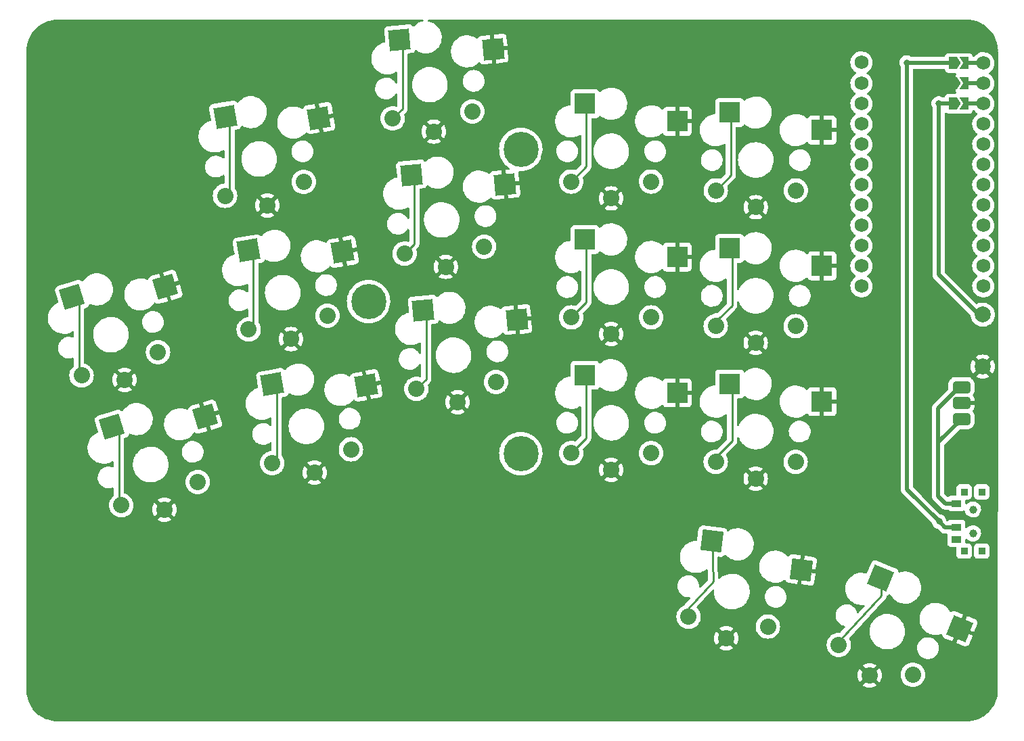
<source format=gbl>
%TF.GenerationSoftware,KiCad,Pcbnew,(6.0.4-0)*%
%TF.CreationDate,2022-06-13T07:49:06+02:00*%
%TF.ProjectId,konafa,6b6f6e61-6661-42e6-9b69-6361645f7063,v1.0.0*%
%TF.SameCoordinates,Original*%
%TF.FileFunction,Copper,L2,Bot*%
%TF.FilePolarity,Positive*%
%FSLAX46Y46*%
G04 Gerber Fmt 4.6, Leading zero omitted, Abs format (unit mm)*
G04 Created by KiCad (PCBNEW (6.0.4-0)) date 2022-06-13 07:49:06*
%MOMM*%
%LPD*%
G01*
G04 APERTURE LIST*
G04 Aperture macros list*
%AMRoundRect*
0 Rectangle with rounded corners*
0 $1 Rounding radius*
0 $2 $3 $4 $5 $6 $7 $8 $9 X,Y pos of 4 corners*
0 Add a 4 corners polygon primitive as box body*
4,1,4,$2,$3,$4,$5,$6,$7,$8,$9,$2,$3,0*
0 Add four circle primitives for the rounded corners*
1,1,$1+$1,$2,$3*
1,1,$1+$1,$4,$5*
1,1,$1+$1,$6,$7*
1,1,$1+$1,$8,$9*
0 Add four rect primitives between the rounded corners*
20,1,$1+$1,$2,$3,$4,$5,0*
20,1,$1+$1,$4,$5,$6,$7,0*
20,1,$1+$1,$6,$7,$8,$9,0*
20,1,$1+$1,$8,$9,$2,$3,0*%
%AMRotRect*
0 Rectangle, with rotation*
0 The origin of the aperture is its center*
0 $1 length*
0 $2 width*
0 $3 Rotation angle, in degrees counterclockwise*
0 Add horizontal line*
21,1,$1,$2,0,0,$3*%
%AMFreePoly0*
4,1,6,0.500000,-0.750000,-0.500000,-0.750000,-1.000000,0.000000,-0.500000,0.750000,0.500000,0.750000,0.500000,-0.750000,0.500000,-0.750000,$1*%
%AMFreePoly1*
4,1,6,0.150000,0.000000,0.650000,-0.750000,-0.500000,-0.750000,-0.500000,0.750000,0.650000,0.750000,0.150000,0.000000,0.150000,0.000000,$1*%
G04 Aperture macros list end*
%TA.AperFunction,SMDPad,CuDef*%
%ADD10R,2.600000X2.600000*%
%TD*%
%TA.AperFunction,ComponentPad*%
%ADD11C,2.032000*%
%TD*%
%TA.AperFunction,ComponentPad*%
%ADD12C,2.000000*%
%TD*%
%TA.AperFunction,SMDPad,CuDef*%
%ADD13RotRect,2.600000X2.600000X10.000000*%
%TD*%
%TA.AperFunction,SMDPad,CuDef*%
%ADD14RotRect,2.600000X2.600000X5.000000*%
%TD*%
%TA.AperFunction,SMDPad,CuDef*%
%ADD15R,1.250000X0.900000*%
%TD*%
%TA.AperFunction,WasherPad*%
%ADD16C,1.000000*%
%TD*%
%TA.AperFunction,SMDPad,CuDef*%
%ADD17R,0.900000X0.900000*%
%TD*%
%TA.AperFunction,SMDPad,CuDef*%
%ADD18RotRect,2.600000X2.600000X338.000000*%
%TD*%
%TA.AperFunction,ComponentPad*%
%ADD19RoundRect,0.375000X-0.750000X0.375000X-0.750000X-0.375000X0.750000X-0.375000X0.750000X0.375000X0*%
%TD*%
%TA.AperFunction,SMDPad,CuDef*%
%ADD20RotRect,2.600000X2.600000X17.000000*%
%TD*%
%TA.AperFunction,SMDPad,CuDef*%
%ADD21RotRect,2.600000X2.600000X353.000000*%
%TD*%
%TA.AperFunction,ComponentPad*%
%ADD22C,1.752600*%
%TD*%
%TA.AperFunction,SMDPad,CuDef*%
%ADD23FreePoly0,180.000000*%
%TD*%
%TA.AperFunction,SMDPad,CuDef*%
%ADD24FreePoly1,180.000000*%
%TD*%
%TA.AperFunction,SMDPad,CuDef*%
%ADD25R,1.524000X0.500000*%
%TD*%
%TA.AperFunction,ComponentPad*%
%ADD26C,4.400000*%
%TD*%
%TA.AperFunction,ViaPad*%
%ADD27C,0.800000*%
%TD*%
%TA.AperFunction,Conductor*%
%ADD28C,0.250000*%
%TD*%
%TA.AperFunction,Conductor*%
%ADD29C,0.500000*%
%TD*%
G04 APERTURE END LIST*
D10*
%TO.P,S23,1*%
%TO.N,P21*%
X130238229Y110558987D03*
%TO.P,S23,2*%
%TO.N,GND*%
X141788229Y108358987D03*
%TD*%
D11*
%TO.P,S24,1*%
%TO.N,P21*%
X128513229Y100808987D03*
X138513229Y100808987D03*
%TO.P,S24,2*%
%TO.N,GND*%
X133513229Y98708987D03*
X133513229Y98708987D03*
%TD*%
D12*
%TO.P,B1,1*%
%TO.N,RST*%
X161906791Y85243254D03*
%TO.P,B1,2*%
%TO.N,GND*%
X161906791Y78743254D03*
%TD*%
D13*
%TO.P,S11,1*%
%TO.N,P3*%
X67128658Y110035975D03*
%TO.P,S11,2*%
%TO.N,GND*%
X78885213Y109875035D03*
%TD*%
D11*
%TO.P,S34,1*%
%TO.N,P9*%
X143899890Y43902579D03*
X153171728Y40156513D03*
%TO.P,S34,2*%
%TO.N,GND*%
X147749135Y40082460D03*
X147749135Y40082460D03*
%TD*%
D14*
%TO.P,S15,1*%
%TO.N,P18*%
X90440529Y102756090D03*
%TO.P,S15,2*%
%TO.N,GND*%
X102138320Y101571111D03*
%TD*%
D10*
%TO.P,S21,2*%
%TO.N,GND*%
X123699791Y92462254D03*
%TO.P,S21,1*%
%TO.N,P16*%
X112149791Y94662254D03*
%TD*%
D11*
%TO.P,S8,1*%
%TO.N,P5*%
X73026972Y66651093D03*
X82875050Y68387574D03*
%TO.P,S8,2*%
%TO.N,GND*%
X78315672Y65451237D03*
X78315672Y65451237D03*
%TD*%
D15*
%TO.P,T2,3*%
%TO.N,N/C*%
X158604791Y57102254D03*
%TO.P,T2,2*%
%TO.N,RAW*%
X158604791Y58602254D03*
%TO.P,T2,1*%
%TO.N,Braw*%
X158604791Y61602254D03*
D16*
%TO.P,T2,*%
%TO.N,*%
X160679791Y57852254D03*
X160679791Y60852254D03*
D17*
X159579791Y63052254D03*
X159579791Y55652254D03*
X161779791Y63052254D03*
X161779791Y55652254D03*
%TD*%
D11*
%TO.P,S14,1*%
%TO.N,P2*%
X91053509Y75957538D03*
X101015456Y76829096D03*
%TO.P,S14,2*%
%TO.N,GND*%
X96217510Y74301308D03*
X96217510Y74301308D03*
%TD*%
%TO.P,S20,1*%
%TO.N,P14*%
X120424791Y67912254D03*
X110424791Y67912254D03*
%TO.P,S20,2*%
%TO.N,GND*%
X115424791Y65812254D03*
X115424791Y65812254D03*
%TD*%
%TO.P,S28,2*%
%TO.N,GND*%
X133505791Y64711491D03*
X133505791Y64711491D03*
%TO.P,S28,1*%
%TO.N,P19*%
X138505791Y66811491D03*
X128505791Y66811491D03*
%TD*%
D10*
%TO.P,S29,2*%
%TO.N,GND*%
X141780791Y91361491D03*
%TO.P,S29,1*%
%TO.N,P20*%
X130230791Y93561491D03*
%TD*%
D18*
%TO.P,S33,1*%
%TO.N,P9*%
X149151696Y52296426D03*
%TO.P,S33,2*%
%TO.N,GND*%
X159036535Y45929915D03*
%TD*%
D13*
%TO.P,S7,1*%
%TO.N,P5*%
X73032696Y76552511D03*
%TO.P,S7,2*%
%TO.N,GND*%
X84789251Y76391571D03*
%TD*%
D19*
%TO.P,PAD1,3*%
%TO.N,Braw*%
X159239791Y76162254D03*
%TO.P,PAD1,2*%
%TO.N,GND*%
X159239791Y74162254D03*
%TO.P,PAD1,1*%
%TO.N,Braw*%
X159239791Y72162254D03*
%TD*%
D20*
%TO.P,S5,1*%
%TO.N,P6*%
X47970749Y87462459D03*
%TO.P,S5,2*%
%TO.N,GND*%
X59659287Y88735482D03*
%TD*%
D10*
%TO.P,S27,2*%
%TO.N,GND*%
X141780791Y74361491D03*
%TO.P,S27,1*%
%TO.N,P19*%
X130230791Y76561491D03*
%TD*%
D13*
%TO.P,S9,1*%
%TO.N,P4*%
X70080677Y93294243D03*
%TO.P,S9,2*%
%TO.N,GND*%
X81837232Y93133303D03*
%TD*%
D11*
%TO.P,S16,1*%
%TO.N,P18*%
X99533808Y93764406D03*
X89571861Y92892848D03*
%TO.P,S16,2*%
%TO.N,GND*%
X94735862Y91236618D03*
X94735862Y91236618D03*
%TD*%
%TO.P,S30,2*%
%TO.N,GND*%
X133505791Y81711491D03*
X133505791Y81711491D03*
%TO.P,S30,1*%
%TO.N,P20*%
X128505791Y83811491D03*
X138505791Y83811491D03*
%TD*%
D14*
%TO.P,S13,1*%
%TO.N,P2*%
X91922177Y85820780D03*
%TO.P,S13,2*%
%TO.N,GND*%
X103619968Y84635801D03*
%TD*%
D11*
%TO.P,S24,1*%
%TO.N,P10*%
X110424791Y101912254D03*
X120424791Y101912254D03*
%TO.P,S24,2*%
%TO.N,GND*%
X115424791Y99812254D03*
X115424791Y99812254D03*
%TD*%
D14*
%TO.P,S17,1*%
%TO.N,P15*%
X88958882Y119691400D03*
%TO.P,S17,2*%
%TO.N,GND*%
X100656673Y118506421D03*
%TD*%
D11*
%TO.P,S4,1*%
%TO.N,P7*%
X54142067Y61376965D03*
X63705114Y64300682D03*
%TO.P,S4,2*%
%TO.N,GND*%
X59537571Y60830584D03*
X59537571Y60830584D03*
%TD*%
%TO.P,S10,1*%
%TO.N,P4*%
X70074953Y83392825D03*
X79923031Y85129306D03*
%TO.P,S10,2*%
%TO.N,GND*%
X75363653Y82192969D03*
X75363653Y82192969D03*
%TD*%
%TO.P,S22,1*%
%TO.N,P16*%
X110424791Y84912254D03*
X120424791Y84912254D03*
%TO.P,S22,2*%
%TO.N,GND*%
X115424791Y82812254D03*
X115424791Y82812254D03*
%TD*%
D21*
%TO.P,S31,1*%
%TO.N,P8*%
X128008011Y56881481D03*
%TO.P,S31,2*%
%TO.N,GND*%
X139203806Y53290288D03*
%TD*%
D22*
%TO.P,MCU1,24*%
%TO.N,P9*%
X161977213Y88799254D03*
%TO.P,MCU1,23*%
%TO.N,P8*%
X161977213Y91339254D03*
%TO.P,MCU1,22*%
%TO.N,P7*%
X161977213Y93879254D03*
%TO.P,MCU1,21*%
%TO.N,P6*%
X161977213Y96419254D03*
%TO.P,MCU1,20*%
%TO.N,P5*%
X161977213Y98959254D03*
%TO.P,MCU1,19*%
%TO.N,P4*%
X161977213Y101499254D03*
%TO.P,MCU1,18*%
%TO.N,P3*%
X161977213Y104039254D03*
%TO.P,MCU1,17*%
%TO.N,P2*%
X161977213Y106579254D03*
%TO.P,MCU1,16*%
%TO.N,N/C*%
X161977213Y109119254D03*
%TO.P,MCU1,12*%
%TO.N,P10*%
X146737213Y88799254D03*
%TO.P,MCU1,11*%
%TO.N,P16*%
X146737213Y91339254D03*
%TO.P,MCU1,10*%
%TO.N,P14*%
X146737213Y93879254D03*
%TO.P,MCU1,9*%
%TO.N,P15*%
X146737213Y96419254D03*
%TO.P,MCU1,8*%
%TO.N,P18*%
X146737213Y98959254D03*
%TO.P,MCU1,7*%
%TO.N,P19*%
X146737213Y101499254D03*
%TO.P,MCU1,6*%
%TO.N,P20*%
X146737213Y104039254D03*
%TO.P,MCU1,5*%
%TO.N,P21*%
X146737213Y106579254D03*
%TO.P,MCU1,4*%
%TO.N,N/C*%
X146737213Y109119254D03*
D23*
%TO.P,MCU1,3*%
%TO.N,RST*%
X158193690Y111659254D03*
%TO.P,MCU1,2*%
%TO.N,GND*%
X158193690Y114199254D03*
%TO.P,MCU1,1*%
%TO.N,RAW*%
X158193690Y116739254D03*
D22*
%TO.P,MCU1,*%
%TO.N,*%
X146737213Y114199254D03*
X161977213Y116739254D03*
X146737213Y116823000D03*
D24*
X159643690Y116739254D03*
X159643690Y111659254D03*
D25*
X160593690Y111659254D03*
X160593690Y114199254D03*
D22*
X146737213Y111659254D03*
D25*
X160593690Y116739254D03*
D22*
X161977213Y111659254D03*
D24*
X159643690Y114199254D03*
D22*
X161977213Y114199254D03*
%TD*%
D20*
%TO.P,S3,1*%
%TO.N,P7*%
X52941068Y71205278D03*
%TO.P,S3,2*%
%TO.N,GND*%
X64629606Y72478301D03*
%TD*%
D11*
%TO.P,S32,1*%
%TO.N,P8*%
X135033104Y46195687D03*
X125107643Y47414380D03*
%TO.P,S32,2*%
%TO.N,GND*%
X129814448Y44720687D03*
X129814448Y44720687D03*
%TD*%
D26*
%TO.P,REF\u002A\u002A,1*%
%TO.N,N/C*%
X85071791Y86894254D03*
X104121791Y67844254D03*
X104121791Y105944254D03*
%TD*%
D11*
%TO.P,S12,1*%
%TO.N,P3*%
X76971012Y101871038D03*
X67122934Y100134557D03*
%TO.P,S12,2*%
%TO.N,GND*%
X72411634Y98934701D03*
X72411634Y98934701D03*
%TD*%
D10*
%TO.P,S23,1*%
%TO.N,P10*%
X112149791Y111662254D03*
%TO.P,S23,2*%
%TO.N,GND*%
X123699791Y109462254D03*
%TD*%
D11*
%TO.P,S6,1*%
%TO.N,P6*%
X49171748Y77634146D03*
X58734795Y80557863D03*
%TO.P,S6,2*%
%TO.N,GND*%
X54567252Y77087765D03*
X54567252Y77087765D03*
%TD*%
D10*
%TO.P,S19,2*%
%TO.N,GND*%
X123699791Y75462254D03*
%TO.P,S19,1*%
%TO.N,P14*%
X112149791Y77662254D03*
%TD*%
D11*
%TO.P,S18,1*%
%TO.N,P15*%
X88090214Y109828158D03*
X98052161Y110699716D03*
%TO.P,S18,2*%
%TO.N,GND*%
X93254215Y108171928D03*
X93254215Y108171928D03*
%TD*%
D27*
%TO.N,GND*%
X154304587Y114247138D03*
%TO.N,RAW*%
X152400000Y116809855D03*
X156445791Y59335254D03*
%TO.N,RST*%
X156389782Y111703058D03*
%TD*%
D28*
%TO.N,P21*%
X130387750Y110952445D02*
X130387750Y102683508D01*
X130387750Y102683508D02*
X128513229Y100808987D01*
D29*
%TO.N,RAW*%
X152400000Y116809855D02*
X152400000Y63381045D01*
X152400000Y63381045D02*
X156445791Y59335254D01*
%TO.N,Braw*%
X159239791Y76162254D02*
X158948744Y76162254D01*
X158948744Y76162254D02*
X156318791Y73532301D01*
X156318791Y73532301D02*
X156318791Y62510254D01*
X159239791Y72162254D02*
X156318791Y69241254D01*
X156318791Y69241254D02*
X156318791Y62510254D01*
X156318791Y62510254D02*
X157226791Y61602254D01*
X157226791Y61602254D02*
X158223791Y61602254D01*
%TO.N,RAW*%
X158223791Y58602254D02*
X157178791Y58602254D01*
X157178791Y58602254D02*
X156445791Y59335254D01*
%TO.N,RST*%
X161906791Y85243254D02*
X161398791Y85243254D01*
X156389782Y90252263D02*
X156389782Y111703058D01*
X161398791Y85243254D02*
X156389782Y90252263D01*
D28*
%TO.N,P6*%
X47655954Y88184596D02*
X48856953Y86983597D01*
X48856953Y86983597D02*
X48856953Y78356283D01*
D29*
%TO.N,GND*%
X154329345Y114222380D02*
X154352471Y114199254D01*
X154352471Y114199254D02*
X158193690Y114199254D01*
D28*
%TO.N,P5*%
X73590450Y67214571D02*
X73026972Y66651093D01*
X73032696Y76552511D02*
X73590450Y75994757D01*
X73590450Y75994757D02*
X73590450Y67214571D01*
%TO.N,P4*%
X70638431Y83956303D02*
X70074953Y83392825D01*
X70638431Y92736489D02*
X70638431Y83956303D01*
X70080677Y93294243D02*
X70638431Y92736489D01*
%TO.N,P3*%
X67686412Y100698035D02*
X67122934Y100134557D01*
X67128658Y110035975D02*
X67686412Y109478221D01*
X67686412Y109478221D02*
X67686412Y100698035D01*
%TO.N,P2*%
X92270004Y77174033D02*
X91053509Y75957538D01*
X91922177Y85820780D02*
X92270004Y85472953D01*
X92270004Y85472953D02*
X92270004Y77174033D01*
%TO.N,P18*%
X90788356Y94109343D02*
X89571861Y92892848D01*
X90440529Y102756090D02*
X90788356Y102408263D01*
X90788356Y102408263D02*
X90788356Y94109343D01*
%TO.N,P15*%
X89306709Y111044653D02*
X88090214Y109828158D01*
X89306709Y119343573D02*
X89306709Y111044653D01*
X88958882Y119691400D02*
X89306709Y119343573D01*
%TO.N,P14*%
X112299312Y78055712D02*
X112299312Y69786775D01*
X112299312Y69786775D02*
X110424791Y67912254D01*
%TO.N,P16*%
X112299312Y95055712D02*
X112299312Y86786775D01*
X112299312Y86786775D02*
X110424791Y84912254D01*
%TO.N,P10*%
X112299312Y103786775D02*
X110424791Y101912254D01*
X112299312Y112055712D02*
X112299312Y103786775D01*
%TO.N,P19*%
X130546753Y69408510D02*
X128352512Y67214269D01*
X130546753Y76495028D02*
X130546753Y69408510D01*
%TO.N,P20*%
X130546753Y93495028D02*
X130546753Y86408510D01*
X128923497Y84785254D02*
X128492087Y84785254D01*
X130546753Y86408510D02*
X128923497Y84785254D01*
%TO.N,P7*%
X52626273Y71927415D02*
X53827272Y70726416D01*
X53827272Y70726416D02*
X53827272Y62099102D01*
%TO.N,P8*%
X125070101Y48489448D02*
X125107643Y47414379D01*
X128184442Y51829169D02*
X125070101Y48489448D01*
X128008011Y56881480D02*
X128184442Y51829169D01*
%TO.N,P9*%
X149151696Y52296425D02*
X149230549Y50038366D01*
X149230549Y50038366D02*
X143885774Y44306797D01*
X143885774Y44306797D02*
X143899890Y43902579D01*
D29*
%TO.N,RAW*%
X158193690Y116739254D02*
X158123089Y116809855D01*
X158123089Y116809855D02*
X152400000Y116809855D01*
%TO.N,RST*%
X156433586Y111659254D02*
X158193690Y111659254D01*
X156389782Y111703058D02*
X156433586Y111659254D01*
%TD*%
%TA.AperFunction,Conductor*%
%TO.N,GND*%
G36*
X61581927Y122202230D02*
G01*
X91828333Y122201468D01*
X91896453Y122181464D01*
X91942945Y122127807D01*
X91953047Y122057533D01*
X91923552Y121992953D01*
X91863825Y121954571D01*
X91854539Y121952224D01*
X91666449Y121912244D01*
X91662320Y121910741D01*
X91662316Y121910740D01*
X91406638Y121817681D01*
X91406634Y121817679D01*
X91402493Y121816172D01*
X91154477Y121684299D01*
X91150918Y121681713D01*
X91150916Y121681712D01*
X90997375Y121570158D01*
X90927227Y121519193D01*
X90924063Y121516137D01*
X90924060Y121516135D01*
X90761885Y121359525D01*
X90698988Y121326593D01*
X90628272Y121332893D01*
X90570624Y121379372D01*
X90568031Y121384795D01*
X90531880Y121425157D01*
X90476841Y121486608D01*
X90476838Y121486610D01*
X90470851Y121493295D01*
X90347125Y121570158D01*
X90206799Y121609206D01*
X90198898Y121609372D01*
X90198895Y121609372D01*
X90147677Y121610445D01*
X90147668Y121610445D01*
X90144265Y121610516D01*
X87458257Y121375520D01*
X87396900Y121363372D01*
X87265487Y121300549D01*
X87258803Y121294562D01*
X87258801Y121294561D01*
X87163674Y121209359D01*
X87163672Y121209356D01*
X87156987Y121203369D01*
X87080124Y121079643D01*
X87041076Y120939317D01*
X87039766Y120876783D01*
X87154555Y119564750D01*
X87163818Y119458873D01*
X87149829Y119389268D01*
X87100429Y119338275D01*
X87064494Y119324644D01*
X86877218Y119284837D01*
X86873089Y119283334D01*
X86873085Y119283333D01*
X86617407Y119190274D01*
X86617403Y119190272D01*
X86613262Y119188765D01*
X86365246Y119056892D01*
X86361687Y119054306D01*
X86361685Y119054305D01*
X86264485Y118983685D01*
X86137996Y118891786D01*
X86134832Y118888730D01*
X86134829Y118888728D01*
X86095712Y118850953D01*
X85935936Y118696659D01*
X85837456Y118570610D01*
X85768696Y118482600D01*
X85763000Y118475310D01*
X85760804Y118471506D01*
X85760799Y118471499D01*
X85689472Y118347956D01*
X85622552Y118232047D01*
X85517326Y117971604D01*
X85516261Y117967331D01*
X85516260Y117967329D01*
X85453842Y117716983D01*
X85449371Y117699052D01*
X85448912Y117694684D01*
X85448911Y117694679D01*
X85420469Y117424064D01*
X85420010Y117419695D01*
X85420163Y117415307D01*
X85420163Y117415301D01*
X85428331Y117181411D01*
X85429813Y117138970D01*
X85430575Y117134647D01*
X85430576Y117134640D01*
X85456294Y116988790D01*
X85478590Y116862341D01*
X85565391Y116595193D01*
X85567319Y116591240D01*
X85567321Y116591235D01*
X85595003Y116534480D01*
X85688528Y116342726D01*
X85690983Y116339087D01*
X85690986Y116339081D01*
X85736005Y116272338D01*
X85845603Y116109852D01*
X86033559Y115901106D01*
X86036921Y115898285D01*
X86036922Y115898284D01*
X86080637Y115861603D01*
X86248738Y115720549D01*
X86486952Y115571697D01*
X86624822Y115510313D01*
X86731127Y115462983D01*
X86743563Y115457446D01*
X86827530Y115433369D01*
X86943861Y115400012D01*
X87013578Y115380021D01*
X87017928Y115379410D01*
X87017931Y115379409D01*
X87087208Y115369673D01*
X87291740Y115340928D01*
X87502334Y115340928D01*
X87504520Y115341081D01*
X87504524Y115341081D01*
X87708015Y115355310D01*
X87708020Y115355311D01*
X87712400Y115355617D01*
X87987158Y115414019D01*
X87991287Y115415522D01*
X87991291Y115415523D01*
X88246969Y115508582D01*
X88246973Y115508584D01*
X88251114Y115510091D01*
X88359165Y115567543D01*
X88488055Y115636075D01*
X88557593Y115650395D01*
X88623834Y115624847D01*
X88665746Y115567543D01*
X88673209Y115524824D01*
X88673209Y114313740D01*
X88653207Y114245619D01*
X88599551Y114199126D01*
X88529277Y114189022D01*
X88464697Y114218516D01*
X88439490Y114248375D01*
X88366047Y114369406D01*
X88366046Y114369407D01*
X88363278Y114373969D01*
X88317952Y114426203D01*
X88215578Y114544179D01*
X88215576Y114544181D01*
X88212078Y114548212D01*
X88150885Y114598387D01*
X88037810Y114691104D01*
X88037804Y114691108D01*
X88033682Y114694488D01*
X87833190Y114808614D01*
X87828174Y114810435D01*
X87828169Y114810437D01*
X87621350Y114885509D01*
X87621346Y114885510D01*
X87616335Y114887329D01*
X87611086Y114888278D01*
X87611083Y114888279D01*
X87393402Y114927642D01*
X87393395Y114927643D01*
X87389318Y114928380D01*
X87371581Y114929216D01*
X87366633Y114929450D01*
X87366626Y114929450D01*
X87365145Y114929520D01*
X87203000Y114929520D01*
X87136044Y114923839D01*
X87036363Y114915381D01*
X87036359Y114915380D01*
X87031052Y114914930D01*
X87025897Y114913592D01*
X87025891Y114913591D01*
X86812922Y114858315D01*
X86812918Y114858314D01*
X86807753Y114856973D01*
X86802887Y114854781D01*
X86802884Y114854780D01*
X86602276Y114764413D01*
X86597410Y114762221D01*
X86592990Y114759245D01*
X86592986Y114759243D01*
X86505466Y114700320D01*
X86406040Y114633382D01*
X86239113Y114474142D01*
X86231988Y114464566D01*
X86104826Y114293653D01*
X86101404Y114289054D01*
X86098989Y114284304D01*
X86044302Y114176742D01*
X85996848Y114083408D01*
X85977361Y114020649D01*
X85930020Y113868190D01*
X85930019Y113868184D01*
X85928436Y113863087D01*
X85918587Y113788772D01*
X85901039Y113656372D01*
X85898125Y113634388D01*
X85898325Y113629058D01*
X85898325Y113629057D01*
X85901088Y113555448D01*
X85906779Y113403852D01*
X85954153Y113178070D01*
X85956111Y113173111D01*
X85956112Y113173109D01*
X85971192Y113134925D01*
X86038892Y112963498D01*
X86158572Y112766271D01*
X86162069Y112762241D01*
X86304170Y112598484D01*
X86309772Y112592028D01*
X86340448Y112566875D01*
X86484040Y112449136D01*
X86484046Y112449132D01*
X86488168Y112445752D01*
X86688660Y112331626D01*
X86693676Y112329805D01*
X86693681Y112329803D01*
X86900500Y112254731D01*
X86900504Y112254730D01*
X86905515Y112252911D01*
X86910764Y112251962D01*
X86910767Y112251961D01*
X87128448Y112212598D01*
X87128455Y112212597D01*
X87132532Y112211860D01*
X87150269Y112211024D01*
X87155217Y112210790D01*
X87155224Y112210790D01*
X87156705Y112210720D01*
X87318850Y112210720D01*
X87385806Y112216401D01*
X87485487Y112224859D01*
X87485491Y112224860D01*
X87490798Y112225310D01*
X87495953Y112226648D01*
X87495959Y112226649D01*
X87708928Y112281925D01*
X87708932Y112281926D01*
X87714097Y112283267D01*
X87718963Y112285459D01*
X87718966Y112285460D01*
X87919574Y112375827D01*
X87924440Y112378019D01*
X87928860Y112380995D01*
X87928864Y112380997D01*
X88034596Y112452181D01*
X88115810Y112506858D01*
X88282737Y112666098D01*
X88341944Y112745675D01*
X88417262Y112846906D01*
X88417264Y112846909D01*
X88420446Y112851186D01*
X88434892Y112879599D01*
X88483596Y112931257D01*
X88552496Y112948383D01*
X88619717Y112925540D01*
X88663918Y112869981D01*
X88673209Y112822494D01*
X88673209Y111415843D01*
X88653207Y111347722D01*
X88599551Y111301229D01*
X88529277Y111291125D01*
X88517795Y111293324D01*
X88334249Y111337390D01*
X88334243Y111337391D01*
X88329436Y111338545D01*
X88090214Y111357372D01*
X87850992Y111338545D01*
X87846185Y111337391D01*
X87846179Y111337390D01*
X87728066Y111309033D01*
X87617661Y111282527D01*
X87613090Y111280634D01*
X87613088Y111280633D01*
X87400537Y111192592D01*
X87400535Y111192591D01*
X87395965Y111190698D01*
X87191365Y111065318D01*
X87187598Y111062101D01*
X87187597Y111062100D01*
X87097180Y110984877D01*
X87008896Y110909476D01*
X87005683Y110905714D01*
X86923589Y110809593D01*
X86853054Y110727007D01*
X86727674Y110522407D01*
X86725781Y110517837D01*
X86725780Y110517835D01*
X86643209Y110318490D01*
X86635845Y110300711D01*
X86624194Y110252181D01*
X86580982Y110072193D01*
X86580981Y110072187D01*
X86579827Y110067380D01*
X86561000Y109828158D01*
X86579827Y109588936D01*
X86580981Y109584129D01*
X86580982Y109584123D01*
X86607102Y109475326D01*
X86635845Y109355605D01*
X86637738Y109351034D01*
X86637739Y109351032D01*
X86717556Y109158337D01*
X86727674Y109133909D01*
X86853054Y108929309D01*
X86856271Y108925542D01*
X86856272Y108925541D01*
X86949180Y108816759D01*
X87008896Y108746840D01*
X87012658Y108743627D01*
X87185127Y108596326D01*
X87191365Y108590998D01*
X87395965Y108465618D01*
X87400535Y108463725D01*
X87400537Y108463724D01*
X87555866Y108399385D01*
X87617661Y108373789D01*
X87687555Y108357009D01*
X87846179Y108318926D01*
X87846185Y108318925D01*
X87850992Y108317771D01*
X88090214Y108298944D01*
X88329436Y108317771D01*
X88334243Y108318925D01*
X88334249Y108318926D01*
X88492873Y108357009D01*
X88562767Y108373789D01*
X88624562Y108399385D01*
X88779891Y108463724D01*
X88779893Y108463725D01*
X88784463Y108465618D01*
X88989063Y108590998D01*
X88995302Y108596326D01*
X89167770Y108743627D01*
X89171532Y108746840D01*
X89231248Y108816759D01*
X89324156Y108925541D01*
X89324157Y108925542D01*
X89327374Y108929309D01*
X89452754Y109133909D01*
X89462873Y109158337D01*
X89542689Y109351032D01*
X89542690Y109351034D01*
X89544583Y109355605D01*
X89559005Y109415675D01*
X92374672Y109415675D01*
X92378456Y109406897D01*
X93241403Y108543950D01*
X93255347Y108536336D01*
X93257180Y108536467D01*
X93263795Y108540718D01*
X94126931Y109403854D01*
X94133691Y109416234D01*
X94127964Y109423884D01*
X93952456Y109531435D01*
X93943662Y109535916D01*
X93731186Y109623926D01*
X93721801Y109626975D01*
X93498171Y109680665D01*
X93488424Y109682208D01*
X93259145Y109700253D01*
X93249285Y109700253D01*
X93020006Y109682208D01*
X93010259Y109680665D01*
X92786629Y109626975D01*
X92777244Y109623926D01*
X92564768Y109535916D01*
X92555974Y109531435D01*
X92384132Y109426131D01*
X92374672Y109415675D01*
X89559005Y109415675D01*
X89573326Y109475326D01*
X89599446Y109584123D01*
X89599447Y109584129D01*
X89600601Y109588936D01*
X89619428Y109828158D01*
X89600601Y110067380D01*
X89599447Y110072187D01*
X89599446Y110072193D01*
X89544583Y110300711D01*
X89546818Y110301248D01*
X89545012Y110362678D01*
X89577804Y110419843D01*
X89698962Y110541001D01*
X89707248Y110548541D01*
X89713727Y110552653D01*
X89747048Y110588136D01*
X89760352Y110602304D01*
X89763107Y110605146D01*
X89782844Y110624883D01*
X89785324Y110628080D01*
X89793029Y110637102D01*
X89817868Y110663553D01*
X89823295Y110669332D01*
X89827114Y110676278D01*
X89827116Y110676281D01*
X89833057Y110687087D01*
X89841353Y110699716D01*
X96522947Y110699716D01*
X96541774Y110460494D01*
X96542928Y110455687D01*
X96542929Y110455681D01*
X96573779Y110327182D01*
X96597792Y110227163D01*
X96599685Y110222592D01*
X96599686Y110222590D01*
X96666020Y110062446D01*
X96689621Y110005467D01*
X96815001Y109800867D01*
X96818218Y109797100D01*
X96818219Y109797099D01*
X96879001Y109725932D01*
X96970843Y109618398D01*
X96974605Y109615185D01*
X97127187Y109484869D01*
X97153312Y109462556D01*
X97357912Y109337176D01*
X97362482Y109335283D01*
X97362484Y109335282D01*
X97574492Y109247466D01*
X97579608Y109245347D01*
X97661198Y109225759D01*
X97808126Y109190484D01*
X97808132Y109190483D01*
X97812939Y109189329D01*
X98052161Y109170502D01*
X98291383Y109189329D01*
X98296190Y109190483D01*
X98296196Y109190484D01*
X98443124Y109225759D01*
X98524714Y109245347D01*
X98529830Y109247466D01*
X98741838Y109335282D01*
X98741840Y109335283D01*
X98746410Y109337176D01*
X98951010Y109462556D01*
X98977136Y109484869D01*
X99032930Y109532521D01*
X108412613Y109532521D01*
X108412766Y109528133D01*
X108412766Y109528127D01*
X108422219Y109257442D01*
X108422416Y109251796D01*
X108423178Y109247473D01*
X108423179Y109247466D01*
X108443947Y109129686D01*
X108471193Y108975167D01*
X108557994Y108708019D01*
X108559922Y108704066D01*
X108559924Y108704061D01*
X108605381Y108610862D01*
X108681131Y108455552D01*
X108683586Y108451913D01*
X108683589Y108451907D01*
X108756492Y108343824D01*
X108838206Y108222678D01*
X108841151Y108219407D01*
X108841152Y108219406D01*
X108921322Y108130368D01*
X109026162Y108013932D01*
X109029524Y108011111D01*
X109029525Y108011110D01*
X109055862Y107989011D01*
X109241341Y107833375D01*
X109479555Y107684523D01*
X109736166Y107570272D01*
X110006181Y107492847D01*
X110010531Y107492236D01*
X110010534Y107492235D01*
X110067985Y107484161D01*
X110284343Y107453754D01*
X110494937Y107453754D01*
X110497123Y107453907D01*
X110497127Y107453907D01*
X110700618Y107468136D01*
X110700623Y107468137D01*
X110705003Y107468443D01*
X110979761Y107526845D01*
X110983890Y107528348D01*
X110983894Y107528349D01*
X111239572Y107621408D01*
X111239576Y107621410D01*
X111243717Y107622917D01*
X111311069Y107658729D01*
X111480658Y107748901D01*
X111550196Y107763221D01*
X111616437Y107737673D01*
X111658349Y107680369D01*
X111665812Y107637650D01*
X111665812Y104101369D01*
X111645810Y104033248D01*
X111628907Y104012274D01*
X111016477Y103399844D01*
X110954165Y103365818D01*
X110897830Y103368647D01*
X110897344Y103366623D01*
X110668826Y103421486D01*
X110668820Y103421487D01*
X110664013Y103422641D01*
X110424791Y103441468D01*
X110185569Y103422641D01*
X110180762Y103421487D01*
X110180756Y103421486D01*
X110050276Y103390160D01*
X109952238Y103366623D01*
X109947667Y103364730D01*
X109947665Y103364729D01*
X109735114Y103276688D01*
X109735112Y103276687D01*
X109730542Y103274794D01*
X109525942Y103149414D01*
X109522175Y103146197D01*
X109522174Y103146196D01*
X109409973Y103050368D01*
X109343473Y102993572D01*
X109340260Y102989810D01*
X109199480Y102824976D01*
X109187631Y102811103D01*
X109062251Y102606503D01*
X109060358Y102601933D01*
X109060357Y102601931D01*
X108972876Y102390732D01*
X108970422Y102384807D01*
X108962171Y102350440D01*
X108915559Y102156289D01*
X108915558Y102156283D01*
X108914404Y102151476D01*
X108895577Y101912254D01*
X108914404Y101673032D01*
X108915558Y101668225D01*
X108915559Y101668219D01*
X108947257Y101536189D01*
X108970422Y101439701D01*
X108972315Y101435130D01*
X108972316Y101435128D01*
X109053915Y101238131D01*
X109062251Y101218005D01*
X109187631Y101013405D01*
X109190848Y101009638D01*
X109190849Y101009637D01*
X109226051Y100968421D01*
X109343473Y100830936D01*
X109347235Y100827723D01*
X109514379Y100684970D01*
X109525942Y100675094D01*
X109730542Y100549714D01*
X109735112Y100547821D01*
X109735114Y100547820D01*
X109842936Y100503159D01*
X109952238Y100457885D01*
X110005987Y100444981D01*
X110180756Y100403022D01*
X110180762Y100403021D01*
X110185569Y100401867D01*
X110424791Y100383040D01*
X110664013Y100401867D01*
X110668820Y100403021D01*
X110668826Y100403022D01*
X110843595Y100444981D01*
X110897344Y100457885D01*
X111006646Y100503159D01*
X111114468Y100547820D01*
X111114470Y100547821D01*
X111119040Y100549714D01*
X111323640Y100675094D01*
X111335204Y100684970D01*
X111502347Y100827723D01*
X111506109Y100830936D01*
X111623531Y100968421D01*
X111658733Y101009637D01*
X111658734Y101009638D01*
X111661951Y101013405D01*
X111688054Y101056001D01*
X114545248Y101056001D01*
X114549032Y101047223D01*
X115411979Y100184276D01*
X115425923Y100176662D01*
X115427756Y100176793D01*
X115434371Y100181044D01*
X116297507Y101044180D01*
X116304267Y101056560D01*
X116298540Y101064210D01*
X116123032Y101171761D01*
X116114238Y101176242D01*
X115901762Y101264252D01*
X115892377Y101267301D01*
X115668747Y101320991D01*
X115659000Y101322534D01*
X115429721Y101340579D01*
X115419861Y101340579D01*
X115190582Y101322534D01*
X115180835Y101320991D01*
X114957205Y101267301D01*
X114947820Y101264252D01*
X114735344Y101176242D01*
X114726550Y101171761D01*
X114554708Y101066457D01*
X114545248Y101056001D01*
X111688054Y101056001D01*
X111787331Y101218005D01*
X111795668Y101238131D01*
X111877266Y101435128D01*
X111877267Y101435130D01*
X111879160Y101439701D01*
X111902325Y101536189D01*
X111934023Y101668219D01*
X111934024Y101668225D01*
X111935178Y101673032D01*
X111954005Y101912254D01*
X118895577Y101912254D01*
X118914404Y101673032D01*
X118915558Y101668225D01*
X118915559Y101668219D01*
X118947257Y101536189D01*
X118970422Y101439701D01*
X118972315Y101435130D01*
X118972316Y101435128D01*
X119053915Y101238131D01*
X119062251Y101218005D01*
X119187631Y101013405D01*
X119190848Y101009638D01*
X119190849Y101009637D01*
X119226051Y100968421D01*
X119343473Y100830936D01*
X119347235Y100827723D01*
X119514379Y100684970D01*
X119525942Y100675094D01*
X119730542Y100549714D01*
X119735112Y100547821D01*
X119735114Y100547820D01*
X119842936Y100503159D01*
X119952238Y100457885D01*
X120005987Y100444981D01*
X120180756Y100403022D01*
X120180762Y100403021D01*
X120185569Y100401867D01*
X120424791Y100383040D01*
X120664013Y100401867D01*
X120668820Y100403021D01*
X120668826Y100403022D01*
X120843595Y100444981D01*
X120897344Y100457885D01*
X121006646Y100503159D01*
X121114468Y100547820D01*
X121114470Y100547821D01*
X121119040Y100549714D01*
X121323640Y100675094D01*
X121335204Y100684970D01*
X121502347Y100827723D01*
X121506109Y100830936D01*
X121623531Y100968421D01*
X121658733Y101009637D01*
X121658734Y101009638D01*
X121661951Y101013405D01*
X121787331Y101218005D01*
X121795668Y101238131D01*
X121877266Y101435128D01*
X121877267Y101435130D01*
X121879160Y101439701D01*
X121902325Y101536189D01*
X121934023Y101668219D01*
X121934024Y101668225D01*
X121935178Y101673032D01*
X121954005Y101912254D01*
X121935178Y102151476D01*
X121934024Y102156283D01*
X121934023Y102156289D01*
X121887411Y102350440D01*
X121879160Y102384807D01*
X121876706Y102390732D01*
X121789225Y102601931D01*
X121789224Y102601933D01*
X121787331Y102606503D01*
X121661951Y102811103D01*
X121650103Y102824976D01*
X121509322Y102989810D01*
X121506109Y102993572D01*
X121439609Y103050368D01*
X121327408Y103146196D01*
X121327407Y103146197D01*
X121323640Y103149414D01*
X121119040Y103274794D01*
X121114470Y103276687D01*
X121114468Y103276688D01*
X120901917Y103364729D01*
X120901915Y103364730D01*
X120897344Y103366623D01*
X120799306Y103390160D01*
X120668826Y103421486D01*
X120668820Y103421487D01*
X120664013Y103422641D01*
X120424791Y103441468D01*
X120185569Y103422641D01*
X120180762Y103421487D01*
X120180756Y103421486D01*
X120050276Y103390160D01*
X119952238Y103366623D01*
X119947667Y103364730D01*
X119947665Y103364729D01*
X119735114Y103276688D01*
X119735112Y103276687D01*
X119730542Y103274794D01*
X119525942Y103149414D01*
X119522175Y103146197D01*
X119522174Y103146196D01*
X119409973Y103050368D01*
X119343473Y102993572D01*
X119340260Y102989810D01*
X119199480Y102824976D01*
X119187631Y102811103D01*
X119062251Y102606503D01*
X119060358Y102601933D01*
X119060357Y102601931D01*
X118972876Y102390732D01*
X118970422Y102384807D01*
X118962171Y102350440D01*
X118915559Y102156289D01*
X118915558Y102156283D01*
X118914404Y102151476D01*
X118895577Y101912254D01*
X111954005Y101912254D01*
X111935178Y102151476D01*
X111934024Y102156283D01*
X111934023Y102156289D01*
X111879160Y102384807D01*
X111881395Y102385344D01*
X111879589Y102446774D01*
X111912381Y102503940D01*
X112281627Y102873185D01*
X112691570Y103283128D01*
X112699849Y103290662D01*
X112706330Y103294775D01*
X112752956Y103344427D01*
X112755710Y103347268D01*
X112775447Y103367005D01*
X112777927Y103370202D01*
X112785632Y103379224D01*
X112786614Y103380270D01*
X112815898Y103411454D01*
X112819717Y103418400D01*
X112819719Y103418403D01*
X112825660Y103429209D01*
X112836511Y103445728D01*
X112844070Y103455474D01*
X112848926Y103461734D01*
X112852071Y103469003D01*
X112852074Y103469007D01*
X112866486Y103502312D01*
X112871703Y103512962D01*
X112893007Y103551715D01*
X112895039Y103559627D01*
X112898045Y103571337D01*
X112904449Y103590041D01*
X112909345Y103601355D01*
X112909345Y103601356D01*
X112912493Y103608630D01*
X112913732Y103616453D01*
X112913735Y103616463D01*
X112919411Y103652299D01*
X112921817Y103663919D01*
X112930840Y103699064D01*
X112930840Y103699065D01*
X112932812Y103706745D01*
X112932812Y103726999D01*
X112934363Y103746710D01*
X112936292Y103758889D01*
X112937532Y103766718D01*
X112933371Y103810737D01*
X112932812Y103822594D01*
X112932812Y105665595D01*
X113197305Y105665595D01*
X113197668Y105661447D01*
X113197668Y105661443D01*
X113210141Y105518881D01*
X113223043Y105371405D01*
X113223953Y105367333D01*
X113223954Y105367328D01*
X113286179Y105088949D01*
X113287463Y105083204D01*
X113288906Y105079281D01*
X113288907Y105079279D01*
X113315870Y105005998D01*
X113389435Y104806055D01*
X113391382Y104802362D01*
X113391383Y104802360D01*
X113456666Y104678540D01*
X113527165Y104544827D01*
X113554872Y104505839D01*
X113695810Y104307519D01*
X113695815Y104307513D01*
X113698234Y104304109D01*
X113701078Y104301059D01*
X113701083Y104301053D01*
X113822146Y104171229D01*
X113899637Y104088130D01*
X114127836Y103900686D01*
X114378820Y103745069D01*
X114382637Y103743353D01*
X114382640Y103743352D01*
X114419027Y103726999D01*
X114648181Y103624013D01*
X114931186Y103539646D01*
X114935306Y103538993D01*
X114935308Y103538993D01*
X115219383Y103493999D01*
X115219389Y103493998D01*
X115222864Y103493448D01*
X115247423Y103492333D01*
X115313808Y103489318D01*
X115313829Y103489318D01*
X115315228Y103489254D01*
X115499692Y103489254D01*
X115719455Y103503851D01*
X115723554Y103504677D01*
X115723558Y103504678D01*
X115896981Y103539646D01*
X116008942Y103562221D01*
X116288166Y103658366D01*
X116457880Y103743352D01*
X116548486Y103788724D01*
X116548488Y103788725D01*
X116552222Y103790595D01*
X116796469Y103956586D01*
X116849507Y104004007D01*
X116996778Y104135683D01*
X117016618Y104153422D01*
X117029554Y104168515D01*
X117206080Y104374470D01*
X117206083Y104374474D01*
X117208800Y104377644D01*
X117211074Y104381146D01*
X117211078Y104381151D01*
X117367361Y104621805D01*
X117367364Y104621810D01*
X117369640Y104625315D01*
X117376840Y104640477D01*
X117443314Y104780473D01*
X117496310Y104892082D01*
X117497781Y104896662D01*
X117585306Y105169271D01*
X117585306Y105169272D01*
X117586586Y105173258D01*
X117609952Y105303121D01*
X117638142Y105459795D01*
X117638143Y105459800D01*
X117638881Y105463904D01*
X117640917Y105508724D01*
X117652088Y105754743D01*
X117652088Y105754748D01*
X117652277Y105758913D01*
X117650737Y105776522D01*
X119561991Y105776522D01*
X119562191Y105771192D01*
X119562191Y105771191D01*
X119566043Y105668573D01*
X119570645Y105545986D01*
X119618019Y105320204D01*
X119619977Y105315245D01*
X119619978Y105315243D01*
X119645459Y105250721D01*
X119702758Y105105632D01*
X119822438Y104908405D01*
X119825935Y104904375D01*
X119963017Y104746402D01*
X119973638Y104734162D01*
X119977769Y104730775D01*
X120147906Y104591270D01*
X120147912Y104591266D01*
X120152034Y104587886D01*
X120352526Y104473760D01*
X120357542Y104471939D01*
X120357547Y104471937D01*
X120564366Y104396865D01*
X120564370Y104396864D01*
X120569381Y104395045D01*
X120574630Y104394096D01*
X120574633Y104394095D01*
X120792314Y104354732D01*
X120792321Y104354731D01*
X120796398Y104353994D01*
X120814135Y104353158D01*
X120819083Y104352924D01*
X120819090Y104352924D01*
X120820571Y104352854D01*
X120982716Y104352854D01*
X121058107Y104359251D01*
X121149353Y104366993D01*
X121149357Y104366994D01*
X121154664Y104367444D01*
X121159819Y104368782D01*
X121159825Y104368783D01*
X121372794Y104424059D01*
X121372798Y104424060D01*
X121377963Y104425401D01*
X121382829Y104427593D01*
X121382832Y104427594D01*
X121583440Y104517961D01*
X121588306Y104520153D01*
X121592726Y104523129D01*
X121592730Y104523131D01*
X121739294Y104621805D01*
X121779676Y104648992D01*
X121805110Y104673255D01*
X126650429Y104673255D01*
X126650629Y104667925D01*
X126650629Y104667924D01*
X126654578Y104562724D01*
X126659083Y104442719D01*
X126706457Y104216937D01*
X126708415Y104211978D01*
X126708416Y104211976D01*
X126710748Y104206071D01*
X126791196Y104002365D01*
X126910876Y103805138D01*
X126914373Y103801108D01*
X127043503Y103652299D01*
X127062076Y103630895D01*
X127076666Y103618932D01*
X127236344Y103488003D01*
X127236350Y103487999D01*
X127240472Y103484619D01*
X127440964Y103370493D01*
X127445980Y103368672D01*
X127445985Y103368670D01*
X127652804Y103293598D01*
X127652808Y103293597D01*
X127657819Y103291778D01*
X127663068Y103290829D01*
X127663071Y103290828D01*
X127880752Y103251465D01*
X127880759Y103251464D01*
X127884836Y103250727D01*
X127902573Y103249891D01*
X127907521Y103249657D01*
X127907528Y103249657D01*
X127909009Y103249587D01*
X128071154Y103249587D01*
X128145649Y103255908D01*
X128237791Y103263726D01*
X128237795Y103263727D01*
X128243102Y103264177D01*
X128248257Y103265515D01*
X128248263Y103265516D01*
X128461232Y103320792D01*
X128461236Y103320793D01*
X128466401Y103322134D01*
X128471267Y103324326D01*
X128471270Y103324327D01*
X128671878Y103414694D01*
X128676744Y103416886D01*
X128681164Y103419862D01*
X128681168Y103419864D01*
X128827732Y103518538D01*
X128868114Y103545725D01*
X129035041Y103704965D01*
X129069094Y103750734D01*
X129169566Y103885773D01*
X129169568Y103885776D01*
X129172750Y103890053D01*
X129227534Y103997804D01*
X129274887Y104090941D01*
X129274887Y104090942D01*
X129277306Y104095699D01*
X129329584Y104264061D01*
X129344134Y104310917D01*
X129344135Y104310923D01*
X129345718Y104316020D01*
X129366383Y104471937D01*
X129375329Y104539434D01*
X129375329Y104539439D01*
X129376029Y104544719D01*
X129375212Y104566498D01*
X129369858Y104709098D01*
X129367375Y104775255D01*
X129320001Y105001037D01*
X129317144Y105008273D01*
X129272122Y105122275D01*
X129235262Y105215609D01*
X129138198Y105375566D01*
X129118351Y105408273D01*
X129118350Y105408274D01*
X129115582Y105412836D01*
X129026994Y105514925D01*
X128967882Y105583046D01*
X128967880Y105583048D01*
X128964382Y105587079D01*
X128911330Y105630579D01*
X128790114Y105729971D01*
X128790108Y105729975D01*
X128785986Y105733355D01*
X128585494Y105847481D01*
X128580478Y105849302D01*
X128580473Y105849304D01*
X128373654Y105924376D01*
X128373650Y105924377D01*
X128368639Y105926196D01*
X128363390Y105927145D01*
X128363387Y105927146D01*
X128145706Y105966509D01*
X128145699Y105966510D01*
X128141622Y105967247D01*
X128123885Y105968083D01*
X128118937Y105968317D01*
X128118930Y105968317D01*
X128117449Y105968387D01*
X127955304Y105968387D01*
X127888348Y105962706D01*
X127788667Y105954248D01*
X127788663Y105954247D01*
X127783356Y105953797D01*
X127778201Y105952459D01*
X127778195Y105952458D01*
X127565226Y105897182D01*
X127565222Y105897181D01*
X127560057Y105895840D01*
X127555191Y105893648D01*
X127555188Y105893647D01*
X127354580Y105803280D01*
X127349714Y105801088D01*
X127345294Y105798112D01*
X127345290Y105798110D01*
X127286575Y105758580D01*
X127158344Y105672249D01*
X126991417Y105513009D01*
X126988229Y105508724D01*
X126883028Y105367328D01*
X126853708Y105327921D01*
X126851293Y105323171D01*
X126762909Y105149332D01*
X126749152Y105122275D01*
X126729413Y105058706D01*
X126682324Y104907057D01*
X126682323Y104907051D01*
X126680740Y104901954D01*
X126669471Y104816929D01*
X126652614Y104689739D01*
X126650429Y104673255D01*
X121805110Y104673255D01*
X121946603Y104808232D01*
X122027536Y104917010D01*
X122081128Y104989040D01*
X122081130Y104989043D01*
X122084312Y104993320D01*
X122141292Y105105391D01*
X122186449Y105194208D01*
X122186449Y105194209D01*
X122188868Y105198966D01*
X122228134Y105325423D01*
X122255696Y105414184D01*
X122255697Y105414190D01*
X122257280Y105419287D01*
X122276109Y105561355D01*
X122286891Y105642701D01*
X122286891Y105642706D01*
X122287591Y105647986D01*
X122286774Y105669765D01*
X122280034Y105849304D01*
X122278937Y105878522D01*
X122231563Y106104304D01*
X122225874Y106118711D01*
X122181900Y106230059D01*
X122146824Y106318876D01*
X122055853Y106468792D01*
X122029913Y106511540D01*
X122029912Y106511541D01*
X122027144Y106516103D01*
X122012901Y106532517D01*
X121879444Y106686313D01*
X121879442Y106686315D01*
X121875944Y106690346D01*
X121793850Y106757659D01*
X121701676Y106833238D01*
X121701670Y106833242D01*
X121697548Y106836622D01*
X121497056Y106950748D01*
X121492040Y106952569D01*
X121492035Y106952571D01*
X121285216Y107027643D01*
X121285212Y107027644D01*
X121280201Y107029463D01*
X121274952Y107030412D01*
X121274949Y107030413D01*
X121057268Y107069776D01*
X121057261Y107069777D01*
X121053184Y107070514D01*
X121035447Y107071350D01*
X121030499Y107071584D01*
X121030492Y107071584D01*
X121029011Y107071654D01*
X120866866Y107071654D01*
X120799910Y107065973D01*
X120700229Y107057515D01*
X120700225Y107057514D01*
X120694918Y107057064D01*
X120689763Y107055726D01*
X120689757Y107055725D01*
X120476788Y107000449D01*
X120476784Y107000448D01*
X120471619Y106999107D01*
X120466753Y106996915D01*
X120466750Y106996914D01*
X120292295Y106918328D01*
X120261276Y106904355D01*
X120256856Y106901379D01*
X120256852Y106901377D01*
X120219141Y106875988D01*
X120069906Y106775516D01*
X119902979Y106616276D01*
X119895083Y106605663D01*
X119791017Y106465793D01*
X119765270Y106431188D01*
X119762855Y106426438D01*
X119685334Y106273965D01*
X119660714Y106225542D01*
X119641806Y106164648D01*
X119593886Y106010324D01*
X119593885Y106010318D01*
X119592302Y106005221D01*
X119585346Y105952739D01*
X119564059Y105792124D01*
X119561991Y105776522D01*
X117650737Y105776522D01*
X117626903Y106048942D01*
X117626539Y106053103D01*
X117623270Y106067728D01*
X117563031Y106337226D01*
X117563029Y106337233D01*
X117562119Y106341304D01*
X117553528Y106364655D01*
X117527473Y106435468D01*
X117460147Y106618453D01*
X117443801Y106649457D01*
X117373788Y106782248D01*
X117322417Y106879681D01*
X117259650Y106968003D01*
X117153772Y107116989D01*
X117153767Y107116995D01*
X117151348Y107120399D01*
X117148504Y107123449D01*
X117148499Y107123455D01*
X116952791Y107333326D01*
X116949945Y107336378D01*
X116721746Y107523822D01*
X116470762Y107679439D01*
X116463422Y107682738D01*
X116386144Y107717468D01*
X116201401Y107800495D01*
X115981279Y107866116D01*
X115922395Y107883670D01*
X115922393Y107883670D01*
X115918396Y107884862D01*
X115914276Y107885515D01*
X115914274Y107885515D01*
X115630199Y107930509D01*
X115630193Y107930510D01*
X115626718Y107931060D01*
X115602159Y107932175D01*
X115535774Y107935190D01*
X115535753Y107935190D01*
X115534354Y107935254D01*
X115349890Y107935254D01*
X115130127Y107920657D01*
X115126028Y107919831D01*
X115126024Y107919830D01*
X114983430Y107891078D01*
X114840640Y107862287D01*
X114561416Y107766142D01*
X114464216Y107717468D01*
X114304823Y107637650D01*
X114297360Y107633913D01*
X114053113Y107467922D01*
X113832964Y107271086D01*
X113830247Y107267916D01*
X113830246Y107267915D01*
X113648377Y107055725D01*
X113640782Y107046864D01*
X113638508Y107043362D01*
X113638504Y107043357D01*
X113482221Y106802703D01*
X113479942Y106799193D01*
X113478148Y106795415D01*
X113478147Y106795413D01*
X113434391Y106703263D01*
X113353272Y106532426D01*
X113351993Y106528443D01*
X113351992Y106528440D01*
X113282281Y106311315D01*
X113262996Y106251250D01*
X113256189Y106213420D01*
X113212089Y105968317D01*
X113210701Y105960604D01*
X113210512Y105956437D01*
X113210511Y105956430D01*
X113197607Y105672249D01*
X113197305Y105665595D01*
X112932812Y105665595D01*
X112932812Y109532521D01*
X118412613Y109532521D01*
X118412766Y109528133D01*
X118412766Y109528127D01*
X118422219Y109257442D01*
X118422416Y109251796D01*
X118423178Y109247473D01*
X118423179Y109247466D01*
X118443947Y109129686D01*
X118471193Y108975167D01*
X118557994Y108708019D01*
X118559922Y108704066D01*
X118559924Y108704061D01*
X118605381Y108610862D01*
X118681131Y108455552D01*
X118683586Y108451913D01*
X118683589Y108451907D01*
X118756492Y108343824D01*
X118838206Y108222678D01*
X118841151Y108219407D01*
X118841152Y108219406D01*
X118921322Y108130368D01*
X119026162Y108013932D01*
X119029524Y108011111D01*
X119029525Y108011110D01*
X119055862Y107989011D01*
X119241341Y107833375D01*
X119479555Y107684523D01*
X119736166Y107570272D01*
X120006181Y107492847D01*
X120010531Y107492236D01*
X120010534Y107492235D01*
X120067985Y107484161D01*
X120284343Y107453754D01*
X120494937Y107453754D01*
X120497123Y107453907D01*
X120497127Y107453907D01*
X120700618Y107468136D01*
X120700623Y107468137D01*
X120705003Y107468443D01*
X120979761Y107526845D01*
X120983890Y107528348D01*
X120983894Y107528349D01*
X121239572Y107621408D01*
X121239576Y107621410D01*
X121243717Y107622917D01*
X121491733Y107754790D01*
X121500817Y107761390D01*
X121715420Y107917307D01*
X121715423Y107917310D01*
X121718983Y107919896D01*
X121730710Y107931220D01*
X121750570Y107950399D01*
X121813467Y107983331D01*
X121884184Y107977031D01*
X121940268Y107933499D01*
X121948615Y107920274D01*
X121955001Y107908611D01*
X122031506Y107806530D01*
X122044067Y107793969D01*
X122146142Y107717468D01*
X122161737Y107708930D01*
X122282185Y107663776D01*
X122297440Y107660149D01*
X122348305Y107654623D01*
X122355119Y107654254D01*
X123427676Y107654254D01*
X123442915Y107658729D01*
X123444120Y107660119D01*
X123445791Y107667802D01*
X123445791Y107672370D01*
X123953791Y107672370D01*
X123958266Y107657131D01*
X123959656Y107655926D01*
X123967339Y107654255D01*
X125044460Y107654255D01*
X125051281Y107654625D01*
X125102143Y107660149D01*
X125117395Y107663775D01*
X125237845Y107708930D01*
X125253440Y107717468D01*
X125355515Y107793969D01*
X125368076Y107806530D01*
X125444577Y107908605D01*
X125453115Y107924200D01*
X125498269Y108044648D01*
X125501896Y108059903D01*
X125507422Y108110768D01*
X125507791Y108117582D01*
X125507791Y108429254D01*
X126501051Y108429254D01*
X126501204Y108424866D01*
X126501204Y108424860D01*
X126509952Y108174367D01*
X126510854Y108148529D01*
X126511616Y108144206D01*
X126511617Y108144199D01*
X126535393Y108009363D01*
X126559631Y107871900D01*
X126646432Y107604752D01*
X126648360Y107600799D01*
X126648362Y107600794D01*
X126663249Y107570272D01*
X126769569Y107352285D01*
X126772024Y107348646D01*
X126772027Y107348640D01*
X126845119Y107240277D01*
X126926644Y107119411D01*
X126929589Y107116140D01*
X126929590Y107116139D01*
X126970671Y107070514D01*
X127114600Y106910665D01*
X127117962Y106907844D01*
X127117963Y106907843D01*
X127136566Y106892233D01*
X127329779Y106730108D01*
X127567993Y106581256D01*
X127824604Y106467005D01*
X128094619Y106389580D01*
X128098969Y106388969D01*
X128098972Y106388968D01*
X128156921Y106380824D01*
X128372781Y106350487D01*
X128583375Y106350487D01*
X128585561Y106350640D01*
X128585565Y106350640D01*
X128789056Y106364869D01*
X128789061Y106364870D01*
X128793441Y106365176D01*
X129068199Y106423578D01*
X129072328Y106425081D01*
X129072332Y106425082D01*
X129328010Y106518141D01*
X129328014Y106518143D01*
X129332155Y106519650D01*
X129401713Y106556635D01*
X129569096Y106645634D01*
X129638634Y106659954D01*
X129704875Y106634406D01*
X129746787Y106577102D01*
X129754250Y106534383D01*
X129754250Y102998102D01*
X129734248Y102929981D01*
X129717345Y102909007D01*
X129104915Y102296577D01*
X129042603Y102262551D01*
X128986268Y102265380D01*
X128985782Y102263356D01*
X128757264Y102318219D01*
X128757258Y102318220D01*
X128752451Y102319374D01*
X128513229Y102338201D01*
X128274007Y102319374D01*
X128269200Y102318220D01*
X128269194Y102318219D01*
X128122266Y102282944D01*
X128040676Y102263356D01*
X128036105Y102261463D01*
X128036103Y102261462D01*
X127823552Y102173421D01*
X127823550Y102173420D01*
X127818980Y102171527D01*
X127614380Y102046147D01*
X127610613Y102042930D01*
X127610612Y102042929D01*
X127512419Y101959065D01*
X127431911Y101890305D01*
X127428698Y101886543D01*
X127296036Y101731214D01*
X127276069Y101707836D01*
X127150689Y101503236D01*
X127148796Y101498666D01*
X127148795Y101498664D01*
X127066734Y101300549D01*
X127058860Y101281540D01*
X127044704Y101222577D01*
X127003997Y101053022D01*
X127003996Y101053016D01*
X127002842Y101048209D01*
X126984015Y100808987D01*
X127002842Y100569765D01*
X127003996Y100564958D01*
X127003997Y100564952D01*
X127033619Y100441568D01*
X127058860Y100336434D01*
X127060753Y100331863D01*
X127060754Y100331861D01*
X127140438Y100139487D01*
X127150689Y100114738D01*
X127276069Y99910138D01*
X127279286Y99906371D01*
X127279287Y99906370D01*
X127358027Y99814177D01*
X127431911Y99727669D01*
X127435673Y99724456D01*
X127607100Y99578045D01*
X127614380Y99571827D01*
X127818980Y99446447D01*
X127823550Y99444554D01*
X127823552Y99444553D01*
X128036103Y99356512D01*
X128040676Y99354618D01*
X128121212Y99335283D01*
X128269194Y99299755D01*
X128269200Y99299754D01*
X128274007Y99298600D01*
X128513229Y99279773D01*
X128752451Y99298600D01*
X128757258Y99299754D01*
X128757264Y99299755D01*
X128905246Y99335283D01*
X128985782Y99354618D01*
X128990355Y99356512D01*
X129202906Y99444553D01*
X129202908Y99444554D01*
X129207478Y99446447D01*
X129412078Y99571827D01*
X129419359Y99578045D01*
X129590785Y99724456D01*
X129594547Y99727669D01*
X129668431Y99814177D01*
X129747171Y99906370D01*
X129747172Y99906371D01*
X129750389Y99910138D01*
X129776492Y99952734D01*
X132633686Y99952734D01*
X132637470Y99943956D01*
X133500417Y99081009D01*
X133514361Y99073395D01*
X133516194Y99073526D01*
X133522809Y99077777D01*
X134385945Y99940913D01*
X134392705Y99953293D01*
X134386978Y99960943D01*
X134211470Y100068494D01*
X134202676Y100072975D01*
X133990200Y100160985D01*
X133980815Y100164034D01*
X133757185Y100217724D01*
X133747438Y100219267D01*
X133518159Y100237312D01*
X133508299Y100237312D01*
X133279020Y100219267D01*
X133269273Y100217724D01*
X133045643Y100164034D01*
X133036258Y100160985D01*
X132823782Y100072975D01*
X132814988Y100068494D01*
X132643146Y99963190D01*
X132633686Y99952734D01*
X129776492Y99952734D01*
X129875769Y100114738D01*
X129886021Y100139487D01*
X129965704Y100331861D01*
X129965705Y100331863D01*
X129967598Y100336434D01*
X129992839Y100441568D01*
X130022461Y100564952D01*
X130022462Y100564958D01*
X130023616Y100569765D01*
X130042443Y100808987D01*
X136984015Y100808987D01*
X137002842Y100569765D01*
X137003996Y100564958D01*
X137003997Y100564952D01*
X137033619Y100441568D01*
X137058860Y100336434D01*
X137060753Y100331863D01*
X137060754Y100331861D01*
X137140438Y100139487D01*
X137150689Y100114738D01*
X137276069Y99910138D01*
X137279286Y99906371D01*
X137279287Y99906370D01*
X137358027Y99814177D01*
X137431911Y99727669D01*
X137435673Y99724456D01*
X137607100Y99578045D01*
X137614380Y99571827D01*
X137818980Y99446447D01*
X137823550Y99444554D01*
X137823552Y99444553D01*
X138036103Y99356512D01*
X138040676Y99354618D01*
X138121212Y99335283D01*
X138269194Y99299755D01*
X138269200Y99299754D01*
X138274007Y99298600D01*
X138513229Y99279773D01*
X138752451Y99298600D01*
X138757258Y99299754D01*
X138757264Y99299755D01*
X138905246Y99335283D01*
X138985782Y99354618D01*
X138990355Y99356512D01*
X139202906Y99444553D01*
X139202908Y99444554D01*
X139207478Y99446447D01*
X139412078Y99571827D01*
X139419359Y99578045D01*
X139590785Y99724456D01*
X139594547Y99727669D01*
X139668431Y99814177D01*
X139747171Y99906370D01*
X139747172Y99906371D01*
X139750389Y99910138D01*
X139875769Y100114738D01*
X139886021Y100139487D01*
X139965704Y100331861D01*
X139965705Y100331863D01*
X139967598Y100336434D01*
X139992839Y100441568D01*
X140022461Y100564952D01*
X140022462Y100564958D01*
X140023616Y100569765D01*
X140042443Y100808987D01*
X140023616Y101048209D01*
X140022462Y101053016D01*
X140022461Y101053022D01*
X139981754Y101222577D01*
X139967598Y101281540D01*
X139959724Y101300549D01*
X139877663Y101498664D01*
X139877662Y101498666D01*
X139875769Y101503236D01*
X139750389Y101707836D01*
X139730423Y101731214D01*
X139597760Y101886543D01*
X139594547Y101890305D01*
X139514039Y101959065D01*
X139415846Y102042929D01*
X139415845Y102042930D01*
X139412078Y102046147D01*
X139207478Y102171527D01*
X139202908Y102173420D01*
X139202906Y102173421D01*
X138990355Y102261462D01*
X138990353Y102261463D01*
X138985782Y102263356D01*
X138904192Y102282944D01*
X138757264Y102318219D01*
X138757258Y102318220D01*
X138752451Y102319374D01*
X138513229Y102338201D01*
X138274007Y102319374D01*
X138269200Y102318220D01*
X138269194Y102318219D01*
X138122266Y102282944D01*
X138040676Y102263356D01*
X138036105Y102261463D01*
X138036103Y102261462D01*
X137823552Y102173421D01*
X137823550Y102173420D01*
X137818980Y102171527D01*
X137614380Y102046147D01*
X137610613Y102042930D01*
X137610612Y102042929D01*
X137512419Y101959065D01*
X137431911Y101890305D01*
X137428698Y101886543D01*
X137296036Y101731214D01*
X137276069Y101707836D01*
X137150689Y101503236D01*
X137148796Y101498666D01*
X137148795Y101498664D01*
X137066734Y101300549D01*
X137058860Y101281540D01*
X137044704Y101222577D01*
X137003997Y101053022D01*
X137003996Y101053016D01*
X137002842Y101048209D01*
X136984015Y100808987D01*
X130042443Y100808987D01*
X130023616Y101048209D01*
X130022462Y101053016D01*
X130022461Y101053022D01*
X129967598Y101281540D01*
X129969833Y101282077D01*
X129968027Y101343507D01*
X130000819Y101400673D01*
X130364552Y101764405D01*
X130780008Y102179861D01*
X130788287Y102187395D01*
X130794768Y102191508D01*
X130841394Y102241160D01*
X130844148Y102244001D01*
X130863885Y102263738D01*
X130866365Y102266935D01*
X130874070Y102275957D01*
X130889490Y102292378D01*
X130904336Y102308187D01*
X130908155Y102315133D01*
X130908157Y102315136D01*
X130914098Y102325942D01*
X130924949Y102342461D01*
X130929372Y102348164D01*
X130937364Y102358467D01*
X130940509Y102365736D01*
X130940512Y102365740D01*
X130954924Y102399045D01*
X130960141Y102409695D01*
X130981445Y102448448D01*
X130983931Y102458128D01*
X130986483Y102468070D01*
X130992887Y102486774D01*
X130997783Y102498088D01*
X130997783Y102498089D01*
X131000931Y102505363D01*
X131002170Y102513186D01*
X131002173Y102513196D01*
X131007849Y102549032D01*
X131010255Y102560652D01*
X131019278Y102595797D01*
X131019278Y102595798D01*
X131021250Y102603478D01*
X131021250Y102623732D01*
X131022801Y102643443D01*
X131024730Y102655622D01*
X131025970Y102663451D01*
X131021809Y102707470D01*
X131021250Y102719327D01*
X131021250Y104562328D01*
X131285743Y104562328D01*
X131286106Y104558180D01*
X131286106Y104558176D01*
X131297722Y104425401D01*
X131311481Y104268138D01*
X131312391Y104264066D01*
X131312392Y104264061D01*
X131372288Y103996103D01*
X131375901Y103979937D01*
X131377344Y103976014D01*
X131377345Y103976012D01*
X131394686Y103928881D01*
X131477873Y103702788D01*
X131479820Y103699095D01*
X131479821Y103699093D01*
X131515778Y103630895D01*
X131615603Y103441560D01*
X131636085Y103412739D01*
X131784248Y103204252D01*
X131784253Y103204246D01*
X131786672Y103200842D01*
X131789516Y103197792D01*
X131789521Y103197786D01*
X131924232Y103053326D01*
X131988075Y102984863D01*
X132216274Y102797419D01*
X132467258Y102641802D01*
X132471075Y102640086D01*
X132471078Y102640085D01*
X132507465Y102623732D01*
X132736619Y102520746D01*
X132881102Y102477674D01*
X132985570Y102446531D01*
X133019624Y102436379D01*
X133023744Y102435726D01*
X133023746Y102435726D01*
X133307821Y102390732D01*
X133307827Y102390731D01*
X133311302Y102390181D01*
X133335861Y102389066D01*
X133402246Y102386051D01*
X133402267Y102386051D01*
X133403666Y102385987D01*
X133588130Y102385987D01*
X133807893Y102400584D01*
X133811992Y102401410D01*
X133811996Y102401411D01*
X133957884Y102430827D01*
X134097380Y102458954D01*
X134376604Y102555099D01*
X134525060Y102629440D01*
X134636924Y102685457D01*
X134636926Y102685458D01*
X134640660Y102687328D01*
X134884907Y102853319D01*
X135105056Y103050155D01*
X135114420Y103061080D01*
X135294518Y103271203D01*
X135294521Y103271207D01*
X135297238Y103274377D01*
X135299512Y103277879D01*
X135299516Y103277884D01*
X135455799Y103518538D01*
X135455802Y103518543D01*
X135458078Y103522048D01*
X135465004Y103536633D01*
X135561884Y103740664D01*
X135584748Y103788815D01*
X135586075Y103792946D01*
X135673744Y104066004D01*
X135673744Y104066005D01*
X135675024Y104069991D01*
X135698791Y104202084D01*
X135726580Y104356528D01*
X135726581Y104356533D01*
X135727319Y104360637D01*
X135727629Y104367444D01*
X135740526Y104651476D01*
X135740526Y104651481D01*
X135740715Y104655646D01*
X135739672Y104667576D01*
X135739175Y104673255D01*
X137650429Y104673255D01*
X137650629Y104667925D01*
X137650629Y104667924D01*
X137654578Y104562724D01*
X137659083Y104442719D01*
X137706457Y104216937D01*
X137708415Y104211978D01*
X137708416Y104211976D01*
X137710748Y104206071D01*
X137791196Y104002365D01*
X137910876Y103805138D01*
X137914373Y103801108D01*
X138043503Y103652299D01*
X138062076Y103630895D01*
X138076666Y103618932D01*
X138236344Y103488003D01*
X138236350Y103487999D01*
X138240472Y103484619D01*
X138440964Y103370493D01*
X138445980Y103368672D01*
X138445985Y103368670D01*
X138652804Y103293598D01*
X138652808Y103293597D01*
X138657819Y103291778D01*
X138663068Y103290829D01*
X138663071Y103290828D01*
X138880752Y103251465D01*
X138880759Y103251464D01*
X138884836Y103250727D01*
X138902573Y103249891D01*
X138907521Y103249657D01*
X138907528Y103249657D01*
X138909009Y103249587D01*
X139071154Y103249587D01*
X139145649Y103255908D01*
X139237791Y103263726D01*
X139237795Y103263727D01*
X139243102Y103264177D01*
X139248257Y103265515D01*
X139248263Y103265516D01*
X139461232Y103320792D01*
X139461236Y103320793D01*
X139466401Y103322134D01*
X139471267Y103324326D01*
X139471270Y103324327D01*
X139671878Y103414694D01*
X139676744Y103416886D01*
X139681164Y103419862D01*
X139681168Y103419864D01*
X139827732Y103518538D01*
X139868114Y103545725D01*
X140035041Y103704965D01*
X140069094Y103750734D01*
X140169566Y103885773D01*
X140169568Y103885776D01*
X140172750Y103890053D01*
X140227534Y103997804D01*
X140274887Y104090941D01*
X140274887Y104090942D01*
X140277306Y104095699D01*
X140329584Y104264061D01*
X140344134Y104310917D01*
X140344135Y104310923D01*
X140345718Y104316020D01*
X140366383Y104471937D01*
X140375329Y104539434D01*
X140375329Y104539439D01*
X140376029Y104544719D01*
X140375212Y104566498D01*
X140369858Y104709098D01*
X140367375Y104775255D01*
X140320001Y105001037D01*
X140317144Y105008273D01*
X140272122Y105122275D01*
X140235262Y105215609D01*
X140138198Y105375566D01*
X140118351Y105408273D01*
X140118350Y105408274D01*
X140115582Y105412836D01*
X140026994Y105514925D01*
X139967882Y105583046D01*
X139967880Y105583048D01*
X139964382Y105587079D01*
X139911330Y105630579D01*
X139790114Y105729971D01*
X139790108Y105729975D01*
X139785986Y105733355D01*
X139585494Y105847481D01*
X139580478Y105849302D01*
X139580473Y105849304D01*
X139373654Y105924376D01*
X139373650Y105924377D01*
X139368639Y105926196D01*
X139363390Y105927145D01*
X139363387Y105927146D01*
X139145706Y105966509D01*
X139145699Y105966510D01*
X139141622Y105967247D01*
X139123885Y105968083D01*
X139118937Y105968317D01*
X139118930Y105968317D01*
X139117449Y105968387D01*
X138955304Y105968387D01*
X138888348Y105962706D01*
X138788667Y105954248D01*
X138788663Y105954247D01*
X138783356Y105953797D01*
X138778201Y105952459D01*
X138778195Y105952458D01*
X138565226Y105897182D01*
X138565222Y105897181D01*
X138560057Y105895840D01*
X138555191Y105893648D01*
X138555188Y105893647D01*
X138354580Y105803280D01*
X138349714Y105801088D01*
X138345294Y105798112D01*
X138345290Y105798110D01*
X138286575Y105758580D01*
X138158344Y105672249D01*
X137991417Y105513009D01*
X137988229Y105508724D01*
X137883028Y105367328D01*
X137853708Y105327921D01*
X137851293Y105323171D01*
X137762909Y105149332D01*
X137749152Y105122275D01*
X137729413Y105058706D01*
X137682324Y104907057D01*
X137682323Y104907051D01*
X137680740Y104901954D01*
X137669471Y104816929D01*
X137652614Y104689739D01*
X137650429Y104673255D01*
X135739175Y104673255D01*
X135715341Y104945675D01*
X135714977Y104949836D01*
X135708716Y104977847D01*
X135651469Y105233959D01*
X135651467Y105233966D01*
X135650557Y105238037D01*
X135624087Y105309981D01*
X135584760Y105416866D01*
X135548585Y105515186D01*
X135535927Y105539195D01*
X135460181Y105682859D01*
X135410855Y105776414D01*
X135350694Y105861069D01*
X135242210Y106013722D01*
X135242205Y106013728D01*
X135239786Y106017132D01*
X135236942Y106020182D01*
X135236937Y106020188D01*
X135041229Y106230059D01*
X135038383Y106233111D01*
X134810184Y106420555D01*
X134559200Y106576172D01*
X134552343Y106579254D01*
X134429624Y106634406D01*
X134289839Y106697228D01*
X134082561Y106759020D01*
X134010833Y106780403D01*
X134010831Y106780403D01*
X134006834Y106781595D01*
X134002714Y106782248D01*
X134002712Y106782248D01*
X133718637Y106827242D01*
X133718631Y106827243D01*
X133715156Y106827793D01*
X133690597Y106828908D01*
X133624212Y106831923D01*
X133624191Y106831923D01*
X133622792Y106831987D01*
X133438328Y106831987D01*
X133218565Y106817390D01*
X133214466Y106816564D01*
X133214462Y106816563D01*
X133071868Y106787811D01*
X132929078Y106759020D01*
X132649854Y106662875D01*
X132553317Y106614533D01*
X132393261Y106534383D01*
X132385798Y106530646D01*
X132141551Y106364655D01*
X132138437Y106361871D01*
X132138436Y106361870D01*
X132099444Y106327007D01*
X131921402Y106167819D01*
X131918685Y106164649D01*
X131918684Y106164648D01*
X131736815Y105952458D01*
X131729220Y105943597D01*
X131726946Y105940095D01*
X131726942Y105940090D01*
X131590844Y105730518D01*
X131568380Y105695926D01*
X131566586Y105692148D01*
X131566585Y105692146D01*
X131539187Y105634446D01*
X131441710Y105429159D01*
X131440431Y105425176D01*
X131440430Y105425173D01*
X131367803Y105198966D01*
X131351434Y105147983D01*
X131339779Y105083204D01*
X131303372Y104880862D01*
X131299139Y104857337D01*
X131298950Y104853170D01*
X131298949Y104853163D01*
X131286353Y104575764D01*
X131285743Y104562328D01*
X131021250Y104562328D01*
X131021250Y108429254D01*
X136501051Y108429254D01*
X136501204Y108424866D01*
X136501204Y108424860D01*
X136509952Y108174367D01*
X136510854Y108148529D01*
X136511616Y108144206D01*
X136511617Y108144199D01*
X136535393Y108009363D01*
X136559631Y107871900D01*
X136646432Y107604752D01*
X136648360Y107600799D01*
X136648362Y107600794D01*
X136663249Y107570272D01*
X136769569Y107352285D01*
X136772024Y107348646D01*
X136772027Y107348640D01*
X136845119Y107240277D01*
X136926644Y107119411D01*
X136929589Y107116140D01*
X136929590Y107116139D01*
X136970671Y107070514D01*
X137114600Y106910665D01*
X137117962Y106907844D01*
X137117963Y106907843D01*
X137136566Y106892233D01*
X137329779Y106730108D01*
X137567993Y106581256D01*
X137824604Y106467005D01*
X138094619Y106389580D01*
X138098969Y106388969D01*
X138098972Y106388968D01*
X138156921Y106380824D01*
X138372781Y106350487D01*
X138583375Y106350487D01*
X138585561Y106350640D01*
X138585565Y106350640D01*
X138789056Y106364869D01*
X138789061Y106364870D01*
X138793441Y106365176D01*
X139068199Y106423578D01*
X139072328Y106425081D01*
X139072332Y106425082D01*
X139328010Y106518141D01*
X139328014Y106518143D01*
X139332155Y106519650D01*
X139580171Y106651523D01*
X139583732Y106654110D01*
X139803858Y106814040D01*
X139803861Y106814043D01*
X139807421Y106816629D01*
X139812068Y106821116D01*
X139839008Y106847132D01*
X139901905Y106880064D01*
X139972622Y106873764D01*
X140028706Y106830232D01*
X140037053Y106817007D01*
X140043439Y106805344D01*
X140119944Y106703263D01*
X140132505Y106690702D01*
X140234580Y106614201D01*
X140250175Y106605663D01*
X140370623Y106560509D01*
X140385878Y106556882D01*
X140436743Y106551356D01*
X140443557Y106550987D01*
X141516114Y106550987D01*
X141531353Y106555462D01*
X141532558Y106556852D01*
X141534229Y106564535D01*
X141534229Y106569103D01*
X142042229Y106569103D01*
X142046704Y106553864D01*
X142048094Y106552659D01*
X142055777Y106550988D01*
X143132898Y106550988D01*
X143139719Y106551358D01*
X143190581Y106556882D01*
X143205833Y106560508D01*
X143326283Y106605663D01*
X143341878Y106614201D01*
X143443953Y106690702D01*
X143456514Y106703263D01*
X143533015Y106805338D01*
X143541553Y106820933D01*
X143586707Y106941381D01*
X143590334Y106956636D01*
X143595860Y107007501D01*
X143596229Y107014315D01*
X143596229Y108086872D01*
X143591754Y108102111D01*
X143590364Y108103316D01*
X143582681Y108104987D01*
X142060344Y108104987D01*
X142045105Y108100512D01*
X142043900Y108099122D01*
X142042229Y108091439D01*
X142042229Y106569103D01*
X141534229Y106569103D01*
X141534229Y108631102D01*
X142042229Y108631102D01*
X142046704Y108615863D01*
X142048094Y108614658D01*
X142055777Y108612987D01*
X143578113Y108612987D01*
X143593352Y108617462D01*
X143594557Y108618852D01*
X143596228Y108626535D01*
X143596228Y109703656D01*
X143595858Y109710477D01*
X143590334Y109761339D01*
X143586708Y109776591D01*
X143541553Y109897041D01*
X143533015Y109912636D01*
X143456514Y110014711D01*
X143443953Y110027272D01*
X143341878Y110103773D01*
X143326283Y110112311D01*
X143205835Y110157465D01*
X143190580Y110161092D01*
X143139715Y110166618D01*
X143132901Y110166987D01*
X142060344Y110166987D01*
X142045105Y110162512D01*
X142043900Y110161122D01*
X142042229Y110153439D01*
X142042229Y108631102D01*
X141534229Y108631102D01*
X141534229Y110148871D01*
X141529754Y110164110D01*
X141528364Y110165315D01*
X141520681Y110166986D01*
X140443560Y110166986D01*
X140436739Y110166616D01*
X140385877Y110161092D01*
X140370625Y110157466D01*
X140250175Y110112311D01*
X140234580Y110103773D01*
X140132505Y110027272D01*
X140119944Y110014711D01*
X140043441Y109912633D01*
X140036304Y109899597D01*
X139986046Y109849451D01*
X139916655Y109834437D01*
X139844793Y109863584D01*
X139700050Y109985038D01*
X139700045Y109985042D01*
X139696679Y109987866D01*
X139458465Y110136718D01*
X139201854Y110250969D01*
X138931839Y110328394D01*
X138927489Y110329005D01*
X138927486Y110329006D01*
X138814584Y110344873D01*
X138653677Y110367487D01*
X138443083Y110367487D01*
X138440897Y110367334D01*
X138440893Y110367334D01*
X138237402Y110353105D01*
X138237397Y110353104D01*
X138233017Y110352798D01*
X137958259Y110294396D01*
X137954130Y110292893D01*
X137954126Y110292892D01*
X137698448Y110199833D01*
X137698444Y110199831D01*
X137694303Y110198324D01*
X137446287Y110066451D01*
X137442728Y110063865D01*
X137442726Y110063864D01*
X137233206Y109911639D01*
X137219037Y109901345D01*
X137215873Y109898289D01*
X137215870Y109898287D01*
X137149752Y109834437D01*
X137016977Y109706218D01*
X136918980Y109580787D01*
X136860689Y109506177D01*
X136844041Y109484869D01*
X136841845Y109481065D01*
X136841840Y109481058D01*
X136758770Y109337176D01*
X136703593Y109241606D01*
X136598367Y108981163D01*
X136597302Y108976890D01*
X136597301Y108976888D01*
X136531875Y108714478D01*
X136530412Y108708611D01*
X136529953Y108704243D01*
X136529952Y108704238D01*
X136501510Y108433623D01*
X136501051Y108429254D01*
X131021250Y108429254D01*
X131021250Y108624487D01*
X131041252Y108692608D01*
X131094908Y108739101D01*
X131147250Y108750487D01*
X131586363Y108750487D01*
X131648545Y108757242D01*
X131784934Y108808372D01*
X131901490Y108895726D01*
X131988844Y109012282D01*
X131991278Y109018774D01*
X132040808Y109068192D01*
X132110199Y109083206D01*
X132182060Y109054059D01*
X132229753Y109014040D01*
X132329779Y108930108D01*
X132567993Y108781256D01*
X132721992Y108712691D01*
X132780133Y108686805D01*
X132824604Y108667005D01*
X132919026Y108639930D01*
X133047518Y108603086D01*
X133094619Y108589580D01*
X133098969Y108588969D01*
X133098972Y108588968D01*
X133186585Y108576655D01*
X133372781Y108550487D01*
X133583375Y108550487D01*
X133585561Y108550640D01*
X133585565Y108550640D01*
X133789056Y108564869D01*
X133789061Y108564870D01*
X133793441Y108565176D01*
X134068199Y108623578D01*
X134072328Y108625081D01*
X134072332Y108625082D01*
X134328010Y108718141D01*
X134328014Y108718143D01*
X134332155Y108719650D01*
X134580171Y108851523D01*
X134643053Y108897209D01*
X134803858Y109014040D01*
X134803861Y109014043D01*
X134807421Y109016629D01*
X134836432Y109044644D01*
X134899365Y109105418D01*
X135009481Y109211756D01*
X135182417Y109433105D01*
X135184613Y109436909D01*
X135184618Y109436916D01*
X135318289Y109668443D01*
X135322865Y109676368D01*
X135428091Y109936811D01*
X135439482Y109982497D01*
X135494982Y110205094D01*
X135494983Y110205099D01*
X135496046Y110209363D01*
X135496527Y110213932D01*
X135524948Y110484351D01*
X135524948Y110484354D01*
X135525407Y110488720D01*
X135525254Y110493114D01*
X135515758Y110765048D01*
X135515757Y110765054D01*
X135515604Y110769445D01*
X135514480Y110775823D01*
X135472974Y111011214D01*
X135466827Y111046074D01*
X135380026Y111313222D01*
X135374998Y111323532D01*
X135303648Y111469820D01*
X135256889Y111565689D01*
X135254434Y111569328D01*
X135254431Y111569334D01*
X135170215Y111694189D01*
X135099814Y111798563D01*
X135074623Y111826541D01*
X134914795Y112004047D01*
X134911858Y112007309D01*
X134696679Y112187866D01*
X134567610Y112268517D01*
X134462189Y112334391D01*
X134458465Y112336718D01*
X134259388Y112425353D01*
X134205868Y112449182D01*
X134205866Y112449183D01*
X134201854Y112450969D01*
X134017316Y112503884D01*
X133936066Y112527182D01*
X133936065Y112527182D01*
X133931839Y112528394D01*
X133927489Y112529005D01*
X133927486Y112529006D01*
X133813218Y112545065D01*
X133653677Y112567487D01*
X133443083Y112567487D01*
X133440897Y112567334D01*
X133440893Y112567334D01*
X133237402Y112553105D01*
X133237397Y112553104D01*
X133233017Y112552798D01*
X132958259Y112494396D01*
X132954130Y112492893D01*
X132954126Y112492892D01*
X132698448Y112399833D01*
X132698444Y112399831D01*
X132694303Y112398324D01*
X132446287Y112266451D01*
X132442728Y112263865D01*
X132442726Y112263864D01*
X132226899Y112107057D01*
X132219037Y112101345D01*
X132187826Y112071205D01*
X132124932Y112038273D01*
X132054216Y112044572D01*
X131998130Y112088103D01*
X131991500Y112098608D01*
X131988844Y112105692D01*
X131983459Y112112878D01*
X131909961Y112210945D01*
X131901490Y112222248D01*
X131784934Y112309602D01*
X131648545Y112360732D01*
X131586363Y112367487D01*
X128890095Y112367487D01*
X128827913Y112360732D01*
X128691524Y112309602D01*
X128574968Y112222248D01*
X128487614Y112105692D01*
X128436484Y111969303D01*
X128429729Y111907121D01*
X128429729Y110484050D01*
X128409727Y110415929D01*
X128356071Y110369436D01*
X128312518Y110358357D01*
X128302119Y110357630D01*
X128237401Y110353105D01*
X128237395Y110353104D01*
X128233017Y110352798D01*
X127958259Y110294396D01*
X127954130Y110292893D01*
X127954126Y110292892D01*
X127698448Y110199833D01*
X127698444Y110199831D01*
X127694303Y110198324D01*
X127446287Y110066451D01*
X127442728Y110063865D01*
X127442726Y110063864D01*
X127233206Y109911639D01*
X127219037Y109901345D01*
X127215873Y109898289D01*
X127215870Y109898287D01*
X127149752Y109834437D01*
X127016977Y109706218D01*
X126918980Y109580787D01*
X126860689Y109506177D01*
X126844041Y109484869D01*
X126841845Y109481065D01*
X126841840Y109481058D01*
X126758770Y109337176D01*
X126703593Y109241606D01*
X126598367Y108981163D01*
X126597302Y108976890D01*
X126597301Y108976888D01*
X126531875Y108714478D01*
X126530412Y108708611D01*
X126529953Y108704243D01*
X126529952Y108704238D01*
X126501510Y108433623D01*
X126501051Y108429254D01*
X125507791Y108429254D01*
X125507791Y109190139D01*
X125503316Y109205378D01*
X125501926Y109206583D01*
X125494243Y109208254D01*
X123971906Y109208254D01*
X123956667Y109203779D01*
X123955462Y109202389D01*
X123953791Y109194706D01*
X123953791Y107672370D01*
X123445791Y107672370D01*
X123445791Y109734369D01*
X123953791Y109734369D01*
X123958266Y109719130D01*
X123959656Y109717925D01*
X123967339Y109716254D01*
X125489675Y109716254D01*
X125504914Y109720729D01*
X125506119Y109722119D01*
X125507790Y109729802D01*
X125507790Y110806923D01*
X125507420Y110813744D01*
X125501896Y110864606D01*
X125498270Y110879858D01*
X125453115Y111000308D01*
X125444577Y111015903D01*
X125368076Y111117978D01*
X125355515Y111130539D01*
X125253440Y111207040D01*
X125237845Y111215578D01*
X125117397Y111260732D01*
X125102142Y111264359D01*
X125051277Y111269885D01*
X125044463Y111270254D01*
X123971906Y111270254D01*
X123956667Y111265779D01*
X123955462Y111264389D01*
X123953791Y111256706D01*
X123953791Y109734369D01*
X123445791Y109734369D01*
X123445791Y111252138D01*
X123441316Y111267377D01*
X123439926Y111268582D01*
X123432243Y111270253D01*
X122355122Y111270253D01*
X122348301Y111269883D01*
X122297439Y111264359D01*
X122282187Y111260733D01*
X122161737Y111215578D01*
X122146142Y111207040D01*
X122044067Y111130539D01*
X122031506Y111117978D01*
X121955003Y111015900D01*
X121947866Y111002864D01*
X121897608Y110952718D01*
X121828217Y110937704D01*
X121756355Y110966851D01*
X121611612Y111088305D01*
X121611607Y111088309D01*
X121608241Y111091133D01*
X121370027Y111239985D01*
X121164477Y111331502D01*
X121117430Y111352449D01*
X121117428Y111352450D01*
X121113416Y111354236D01*
X120843401Y111431661D01*
X120839051Y111432272D01*
X120839048Y111432273D01*
X120736101Y111446741D01*
X120565239Y111470754D01*
X120354645Y111470754D01*
X120352459Y111470601D01*
X120352455Y111470601D01*
X120148964Y111456372D01*
X120148959Y111456371D01*
X120144579Y111456065D01*
X119869821Y111397663D01*
X119865692Y111396160D01*
X119865688Y111396159D01*
X119610010Y111303100D01*
X119610006Y111303098D01*
X119605865Y111301591D01*
X119357849Y111169718D01*
X119354290Y111167132D01*
X119354288Y111167131D01*
X119139686Y111011214D01*
X119130599Y111004612D01*
X119127435Y111001556D01*
X119127432Y111001554D01*
X119061314Y110937704D01*
X118928539Y110809485D01*
X118755603Y110588136D01*
X118753407Y110584332D01*
X118753402Y110584325D01*
X118667760Y110435987D01*
X118615155Y110344873D01*
X118509929Y110084430D01*
X118508864Y110080157D01*
X118508863Y110080155D01*
X118447599Y109834437D01*
X118441974Y109811878D01*
X118441515Y109807510D01*
X118441514Y109807505D01*
X118416243Y109567057D01*
X118412613Y109532521D01*
X112932812Y109532521D01*
X112932812Y109727754D01*
X112952814Y109795875D01*
X113006470Y109842368D01*
X113058812Y109853754D01*
X113497925Y109853754D01*
X113560107Y109860509D01*
X113696496Y109911639D01*
X113813052Y109998993D01*
X113900406Y110115549D01*
X113902840Y110122041D01*
X113952370Y110171459D01*
X114021761Y110186473D01*
X114093622Y110157326D01*
X114141315Y110117307D01*
X114241341Y110033375D01*
X114479555Y109884523D01*
X114736166Y109770272D01*
X114740394Y109769060D01*
X114740393Y109769060D01*
X114924551Y109716254D01*
X115006181Y109692847D01*
X115010531Y109692236D01*
X115010534Y109692235D01*
X115113481Y109677767D01*
X115284343Y109653754D01*
X115494937Y109653754D01*
X115497123Y109653907D01*
X115497127Y109653907D01*
X115700618Y109668136D01*
X115700623Y109668137D01*
X115705003Y109668443D01*
X115979761Y109726845D01*
X115983890Y109728348D01*
X115983894Y109728349D01*
X116239572Y109821408D01*
X116239576Y109821410D01*
X116243717Y109822917D01*
X116491733Y109954790D01*
X116502674Y109962739D01*
X116715420Y110117307D01*
X116715423Y110117310D01*
X116718983Y110119896D01*
X116738462Y110138706D01*
X116835044Y110231975D01*
X116921043Y110315023D01*
X117079496Y110517835D01*
X117091272Y110532907D01*
X117091273Y110532908D01*
X117093979Y110536372D01*
X117096175Y110540176D01*
X117096180Y110540183D01*
X117228544Y110769445D01*
X117234427Y110779635D01*
X117339653Y111040078D01*
X117346768Y111068614D01*
X117406544Y111308361D01*
X117406545Y111308366D01*
X117407608Y111312630D01*
X117408087Y111317180D01*
X117436510Y111587618D01*
X117436510Y111587621D01*
X117436969Y111591987D01*
X117436816Y111596381D01*
X117427320Y111868315D01*
X117427319Y111868321D01*
X117427166Y111872712D01*
X117425696Y111881052D01*
X117390514Y112080575D01*
X117378389Y112149341D01*
X117291588Y112416489D01*
X117288483Y112422857D01*
X117218239Y112566875D01*
X117168451Y112668956D01*
X117165996Y112672595D01*
X117165993Y112672601D01*
X117086338Y112790694D01*
X117011376Y112901830D01*
X116998209Y112916454D01*
X116826357Y113107314D01*
X116823420Y113110576D01*
X116608241Y113291133D01*
X116370027Y113439985D01*
X116113416Y113554236D01*
X115880127Y113621130D01*
X115847628Y113630449D01*
X115847627Y113630449D01*
X115843401Y113631661D01*
X115839051Y113632272D01*
X115839048Y113632273D01*
X115736101Y113646741D01*
X115565239Y113670754D01*
X115354645Y113670754D01*
X115352459Y113670601D01*
X115352455Y113670601D01*
X115148964Y113656372D01*
X115148959Y113656371D01*
X115144579Y113656065D01*
X114869821Y113597663D01*
X114865692Y113596160D01*
X114865688Y113596159D01*
X114610010Y113503100D01*
X114610006Y113503098D01*
X114605865Y113501591D01*
X114357849Y113369718D01*
X114354290Y113367132D01*
X114354288Y113367131D01*
X114140252Y113211625D01*
X114130599Y113204612D01*
X114099388Y113174472D01*
X114036494Y113141540D01*
X113965778Y113147839D01*
X113909692Y113191370D01*
X113903062Y113201875D01*
X113900406Y113208959D01*
X113895021Y113216145D01*
X113840939Y113288305D01*
X113813052Y113325515D01*
X113696496Y113412869D01*
X113560107Y113463999D01*
X113497925Y113470754D01*
X110801657Y113470754D01*
X110739475Y113463999D01*
X110603086Y113412869D01*
X110486530Y113325515D01*
X110399176Y113208959D01*
X110348046Y113072570D01*
X110341291Y113010388D01*
X110341291Y111587317D01*
X110321289Y111519196D01*
X110267633Y111472703D01*
X110224080Y111461624D01*
X110213681Y111460897D01*
X110148963Y111456372D01*
X110148957Y111456371D01*
X110144579Y111456065D01*
X109869821Y111397663D01*
X109865692Y111396160D01*
X109865688Y111396159D01*
X109610010Y111303100D01*
X109610006Y111303098D01*
X109605865Y111301591D01*
X109357849Y111169718D01*
X109354290Y111167132D01*
X109354288Y111167131D01*
X109139686Y111011214D01*
X109130599Y111004612D01*
X109127435Y111001556D01*
X109127432Y111001554D01*
X109061314Y110937704D01*
X108928539Y110809485D01*
X108755603Y110588136D01*
X108753407Y110584332D01*
X108753402Y110584325D01*
X108667760Y110435987D01*
X108615155Y110344873D01*
X108509929Y110084430D01*
X108508864Y110080157D01*
X108508863Y110080155D01*
X108447599Y109834437D01*
X108441974Y109811878D01*
X108441515Y109807510D01*
X108441514Y109807505D01*
X108416243Y109567057D01*
X108412613Y109532521D01*
X99032930Y109532521D01*
X99129717Y109615185D01*
X99133479Y109618398D01*
X99225321Y109725932D01*
X99286103Y109797099D01*
X99286104Y109797100D01*
X99289321Y109800867D01*
X99414701Y110005467D01*
X99438303Y110062446D01*
X99504636Y110222590D01*
X99504637Y110222592D01*
X99506530Y110227163D01*
X99530543Y110327182D01*
X99561393Y110455681D01*
X99561394Y110455687D01*
X99562548Y110460494D01*
X99581375Y110699716D01*
X99562548Y110938938D01*
X99561394Y110943745D01*
X99561393Y110943751D01*
X99525449Y111093465D01*
X99506530Y111172269D01*
X99504636Y111176842D01*
X99416595Y111389393D01*
X99416594Y111389395D01*
X99414701Y111393965D01*
X99289321Y111598565D01*
X99280317Y111609108D01*
X99136692Y111777272D01*
X99133479Y111781034D01*
X99006985Y111889069D01*
X98954778Y111933658D01*
X98954777Y111933659D01*
X98951010Y111936876D01*
X98746410Y112062256D01*
X98741840Y112064149D01*
X98741838Y112064150D01*
X98529287Y112152191D01*
X98529285Y112152192D01*
X98524714Y112154085D01*
X98443124Y112173673D01*
X98296196Y112208948D01*
X98296190Y112208949D01*
X98291383Y112210103D01*
X98052161Y112228930D01*
X97812939Y112210103D01*
X97808132Y112208949D01*
X97808126Y112208948D01*
X97661198Y112173673D01*
X97579608Y112154085D01*
X97575037Y112152192D01*
X97575035Y112152191D01*
X97362484Y112064150D01*
X97362482Y112064149D01*
X97357912Y112062256D01*
X97153312Y111936876D01*
X97149545Y111933659D01*
X97149544Y111933658D01*
X97097337Y111889069D01*
X96970843Y111781034D01*
X96967630Y111777272D01*
X96824006Y111609108D01*
X96815001Y111598565D01*
X96689621Y111393965D01*
X96687728Y111389395D01*
X96687727Y111389393D01*
X96599686Y111176842D01*
X96597792Y111172269D01*
X96578873Y111093465D01*
X96542929Y110943751D01*
X96542928Y110943745D01*
X96541774Y110938938D01*
X96522947Y110699716D01*
X89841353Y110699716D01*
X89843908Y110703606D01*
X89851467Y110713352D01*
X89856323Y110719612D01*
X89859468Y110726881D01*
X89859471Y110726885D01*
X89873883Y110760190D01*
X89879100Y110770840D01*
X89900404Y110809593D01*
X89905442Y110829216D01*
X89911846Y110847919D01*
X89916742Y110859233D01*
X89916742Y110859234D01*
X89919890Y110866508D01*
X89921129Y110874331D01*
X89921132Y110874341D01*
X89926808Y110910177D01*
X89929214Y110921797D01*
X89938237Y110956942D01*
X89938237Y110956943D01*
X89940209Y110964623D01*
X89940209Y110984877D01*
X89941760Y111004588D01*
X89942810Y111011214D01*
X89944929Y111024596D01*
X89940768Y111068615D01*
X89940209Y111080472D01*
X89940209Y114002818D01*
X90512510Y114002818D01*
X90538248Y113708628D01*
X90539158Y113704556D01*
X90539159Y113704551D01*
X90593549Y113461225D01*
X90602668Y113420427D01*
X90604111Y113416504D01*
X90604112Y113416502D01*
X90619501Y113374677D01*
X90704640Y113143278D01*
X90842370Y112882050D01*
X90871237Y112841430D01*
X91011015Y112644742D01*
X91011020Y112644736D01*
X91013439Y112641332D01*
X91016283Y112638282D01*
X91016288Y112638276D01*
X91199374Y112441940D01*
X91214842Y112425353D01*
X91443041Y112237909D01*
X91694025Y112082292D01*
X91697842Y112080576D01*
X91697845Y112080575D01*
X91752934Y112055817D01*
X91963386Y111961236D01*
X92133517Y111910518D01*
X92215081Y111886203D01*
X92246391Y111876869D01*
X92250511Y111876216D01*
X92250513Y111876216D01*
X92534588Y111831222D01*
X92534594Y111831221D01*
X92538069Y111830671D01*
X92562628Y111829556D01*
X92629013Y111826541D01*
X92629034Y111826541D01*
X92630433Y111826477D01*
X92814897Y111826477D01*
X93034660Y111841074D01*
X93038759Y111841900D01*
X93038763Y111841901D01*
X93213044Y111877042D01*
X93324147Y111899444D01*
X93603371Y111995589D01*
X93773085Y112080575D01*
X93863691Y112125947D01*
X93863693Y112125948D01*
X93867427Y112127818D01*
X94111674Y112293809D01*
X94134484Y112314203D01*
X94277213Y112441818D01*
X94331823Y112490645D01*
X94334541Y112493816D01*
X94521285Y112711693D01*
X94521288Y112711697D01*
X94524005Y112714867D01*
X94526279Y112718369D01*
X94526283Y112718374D01*
X94682566Y112959028D01*
X94682569Y112959033D01*
X94684845Y112962538D01*
X94687657Y112968459D01*
X94769841Y113141540D01*
X94811515Y113229305D01*
X94826878Y113277153D01*
X94900511Y113506494D01*
X94900511Y113506495D01*
X94901791Y113510481D01*
X94923133Y113629097D01*
X94953347Y113797018D01*
X94953348Y113797023D01*
X94954086Y113801127D01*
X94954485Y113809900D01*
X94967293Y114091966D01*
X94967293Y114091971D01*
X94967482Y114096136D01*
X94958461Y114199254D01*
X94942108Y114386165D01*
X94941744Y114390326D01*
X94932605Y114431214D01*
X94896419Y114593102D01*
X96856267Y114593102D01*
X96856467Y114587772D01*
X96856467Y114587771D01*
X96860594Y114477834D01*
X96864921Y114362566D01*
X96912295Y114136784D01*
X96914253Y114131825D01*
X96914254Y114131823D01*
X96954665Y114029498D01*
X96997034Y113922212D01*
X97067784Y113805620D01*
X97109795Y113736388D01*
X97116714Y113724985D01*
X97120211Y113720955D01*
X97252648Y113568335D01*
X97267914Y113550742D01*
X97272045Y113547355D01*
X97442182Y113407850D01*
X97442188Y113407846D01*
X97446310Y113404466D01*
X97646802Y113290340D01*
X97651818Y113288519D01*
X97651823Y113288517D01*
X97858642Y113213445D01*
X97858646Y113213444D01*
X97863657Y113211625D01*
X97868906Y113210676D01*
X97868909Y113210675D01*
X98086590Y113171312D01*
X98086597Y113171311D01*
X98090674Y113170574D01*
X98108411Y113169738D01*
X98113359Y113169504D01*
X98113366Y113169504D01*
X98114847Y113169434D01*
X98276992Y113169434D01*
X98343948Y113175115D01*
X98443629Y113183573D01*
X98443633Y113183574D01*
X98448940Y113184024D01*
X98454095Y113185362D01*
X98454101Y113185363D01*
X98667070Y113240639D01*
X98667074Y113240640D01*
X98672239Y113241981D01*
X98677105Y113244173D01*
X98677108Y113244174D01*
X98877716Y113334541D01*
X98882582Y113336733D01*
X98887002Y113339709D01*
X98887006Y113339711D01*
X99032490Y113437658D01*
X99073952Y113465572D01*
X99240879Y113624812D01*
X99322281Y113734220D01*
X99375404Y113805620D01*
X99375406Y113805623D01*
X99378588Y113809900D01*
X99433372Y113917651D01*
X99480725Y114010788D01*
X99480725Y114010789D01*
X99483144Y114015546D01*
X99537010Y114189022D01*
X99549972Y114230764D01*
X99549973Y114230770D01*
X99551556Y114235867D01*
X99571476Y114386165D01*
X99581167Y114459281D01*
X99581167Y114459286D01*
X99581867Y114464566D01*
X99573213Y114695102D01*
X99525839Y114920884D01*
X99522518Y114929295D01*
X99477716Y115042739D01*
X99441100Y115135456D01*
X99321420Y115332683D01*
X99251633Y115413106D01*
X99173720Y115502893D01*
X99173718Y115502895D01*
X99170220Y115506926D01*
X99113622Y115553334D01*
X98995952Y115649818D01*
X98995946Y115649822D01*
X98991824Y115653202D01*
X98791332Y115767328D01*
X98786316Y115769149D01*
X98786311Y115769151D01*
X98579492Y115844223D01*
X98579488Y115844224D01*
X98574477Y115846043D01*
X98569228Y115846992D01*
X98569225Y115846993D01*
X98351544Y115886356D01*
X98351537Y115886357D01*
X98347460Y115887094D01*
X98329723Y115887930D01*
X98324775Y115888164D01*
X98324768Y115888164D01*
X98323287Y115888234D01*
X98161142Y115888234D01*
X98094186Y115882553D01*
X97994505Y115874095D01*
X97994501Y115874094D01*
X97989194Y115873644D01*
X97984039Y115872306D01*
X97984033Y115872305D01*
X97771064Y115817029D01*
X97771060Y115817028D01*
X97765895Y115815687D01*
X97761029Y115813495D01*
X97761026Y115813494D01*
X97620891Y115750368D01*
X97555552Y115720935D01*
X97551132Y115717959D01*
X97551128Y115717957D01*
X97465656Y115660413D01*
X97364182Y115592096D01*
X97197255Y115432856D01*
X97194067Y115428571D01*
X97087750Y115285675D01*
X97059546Y115247768D01*
X97057131Y115243018D01*
X97002444Y115135456D01*
X96954990Y115042122D01*
X96926249Y114949561D01*
X96888162Y114826904D01*
X96888161Y114826898D01*
X96886578Y114821801D01*
X96878287Y114759243D01*
X96861606Y114633382D01*
X96856267Y114593102D01*
X94896419Y114593102D01*
X94878236Y114674449D01*
X94878234Y114674456D01*
X94877324Y114678527D01*
X94875404Y114683747D01*
X94807004Y114869649D01*
X94775352Y114955676D01*
X94637622Y115216904D01*
X94555972Y115331797D01*
X94468977Y115454212D01*
X94468972Y115454218D01*
X94466553Y115457622D01*
X94463709Y115460672D01*
X94463704Y115460678D01*
X94267996Y115670549D01*
X94265150Y115673601D01*
X94036951Y115861045D01*
X93785967Y116016662D01*
X93779909Y116019385D01*
X93708772Y116051355D01*
X93516606Y116137718D01*
X93303417Y116201272D01*
X93237600Y116220893D01*
X93237598Y116220893D01*
X93233601Y116222085D01*
X93229481Y116222738D01*
X93229479Y116222738D01*
X92945404Y116267732D01*
X92945398Y116267733D01*
X92941923Y116268283D01*
X92917364Y116269398D01*
X92850979Y116272413D01*
X92850958Y116272413D01*
X92849559Y116272477D01*
X92665095Y116272477D01*
X92445332Y116257880D01*
X92441233Y116257054D01*
X92441229Y116257053D01*
X92320347Y116232679D01*
X92155845Y116199510D01*
X91876621Y116103365D01*
X91872893Y116101498D01*
X91703479Y116016662D01*
X91612565Y115971136D01*
X91368318Y115805145D01*
X91365204Y115802361D01*
X91365203Y115802360D01*
X91276586Y115723127D01*
X91148169Y115608309D01*
X91145452Y115605139D01*
X91145451Y115605138D01*
X90968861Y115399107D01*
X90955987Y115384087D01*
X90953713Y115380585D01*
X90953709Y115380580D01*
X90797426Y115139926D01*
X90795147Y115136416D01*
X90793353Y115132638D01*
X90793352Y115132636D01*
X90774981Y115093946D01*
X90668477Y114869649D01*
X90667198Y114865666D01*
X90667197Y114865663D01*
X90581384Y114598387D01*
X90578201Y114588473D01*
X90577460Y114584354D01*
X90543283Y114394403D01*
X90525906Y114297827D01*
X90525717Y114293660D01*
X90525716Y114293653D01*
X90512872Y114010788D01*
X90512510Y114002818D01*
X89940209Y114002818D01*
X89940209Y117846389D01*
X89960211Y117914510D01*
X90013867Y117961003D01*
X90055226Y117971910D01*
X90459507Y118007280D01*
X90520864Y118019428D01*
X90564970Y118040513D01*
X90644180Y118078380D01*
X90644181Y118078381D01*
X90652277Y118082251D01*
X90660219Y118089364D01*
X90754090Y118173441D01*
X90754092Y118173444D01*
X90760777Y118179431D01*
X90774444Y118201431D01*
X90832905Y118295534D01*
X90832907Y118295538D01*
X90837640Y118303157D01*
X90838824Y118307412D01*
X90883047Y118359992D01*
X90950866Y118380994D01*
X91019274Y118361997D01*
X91033706Y118351533D01*
X91037969Y118347956D01*
X91276183Y118199104D01*
X91384857Y118150719D01*
X91519053Y118090971D01*
X91532794Y118084853D01*
X91546322Y118080974D01*
X91776664Y118014925D01*
X91802809Y118007428D01*
X91807159Y118006817D01*
X91807162Y118006816D01*
X91880893Y117996454D01*
X92080971Y117968335D01*
X92291565Y117968335D01*
X92293751Y117968488D01*
X92293755Y117968488D01*
X92497246Y117982717D01*
X92497251Y117982718D01*
X92501631Y117983024D01*
X92776389Y118041426D01*
X92780518Y118042929D01*
X92780522Y118042930D01*
X93036200Y118135989D01*
X93036204Y118135991D01*
X93040345Y118137498D01*
X93288361Y118269371D01*
X93302680Y118279774D01*
X93318480Y118291253D01*
X95381957Y118291253D01*
X95382110Y118286865D01*
X95382110Y118286859D01*
X95391505Y118017835D01*
X95391760Y118010528D01*
X95392522Y118006205D01*
X95392523Y118006198D01*
X95415216Y117877504D01*
X95440537Y117733899D01*
X95527338Y117466751D01*
X95650475Y117214284D01*
X95652930Y117210645D01*
X95652933Y117210639D01*
X95672648Y117181411D01*
X95807550Y116981410D01*
X95810495Y116978139D01*
X95810496Y116978138D01*
X95886416Y116893821D01*
X95995506Y116772664D01*
X96210685Y116592107D01*
X96448899Y116443255D01*
X96705510Y116329004D01*
X96709738Y116327792D01*
X96709737Y116327792D01*
X96953551Y116257880D01*
X96975525Y116251579D01*
X96979875Y116250968D01*
X96979878Y116250967D01*
X97082825Y116236499D01*
X97253687Y116212486D01*
X97464281Y116212486D01*
X97466467Y116212639D01*
X97466471Y116212639D01*
X97669962Y116226868D01*
X97669967Y116226869D01*
X97674347Y116227175D01*
X97949105Y116285577D01*
X97953234Y116287080D01*
X97953238Y116287081D01*
X98208916Y116380140D01*
X98208920Y116380142D01*
X98213061Y116381649D01*
X98461077Y116513522D01*
X98482868Y116529354D01*
X98684764Y116676039D01*
X98684767Y116676042D01*
X98688327Y116678628D01*
X98854040Y116838655D01*
X98916934Y116871586D01*
X98987651Y116865286D01*
X99046391Y116817927D01*
X99053930Y116806623D01*
X99139042Y116711596D01*
X99152650Y116700178D01*
X99261007Y116632864D01*
X99277283Y116625719D01*
X99401215Y116591233D01*
X99416718Y116588951D01*
X99467880Y116587878D01*
X99474682Y116588104D01*
X100543169Y116681585D01*
X100557962Y116687372D01*
X100559042Y116688863D01*
X100560036Y116696658D01*
X100423084Y118262031D01*
X100933025Y118262031D01*
X101065705Y116745487D01*
X101071492Y116730694D01*
X101072983Y116729614D01*
X101080778Y116728620D01*
X102153814Y116822499D01*
X102160555Y116823459D01*
X102210751Y116833396D01*
X102225634Y116838340D01*
X102341690Y116893821D01*
X102356473Y116903680D01*
X102451498Y116988790D01*
X102462916Y117002398D01*
X102530230Y117110755D01*
X102537375Y117127031D01*
X102571861Y117250963D01*
X102574143Y117266466D01*
X102575216Y117317628D01*
X102574990Y117324430D01*
X102481509Y118392917D01*
X102475722Y118407710D01*
X102474231Y118408790D01*
X102466436Y118409784D01*
X100949892Y118277104D01*
X100935099Y118271317D01*
X100934019Y118269826D01*
X100933025Y118262031D01*
X100423084Y118262031D01*
X100384919Y118698255D01*
X100247641Y120267355D01*
X100241854Y120282148D01*
X100240363Y120283228D01*
X100232568Y120284222D01*
X99159532Y120190343D01*
X99152791Y120189383D01*
X99102595Y120179446D01*
X99087712Y120174502D01*
X98971656Y120119021D01*
X98956873Y120109162D01*
X98861848Y120024052D01*
X98850430Y120010444D01*
X98783113Y119902083D01*
X98778613Y119891831D01*
X98732918Y119837494D01*
X98665100Y119816488D01*
X98596692Y119835481D01*
X98582249Y119845951D01*
X98577585Y119849865D01*
X98339371Y119998717D01*
X98159511Y120078796D01*
X98086774Y120111181D01*
X98086772Y120111182D01*
X98082760Y120112968D01*
X97850922Y120179446D01*
X97816972Y120189181D01*
X97816971Y120189181D01*
X97812745Y120190393D01*
X97808395Y120191004D01*
X97808392Y120191005D01*
X97705445Y120205473D01*
X97534583Y120229486D01*
X97323989Y120229486D01*
X97321803Y120229333D01*
X97321799Y120229333D01*
X97118308Y120215104D01*
X97118303Y120215103D01*
X97113923Y120214797D01*
X96839165Y120156395D01*
X96835036Y120154892D01*
X96835032Y120154891D01*
X96579354Y120061832D01*
X96579350Y120061830D01*
X96575209Y120060323D01*
X96327193Y119928450D01*
X96323634Y119925864D01*
X96323632Y119925863D01*
X96173090Y119816488D01*
X96099943Y119763344D01*
X96096779Y119760288D01*
X96096776Y119760286D01*
X96024637Y119690622D01*
X95897883Y119568217D01*
X95724947Y119346868D01*
X95722751Y119343064D01*
X95722746Y119343057D01*
X95689660Y119285750D01*
X95584499Y119103605D01*
X95479273Y118843162D01*
X95478208Y118838889D01*
X95478207Y118838887D01*
X95424509Y118623515D01*
X95411318Y118570610D01*
X95410859Y118566242D01*
X95410858Y118566237D01*
X95383537Y118306290D01*
X95381957Y118291253D01*
X93318480Y118291253D01*
X93512048Y118431888D01*
X93512051Y118431891D01*
X93515611Y118434477D01*
X93553949Y118471499D01*
X93607554Y118523266D01*
X93717671Y118629604D01*
X93890607Y118850953D01*
X93892803Y118854757D01*
X93892808Y118854764D01*
X94028854Y119090404D01*
X94031055Y119094216D01*
X94136281Y119354659D01*
X94184120Y119546530D01*
X94203172Y119622942D01*
X94203173Y119622947D01*
X94204236Y119627211D01*
X94208661Y119669308D01*
X94233138Y119902199D01*
X94233138Y119902202D01*
X94233597Y119906568D01*
X94233444Y119910962D01*
X94223948Y120182896D01*
X94223947Y120182902D01*
X94223794Y120187293D01*
X94220457Y120206221D01*
X94201067Y120316184D01*
X100753310Y120316184D01*
X100885990Y118799640D01*
X100891777Y118784847D01*
X100893268Y118783767D01*
X100901063Y118782773D01*
X102417607Y118915453D01*
X102432400Y118921240D01*
X102433480Y118922731D01*
X102434474Y118930526D01*
X102340595Y120003565D01*
X102339635Y120010303D01*
X102329698Y120060499D01*
X102324754Y120075382D01*
X102269273Y120191438D01*
X102259414Y120206221D01*
X102174304Y120301246D01*
X102160696Y120312664D01*
X102052339Y120379978D01*
X102036063Y120387123D01*
X101912131Y120421609D01*
X101896628Y120423891D01*
X101845466Y120424964D01*
X101838664Y120424738D01*
X100770177Y120331257D01*
X100755384Y120325470D01*
X100754304Y120323979D01*
X100753310Y120316184D01*
X94201067Y120316184D01*
X94182478Y120421609D01*
X94175017Y120463922D01*
X94088216Y120731070D01*
X94082710Y120742360D01*
X94017147Y120876783D01*
X93965079Y120983537D01*
X93962624Y120987176D01*
X93962621Y120987182D01*
X93840492Y121168245D01*
X93808004Y121216411D01*
X93620048Y121425157D01*
X93404869Y121605714D01*
X93166655Y121754566D01*
X92910044Y121868817D01*
X92640029Y121946242D01*
X92608493Y121950674D01*
X92543818Y121979961D01*
X92505245Y122039565D01*
X92505018Y122110561D01*
X92543212Y122170409D01*
X92607698Y122200108D01*
X92626030Y122201448D01*
X159825421Y122199755D01*
X159844803Y122198255D01*
X159859644Y122195944D01*
X159859647Y122195944D01*
X159868516Y122194563D01*
X159885825Y122196826D01*
X159888448Y122197169D01*
X159910602Y122198098D01*
X160232192Y122183231D01*
X160243772Y122182158D01*
X160411194Y122158804D01*
X160592353Y122133533D01*
X160603793Y122131394D01*
X160786313Y122088466D01*
X160946401Y122050814D01*
X160957577Y122047634D01*
X161120722Y121992953D01*
X161291290Y121935784D01*
X161302142Y121931580D01*
X161624109Y121789417D01*
X161634527Y121784229D01*
X161691960Y121752239D01*
X161941943Y121613000D01*
X161941991Y121612973D01*
X161951885Y121606847D01*
X162242246Y121407944D01*
X162251531Y121400933D01*
X162518860Y121178944D01*
X162522302Y121176086D01*
X162530903Y121168245D01*
X162611876Y121087271D01*
X162779766Y120919380D01*
X162787607Y120910779D01*
X163012450Y120640007D01*
X163019463Y120630720D01*
X163218359Y120340365D01*
X163224486Y120330469D01*
X163395751Y120022985D01*
X163400938Y120012567D01*
X163543088Y119690622D01*
X163547293Y119679770D01*
X163658868Y119346868D01*
X163659143Y119346046D01*
X163662325Y119334859D01*
X163687531Y119227688D01*
X163742900Y118992262D01*
X163745039Y118980822D01*
X163784453Y118698255D01*
X163793660Y118632246D01*
X163794734Y118620657D01*
X163809265Y118306290D01*
X163807899Y118281086D01*
X163806100Y118269535D01*
X163810227Y118237977D01*
X163811290Y118221648D01*
X163809679Y82498201D01*
X163807686Y38304273D01*
X163806186Y38284897D01*
X163803875Y38270054D01*
X163803875Y38270048D01*
X163802494Y38261179D01*
X163803658Y38252278D01*
X163805100Y38241247D01*
X163806029Y38219093D01*
X163791162Y37897507D01*
X163790088Y37885918D01*
X163741463Y37537338D01*
X163739324Y37525898D01*
X163658746Y37183300D01*
X163655561Y37172106D01*
X163543714Y36838401D01*
X163539510Y36827549D01*
X163397347Y36505581D01*
X163392159Y36495163D01*
X163220903Y36187700D01*
X163214777Y36177805D01*
X163015872Y35887441D01*
X163008858Y35878153D01*
X162784010Y35607379D01*
X162776169Y35598779D01*
X162527314Y35349924D01*
X162518714Y35342083D01*
X162247939Y35117235D01*
X162238651Y35110221D01*
X161948286Y34911317D01*
X161938409Y34905201D01*
X161630915Y34733928D01*
X161620510Y34728748D01*
X161298539Y34586585D01*
X161287698Y34582385D01*
X160953970Y34470532D01*
X160942799Y34467354D01*
X160622587Y34392041D01*
X160600192Y34386774D01*
X160588751Y34384635D01*
X160240170Y34336011D01*
X160228588Y34334937D01*
X160146566Y34331145D01*
X159914340Y34320410D01*
X159889137Y34321776D01*
X159886338Y34322212D01*
X159886337Y34322212D01*
X159877463Y34323594D01*
X159852299Y34320303D01*
X159845901Y34319467D01*
X159829566Y34318403D01*
X107962815Y34317650D01*
X46259158Y34316754D01*
X46239773Y34318254D01*
X46233641Y34319209D01*
X46224938Y34320564D01*
X46224937Y34320564D01*
X46216068Y34321945D01*
X46197261Y34319486D01*
X46196137Y34319339D01*
X46173983Y34318410D01*
X45852394Y34333278D01*
X45840805Y34334352D01*
X45836612Y34334937D01*
X45492224Y34382978D01*
X45480783Y34385117D01*
X45466532Y34388469D01*
X45138175Y34465697D01*
X45126999Y34468877D01*
X44960136Y34524804D01*
X44793283Y34580728D01*
X44782431Y34584932D01*
X44575108Y34676473D01*
X44460464Y34727093D01*
X44450056Y34732275D01*
X44320755Y34804295D01*
X44142570Y34903543D01*
X44132675Y34909670D01*
X43842311Y35108573D01*
X43833024Y35115587D01*
X43562263Y35340422D01*
X43553662Y35348262D01*
X43304789Y35597133D01*
X43296948Y35605734D01*
X43072101Y35876506D01*
X43065088Y35885793D01*
X42866187Y36176149D01*
X42860060Y36186044D01*
X42688796Y36493515D01*
X42683608Y36503933D01*
X42682881Y36505581D01*
X42541442Y36825904D01*
X42537239Y36836753D01*
X42425389Y37170459D01*
X42422204Y37181653D01*
X42341623Y37524252D01*
X42339484Y37535692D01*
X42299666Y37821111D01*
X42290852Y37884294D01*
X42289782Y37895844D01*
X42275261Y38209868D01*
X42276626Y38235062D01*
X42277101Y38238110D01*
X42277101Y38238113D01*
X42278482Y38246983D01*
X42274352Y38278563D01*
X42273290Y38294885D01*
X42273265Y38838154D01*
X146869659Y38838154D01*
X146875386Y38830504D01*
X147050894Y38722953D01*
X147059688Y38718472D01*
X147272164Y38630462D01*
X147281549Y38627413D01*
X147505179Y38573723D01*
X147514926Y38572180D01*
X147744205Y38554135D01*
X147754065Y38554135D01*
X147983344Y38572180D01*
X147993091Y38573723D01*
X148216721Y38627413D01*
X148226106Y38630462D01*
X148438582Y38718472D01*
X148447376Y38722953D01*
X148619218Y38828257D01*
X148628678Y38838713D01*
X148624894Y38847491D01*
X147761947Y39710438D01*
X147748003Y39718052D01*
X147746170Y39717921D01*
X147739555Y39713670D01*
X146876419Y38850534D01*
X146869659Y38838154D01*
X42273265Y38838154D01*
X42273209Y40077530D01*
X146220810Y40077530D01*
X146238855Y39848251D01*
X146240398Y39838504D01*
X146294088Y39614874D01*
X146297137Y39605489D01*
X146385147Y39393013D01*
X146389628Y39384219D01*
X146494932Y39212377D01*
X146505388Y39202917D01*
X146514166Y39206701D01*
X147377113Y40069648D01*
X147383491Y40081328D01*
X148113543Y40081328D01*
X148113674Y40079495D01*
X148117925Y40072880D01*
X148981061Y39209744D01*
X148993441Y39202984D01*
X149001091Y39208711D01*
X149108642Y39384219D01*
X149113123Y39393013D01*
X149201133Y39605489D01*
X149204182Y39614874D01*
X149257872Y39838504D01*
X149259415Y39848251D01*
X149277460Y40077530D01*
X149277460Y40087390D01*
X149272020Y40156513D01*
X151642514Y40156513D01*
X151661341Y39917291D01*
X151662495Y39912484D01*
X151662496Y39912478D01*
X151677916Y39848251D01*
X151717359Y39683960D01*
X151719252Y39679389D01*
X151719253Y39679387D01*
X151749863Y39605489D01*
X151809188Y39462264D01*
X151934568Y39257664D01*
X152090410Y39075195D01*
X152272879Y38919353D01*
X152477479Y38793973D01*
X152482049Y38792080D01*
X152482051Y38792079D01*
X152694602Y38704038D01*
X152699175Y38702144D01*
X152780765Y38682556D01*
X152927693Y38647281D01*
X152927699Y38647280D01*
X152932506Y38646126D01*
X153171728Y38627299D01*
X153410950Y38646126D01*
X153415757Y38647280D01*
X153415763Y38647281D01*
X153562691Y38682556D01*
X153644281Y38702144D01*
X153648854Y38704038D01*
X153861405Y38792079D01*
X153861407Y38792080D01*
X153865977Y38793973D01*
X154070577Y38919353D01*
X154253046Y39075195D01*
X154408888Y39257664D01*
X154534268Y39462264D01*
X154593594Y39605489D01*
X154624203Y39679387D01*
X154624204Y39679389D01*
X154626097Y39683960D01*
X154665540Y39848251D01*
X154680960Y39912478D01*
X154680961Y39912484D01*
X154682115Y39917291D01*
X154700942Y40156513D01*
X154682115Y40395735D01*
X154680961Y40400542D01*
X154680960Y40400548D01*
X154627252Y40624254D01*
X154626097Y40629066D01*
X154534268Y40850762D01*
X154408888Y41055362D01*
X154253046Y41237831D01*
X154070577Y41393673D01*
X153865977Y41519053D01*
X153861407Y41520946D01*
X153861405Y41520947D01*
X153648854Y41608988D01*
X153648852Y41608989D01*
X153644281Y41610882D01*
X153562691Y41630470D01*
X153415763Y41665745D01*
X153415757Y41665746D01*
X153410950Y41666900D01*
X153171728Y41685727D01*
X152932506Y41666900D01*
X152927699Y41665746D01*
X152927693Y41665745D01*
X152780765Y41630470D01*
X152699175Y41610882D01*
X152694604Y41608989D01*
X152694602Y41608988D01*
X152482051Y41520947D01*
X152482049Y41520946D01*
X152477479Y41519053D01*
X152272879Y41393673D01*
X152090410Y41237831D01*
X151934568Y41055362D01*
X151809188Y40850762D01*
X151717359Y40629066D01*
X151716204Y40624254D01*
X151662496Y40400548D01*
X151662495Y40400542D01*
X151661341Y40395735D01*
X151642514Y40156513D01*
X149272020Y40156513D01*
X149259415Y40316669D01*
X149257872Y40326416D01*
X149204182Y40550046D01*
X149201133Y40559431D01*
X149113123Y40771907D01*
X149108642Y40780701D01*
X149003338Y40952543D01*
X148992882Y40962003D01*
X148984104Y40958219D01*
X148121157Y40095272D01*
X148113543Y40081328D01*
X147383491Y40081328D01*
X147384727Y40083592D01*
X147384596Y40085425D01*
X147380345Y40092040D01*
X146517209Y40955176D01*
X146504829Y40961936D01*
X146497179Y40956209D01*
X146389628Y40780701D01*
X146385147Y40771907D01*
X146297137Y40559431D01*
X146294088Y40550046D01*
X146240398Y40326416D01*
X146238855Y40316669D01*
X146220810Y40087390D01*
X146220810Y40077530D01*
X42273209Y40077530D01*
X42273152Y41326207D01*
X146869592Y41326207D01*
X146873376Y41317429D01*
X147736323Y40454482D01*
X147750267Y40446868D01*
X147752100Y40446999D01*
X147758715Y40451250D01*
X148621851Y41314386D01*
X148628611Y41326766D01*
X148622884Y41334416D01*
X148447376Y41441967D01*
X148438582Y41446448D01*
X148226106Y41534458D01*
X148216721Y41537507D01*
X147993091Y41591197D01*
X147983344Y41592740D01*
X147754065Y41610785D01*
X147744205Y41610785D01*
X147514926Y41592740D01*
X147505179Y41591197D01*
X147281549Y41537507D01*
X147272164Y41534458D01*
X147059688Y41446448D01*
X147050894Y41441967D01*
X146879052Y41336663D01*
X146869592Y41326207D01*
X42273152Y41326207D01*
X42273054Y43476381D01*
X128934972Y43476381D01*
X128940699Y43468731D01*
X129116207Y43361180D01*
X129125001Y43356699D01*
X129337477Y43268689D01*
X129346862Y43265640D01*
X129570492Y43211950D01*
X129580239Y43210407D01*
X129809518Y43192362D01*
X129819378Y43192362D01*
X130048657Y43210407D01*
X130058404Y43211950D01*
X130282034Y43265640D01*
X130291419Y43268689D01*
X130503895Y43356699D01*
X130512689Y43361180D01*
X130684531Y43466484D01*
X130693991Y43476940D01*
X130690207Y43485718D01*
X129827260Y44348665D01*
X129813316Y44356279D01*
X129811483Y44356148D01*
X129804868Y44351897D01*
X128941732Y43488761D01*
X128934972Y43476381D01*
X42273054Y43476381D01*
X42272998Y44715757D01*
X128286123Y44715757D01*
X128304168Y44486478D01*
X128305711Y44476731D01*
X128359401Y44253101D01*
X128362450Y44243716D01*
X128450460Y44031240D01*
X128454941Y44022446D01*
X128560245Y43850604D01*
X128570701Y43841144D01*
X128579479Y43844928D01*
X129442426Y44707875D01*
X129448804Y44719555D01*
X130178856Y44719555D01*
X130178987Y44717722D01*
X130183238Y44711107D01*
X131046374Y43847971D01*
X131058754Y43841211D01*
X131066404Y43846938D01*
X131100501Y43902579D01*
X142370676Y43902579D01*
X142389503Y43663357D01*
X142390657Y43658550D01*
X142390658Y43658544D01*
X142425933Y43511616D01*
X142445521Y43430026D01*
X142447414Y43425455D01*
X142447415Y43425453D01*
X142513612Y43265640D01*
X142537350Y43208330D01*
X142662730Y43003730D01*
X142818572Y42821261D01*
X142822334Y42818048D01*
X142978548Y42684630D01*
X143001041Y42665419D01*
X143205641Y42540039D01*
X143210211Y42538146D01*
X143210213Y42538145D01*
X143267498Y42514417D01*
X143427337Y42448210D01*
X143491012Y42432923D01*
X143655855Y42393347D01*
X143655861Y42393346D01*
X143660668Y42392192D01*
X143899890Y42373365D01*
X144139112Y42392192D01*
X144143919Y42393346D01*
X144143925Y42393347D01*
X144308768Y42432923D01*
X144372443Y42448210D01*
X144532282Y42514417D01*
X144589567Y42538145D01*
X144589569Y42538146D01*
X144594139Y42540039D01*
X144798739Y42665419D01*
X144821233Y42684630D01*
X144977446Y42818048D01*
X144981208Y42821261D01*
X145137050Y43003730D01*
X145262430Y43208330D01*
X145286169Y43265640D01*
X145352365Y43425453D01*
X145352366Y43425455D01*
X145354259Y43430026D01*
X145373847Y43511616D01*
X145409122Y43658544D01*
X145409123Y43658550D01*
X145410277Y43663357D01*
X145429104Y43902579D01*
X145410277Y44141801D01*
X145409123Y44146608D01*
X145409122Y44146614D01*
X145373171Y44296358D01*
X145354259Y44375132D01*
X145351409Y44382013D01*
X145264324Y44592256D01*
X145264323Y44592258D01*
X145262430Y44596828D01*
X145217319Y44670441D01*
X145198782Y44738973D01*
X145220238Y44806649D01*
X145232602Y44822206D01*
X145870424Y45506186D01*
X147731828Y45506186D01*
X147732191Y45502038D01*
X147732191Y45502034D01*
X147744783Y45358103D01*
X147757566Y45211996D01*
X147758476Y45207924D01*
X147758477Y45207919D01*
X147814223Y44958527D01*
X147821986Y44923795D01*
X147923958Y44646646D01*
X147925905Y44642953D01*
X147925906Y44642951D01*
X147948003Y44601041D01*
X148061688Y44385418D01*
X148064108Y44382013D01*
X148230333Y44148110D01*
X148230338Y44148104D01*
X148232757Y44144700D01*
X148235601Y44141650D01*
X148235606Y44141644D01*
X148367044Y44000694D01*
X148434160Y43928721D01*
X148662359Y43741277D01*
X148913343Y43585660D01*
X149182704Y43464604D01*
X149465709Y43380237D01*
X149469829Y43379584D01*
X149469831Y43379584D01*
X149753906Y43334590D01*
X149753912Y43334589D01*
X149757387Y43334039D01*
X149781946Y43332924D01*
X149848331Y43329909D01*
X149848352Y43329909D01*
X149849751Y43329845D01*
X150034215Y43329845D01*
X150253978Y43344442D01*
X150258077Y43345268D01*
X150258081Y43345269D01*
X150431504Y43380237D01*
X150543465Y43402812D01*
X150822689Y43498957D01*
X150938153Y43556777D01*
X153696025Y43556777D01*
X153704679Y43326241D01*
X153752053Y43100459D01*
X153836792Y42885887D01*
X153956472Y42688660D01*
X153959969Y42684630D01*
X154083193Y42542627D01*
X154107672Y42514417D01*
X154111803Y42511030D01*
X154281940Y42371525D01*
X154281946Y42371521D01*
X154286068Y42368141D01*
X154486560Y42254015D01*
X154491576Y42252194D01*
X154491581Y42252192D01*
X154698400Y42177120D01*
X154698404Y42177119D01*
X154703415Y42175300D01*
X154708664Y42174351D01*
X154708667Y42174350D01*
X154926348Y42134987D01*
X154926355Y42134986D01*
X154930432Y42134249D01*
X154948169Y42133413D01*
X154953117Y42133179D01*
X154953124Y42133179D01*
X154954605Y42133109D01*
X155116750Y42133109D01*
X155183706Y42138790D01*
X155283387Y42147248D01*
X155283391Y42147249D01*
X155288698Y42147699D01*
X155293853Y42149037D01*
X155293859Y42149038D01*
X155506828Y42204314D01*
X155506832Y42204315D01*
X155511997Y42205656D01*
X155516863Y42207848D01*
X155516866Y42207849D01*
X155717474Y42298216D01*
X155722340Y42300408D01*
X155726760Y42303384D01*
X155726764Y42303386D01*
X155858094Y42391804D01*
X155913710Y42429247D01*
X156080637Y42588487D01*
X156218346Y42773575D01*
X156273130Y42881326D01*
X156320483Y42974463D01*
X156320483Y42974464D01*
X156322902Y42979221D01*
X156389085Y43192362D01*
X156389730Y43194439D01*
X156389731Y43194445D01*
X156391314Y43199542D01*
X156408584Y43329845D01*
X156420925Y43422956D01*
X156420925Y43422961D01*
X156421625Y43428241D01*
X156412971Y43658777D01*
X156365597Y43884559D01*
X156360428Y43897649D01*
X156317694Y44005856D01*
X156280858Y44099131D01*
X156244282Y44159407D01*
X158599979Y44159407D01*
X158600816Y44157770D01*
X158607315Y44153341D01*
X159606016Y43749840D01*
X159612448Y43747638D01*
X159661694Y43733701D01*
X159677189Y43731350D01*
X159805796Y43728096D01*
X159823435Y43730168D01*
X159946744Y43762862D01*
X159963097Y43769804D01*
X160072271Y43835792D01*
X160086020Y43847046D01*
X160173010Y43941811D01*
X160182088Y43954598D01*
X160206273Y43999703D01*
X160209155Y44005856D01*
X160610946Y45000324D01*
X160612506Y45016132D01*
X160611669Y45017769D01*
X160605170Y45022198D01*
X159193688Y45592473D01*
X159177880Y45594033D01*
X159176243Y45593196D01*
X159171814Y45586697D01*
X158601539Y44175215D01*
X158599979Y44159407D01*
X156244282Y44159407D01*
X156161178Y44296358D01*
X156157681Y44300388D01*
X156013478Y44466568D01*
X156013476Y44466570D01*
X156009978Y44470601D01*
X155967843Y44505149D01*
X155835710Y44613493D01*
X155835704Y44613497D01*
X155831582Y44616877D01*
X155631090Y44731003D01*
X155626074Y44732824D01*
X155626069Y44732826D01*
X155419250Y44807898D01*
X155419246Y44807899D01*
X155414235Y44809718D01*
X155408986Y44810667D01*
X155408983Y44810668D01*
X155191302Y44850031D01*
X155191295Y44850032D01*
X155187218Y44850769D01*
X155169481Y44851605D01*
X155164533Y44851839D01*
X155164526Y44851839D01*
X155163045Y44851909D01*
X155000900Y44851909D01*
X154933944Y44846228D01*
X154834263Y44837770D01*
X154834259Y44837769D01*
X154828952Y44837319D01*
X154823797Y44835981D01*
X154823791Y44835980D01*
X154610822Y44780704D01*
X154610818Y44780703D01*
X154605653Y44779362D01*
X154600787Y44777170D01*
X154600784Y44777169D01*
X154400176Y44686802D01*
X154395310Y44684610D01*
X154390890Y44681634D01*
X154390886Y44681632D01*
X154368370Y44666473D01*
X154203940Y44555771D01*
X154037013Y44396531D01*
X154033825Y44392246D01*
X153906967Y44221742D01*
X153899304Y44211443D01*
X153896889Y44206693D01*
X153842202Y44099131D01*
X153794748Y44005797D01*
X153778850Y43954598D01*
X153727920Y43790579D01*
X153727919Y43790573D01*
X153726336Y43785476D01*
X153719006Y43730168D01*
X153700146Y43587867D01*
X153696025Y43556777D01*
X150938153Y43556777D01*
X150992403Y43583943D01*
X151083009Y43629315D01*
X151083011Y43629316D01*
X151086745Y43631186D01*
X151330992Y43797177D01*
X151551141Y43994013D01*
X151575511Y44022446D01*
X151740603Y44215061D01*
X151740606Y44215065D01*
X151743323Y44218235D01*
X151745597Y44221737D01*
X151745601Y44221742D01*
X151901884Y44462396D01*
X151901887Y44462401D01*
X151904163Y44465906D01*
X152030833Y44732673D01*
X152038739Y44757295D01*
X152119829Y45009862D01*
X152119829Y45009863D01*
X152121109Y45013849D01*
X152147879Y45162633D01*
X152172665Y45300386D01*
X152172666Y45300391D01*
X152173404Y45304495D01*
X152175839Y45358103D01*
X152186611Y45595334D01*
X152186611Y45595339D01*
X152186800Y45599504D01*
X152185498Y45614393D01*
X152161426Y45889533D01*
X152161062Y45893694D01*
X152156545Y45913903D01*
X152097554Y46177817D01*
X152097552Y46177824D01*
X152096642Y46181895D01*
X152093382Y46190757D01*
X152026322Y46373017D01*
X151994670Y46459044D01*
X151980367Y46486173D01*
X151901852Y46635089D01*
X151856940Y46720272D01*
X151815484Y46778606D01*
X151688295Y46957580D01*
X151688290Y46957586D01*
X151685871Y46960990D01*
X151683027Y46964040D01*
X151683022Y46964046D01*
X151487314Y47173917D01*
X151484468Y47176969D01*
X151423537Y47227018D01*
X153987830Y47227018D01*
X153987983Y47222630D01*
X153987983Y47222624D01*
X153997239Y46957580D01*
X153997633Y46946293D01*
X153998395Y46941970D01*
X153998396Y46941963D01*
X154008376Y46885364D01*
X154046410Y46669664D01*
X154133211Y46402516D01*
X154135139Y46398563D01*
X154135141Y46398558D01*
X154165251Y46336824D01*
X154256348Y46150049D01*
X154258803Y46146410D01*
X154258806Y46146404D01*
X154309492Y46071260D01*
X154413423Y45917175D01*
X154601379Y45708429D01*
X154816558Y45527872D01*
X155054772Y45379020D01*
X155311383Y45264769D01*
X155315611Y45263557D01*
X155315610Y45263557D01*
X155545429Y45197658D01*
X155581398Y45187344D01*
X155585748Y45186733D01*
X155585751Y45186732D01*
X155688698Y45172264D01*
X155859560Y45148251D01*
X156070154Y45148251D01*
X156072340Y45148404D01*
X156072344Y45148404D01*
X156275835Y45162633D01*
X156275840Y45162634D01*
X156280220Y45162940D01*
X156554978Y45221342D01*
X156666757Y45262026D01*
X156737609Y45266529D01*
X156799649Y45232011D01*
X156833179Y45169431D01*
X156834989Y45158328D01*
X156836788Y45143014D01*
X156869482Y45019706D01*
X156876424Y45003353D01*
X156942412Y44894179D01*
X156953666Y44880430D01*
X157048431Y44793440D01*
X157061218Y44784362D01*
X157106323Y44760177D01*
X157112476Y44757295D01*
X158106944Y44355504D01*
X158122752Y44353944D01*
X158124389Y44354781D01*
X158128818Y44361280D01*
X158819694Y46071260D01*
X159372417Y46071260D01*
X159373254Y46069623D01*
X159379753Y46065194D01*
X160791235Y45494919D01*
X160807043Y45493359D01*
X160808680Y45494196D01*
X160813109Y45500695D01*
X161216610Y46499396D01*
X161218812Y46505828D01*
X161232749Y46555074D01*
X161235100Y46570569D01*
X161238354Y46699176D01*
X161236282Y46716815D01*
X161203588Y46840124D01*
X161196646Y46856477D01*
X161130658Y46965651D01*
X161119404Y46979400D01*
X161024639Y47066390D01*
X161011852Y47075468D01*
X160966747Y47099653D01*
X160960594Y47102535D01*
X159966126Y47504326D01*
X159950318Y47505886D01*
X159948681Y47505049D01*
X159944252Y47498550D01*
X159373977Y46087068D01*
X159372417Y46071260D01*
X158819694Y46071260D01*
X158896180Y46260570D01*
X159471531Y47684615D01*
X159473091Y47700423D01*
X159472254Y47702060D01*
X159465755Y47706489D01*
X158467054Y48109990D01*
X158460622Y48112192D01*
X158411376Y48126129D01*
X158395881Y48128480D01*
X158267274Y48131734D01*
X158249635Y48129662D01*
X158126326Y48096968D01*
X158109973Y48090026D01*
X158000802Y48024040D01*
X157988870Y48014273D01*
X157923487Y47986604D01*
X157853524Y47998675D01*
X157801194Y48046654D01*
X157795813Y48056540D01*
X157776095Y48096968D01*
X157743668Y48163453D01*
X157741213Y48167092D01*
X157741210Y48167098D01*
X157642643Y48313229D01*
X157586593Y48396327D01*
X157572061Y48412467D01*
X157411273Y48591039D01*
X157398637Y48605073D01*
X157183458Y48785630D01*
X156945244Y48934482D01*
X156688633Y49048733D01*
X156418618Y49126158D01*
X156414268Y49126769D01*
X156414265Y49126770D01*
X156311318Y49141238D01*
X156140456Y49165251D01*
X155929862Y49165251D01*
X155927676Y49165098D01*
X155927672Y49165098D01*
X155724181Y49150869D01*
X155724176Y49150868D01*
X155719796Y49150562D01*
X155445038Y49092160D01*
X155440909Y49090657D01*
X155440905Y49090656D01*
X155185227Y48997597D01*
X155185223Y48997595D01*
X155181082Y48996088D01*
X154933066Y48864215D01*
X154929507Y48861629D01*
X154929505Y48861628D01*
X154719857Y48709310D01*
X154705816Y48699109D01*
X154702652Y48696053D01*
X154702649Y48696051D01*
X154625727Y48621768D01*
X154503756Y48503982D01*
X154330820Y48282633D01*
X154328624Y48278829D01*
X154328619Y48278822D01*
X154240462Y48126129D01*
X154190372Y48039370D01*
X154085146Y47778927D01*
X154084081Y47774654D01*
X154084080Y47774652D01*
X154020596Y47520030D01*
X154017191Y47506375D01*
X154016732Y47502007D01*
X154016731Y47502002D01*
X153993421Y47280218D01*
X153987830Y47227018D01*
X151423537Y47227018D01*
X151256269Y47364413D01*
X151005285Y47520030D01*
X150735924Y47641086D01*
X150517925Y47706074D01*
X150456918Y47724261D01*
X150456916Y47724261D01*
X150452919Y47725453D01*
X150448799Y47726106D01*
X150448797Y47726106D01*
X150164722Y47771100D01*
X150164716Y47771101D01*
X150161241Y47771651D01*
X150136682Y47772766D01*
X150070297Y47775781D01*
X150070276Y47775781D01*
X150068877Y47775845D01*
X149884413Y47775845D01*
X149664650Y47761248D01*
X149660551Y47760422D01*
X149660547Y47760421D01*
X149530351Y47734169D01*
X149375163Y47702878D01*
X149095939Y47606733D01*
X148993906Y47555639D01*
X148894552Y47505886D01*
X148831883Y47474504D01*
X148587636Y47308513D01*
X148367487Y47111677D01*
X148364770Y47108507D01*
X148364769Y47108506D01*
X148221908Y46941827D01*
X148175305Y46887455D01*
X148173031Y46883953D01*
X148173027Y46883948D01*
X148016744Y46643294D01*
X148014465Y46639784D01*
X147887795Y46373017D01*
X147886516Y46369034D01*
X147886515Y46369031D01*
X147815037Y46146404D01*
X147797519Y46091841D01*
X147790787Y46054428D01*
X147760333Y45885166D01*
X147745224Y45801195D01*
X147745035Y45797028D01*
X147745034Y45797021D01*
X147732017Y45510356D01*
X147731828Y45506186D01*
X145870424Y45506186D01*
X149640149Y49548720D01*
X149648157Y49556535D01*
X149654490Y49560871D01*
X149699342Y49612106D01*
X149701997Y49615045D01*
X149702486Y49615569D01*
X149721043Y49635469D01*
X149723366Y49638690D01*
X149723413Y49638754D01*
X149730795Y49648034D01*
X149747303Y49666892D01*
X149759919Y49681303D01*
X149769054Y49699387D01*
X149779320Y49716272D01*
X149791172Y49732705D01*
X149794064Y49740084D01*
X149794067Y49740090D01*
X149807303Y49773866D01*
X149812151Y49784703D01*
X149828511Y49817091D01*
X149828512Y49817093D01*
X149832086Y49824169D01*
X149833786Y49831903D01*
X149833789Y49831910D01*
X149836436Y49843953D01*
X149842183Y49862868D01*
X149849574Y49881729D01*
X149851340Y49896115D01*
X149854962Y49925610D01*
X149856962Y49937310D01*
X149864753Y49972748D01*
X149864753Y49972749D01*
X149866456Y49980494D01*
X149866179Y49988422D01*
X149866447Y49991365D01*
X149892539Y50057393D01*
X149950186Y50098834D01*
X149959636Y50101740D01*
X150062098Y50128908D01*
X150070776Y50131209D01*
X150169781Y50191050D01*
X150187749Y50201910D01*
X150187750Y50201911D01*
X150195432Y50206554D01*
X150200368Y50211931D01*
X150264974Y50239271D01*
X150334936Y50227198D01*
X150387266Y50179217D01*
X150392645Y50169334D01*
X150444563Y50062887D01*
X150447018Y50059248D01*
X150447021Y50059242D01*
X150519534Y49951737D01*
X150601638Y49830013D01*
X150604583Y49826742D01*
X150604584Y49826741D01*
X150677742Y49745491D01*
X150789594Y49621267D01*
X151004773Y49440710D01*
X151242987Y49291858D01*
X151354747Y49242099D01*
X151487005Y49183214D01*
X151499598Y49177607D01*
X151544823Y49164639D01*
X151761254Y49102579D01*
X151769613Y49100182D01*
X151773963Y49099571D01*
X151773966Y49099570D01*
X151837394Y49090656D01*
X152047775Y49061089D01*
X152258369Y49061089D01*
X152260555Y49061242D01*
X152260559Y49061242D01*
X152464050Y49075471D01*
X152464055Y49075472D01*
X152468435Y49075778D01*
X152743193Y49134180D01*
X152747322Y49135683D01*
X152747326Y49135684D01*
X153003004Y49228743D01*
X153003008Y49228745D01*
X153007149Y49230252D01*
X153255165Y49362125D01*
X153297854Y49393140D01*
X153478852Y49524642D01*
X153478855Y49524645D01*
X153482415Y49527231D01*
X153504664Y49548716D01*
X153619869Y49659969D01*
X153684475Y49722358D01*
X153857411Y49943707D01*
X153859607Y49947511D01*
X153859612Y49947518D01*
X153995658Y50183158D01*
X153997859Y50186970D01*
X154103085Y50447413D01*
X154119450Y50513050D01*
X154169976Y50715696D01*
X154169977Y50715701D01*
X154171040Y50719965D01*
X154172435Y50733230D01*
X154199942Y50994953D01*
X154199942Y50994956D01*
X154200401Y50999322D01*
X154200248Y51003716D01*
X154190752Y51275650D01*
X154190751Y51275656D01*
X154190598Y51280047D01*
X154181539Y51331427D01*
X154148161Y51520718D01*
X154141821Y51556676D01*
X154055020Y51823824D01*
X154048976Y51836217D01*
X153977898Y51981946D01*
X153931883Y52076291D01*
X153929428Y52079930D01*
X153929425Y52079936D01*
X153833066Y52222794D01*
X153774808Y52309165D01*
X153771152Y52313226D01*
X153648149Y52449834D01*
X153586852Y52517911D01*
X153553841Y52545611D01*
X153375043Y52695640D01*
X153371673Y52698468D01*
X153133459Y52847320D01*
X152926726Y52939364D01*
X152880862Y52959784D01*
X152880860Y52959785D01*
X152876848Y52961571D01*
X152722215Y53005911D01*
X152611060Y53037784D01*
X152611059Y53037784D01*
X152606833Y53038996D01*
X152602483Y53039607D01*
X152602480Y53039608D01*
X152478101Y53057088D01*
X152328671Y53078089D01*
X152118077Y53078089D01*
X152115891Y53077936D01*
X152115887Y53077936D01*
X151912396Y53063707D01*
X151912391Y53063706D01*
X151908011Y53063400D01*
X151633253Y53004998D01*
X151629124Y53003495D01*
X151629120Y53003494D01*
X151521962Y52964492D01*
X151451108Y52959989D01*
X151389068Y52994508D01*
X151355539Y53057088D01*
X151354032Y53066333D01*
X151354244Y53074714D01*
X151316913Y53215506D01*
X151278400Y53279225D01*
X151246212Y53332479D01*
X151246211Y53332480D01*
X151241568Y53340162D01*
X151234957Y53346230D01*
X151234955Y53346233D01*
X151140088Y53433315D01*
X151134264Y53438661D01*
X151100136Y53456960D01*
X151082147Y53466606D01*
X151082142Y53466608D01*
X151079140Y53468218D01*
X151052573Y53478952D01*
X150006972Y53901402D01*
X148579204Y54478258D01*
X148519019Y54495289D01*
X148511122Y54495489D01*
X148511121Y54495489D01*
X148382380Y54498747D01*
X148373408Y54498974D01*
X148232616Y54461643D01*
X148224935Y54457000D01*
X148224934Y54457000D01*
X148149476Y54411391D01*
X148107960Y54386298D01*
X148101892Y54379687D01*
X148101889Y54379685D01*
X148035454Y54307311D01*
X148009461Y54278994D01*
X147979904Y54223870D01*
X147448632Y52908926D01*
X147446503Y52903657D01*
X147402439Y52847989D01*
X147335274Y52824981D01*
X147294948Y52829738D01*
X147151006Y52871012D01*
X147151005Y52871012D01*
X147146779Y52872224D01*
X147142429Y52872835D01*
X147142426Y52872836D01*
X147039479Y52887304D01*
X146868617Y52911317D01*
X146658023Y52911317D01*
X146655837Y52911164D01*
X146655833Y52911164D01*
X146452342Y52896935D01*
X146452337Y52896934D01*
X146447957Y52896628D01*
X146173199Y52838226D01*
X146169070Y52836723D01*
X146169066Y52836722D01*
X145913388Y52743663D01*
X145913384Y52743661D01*
X145909243Y52742154D01*
X145661227Y52610281D01*
X145657668Y52607695D01*
X145657666Y52607694D01*
X145440390Y52449834D01*
X145433977Y52445175D01*
X145430813Y52442119D01*
X145430810Y52442117D01*
X145375057Y52388277D01*
X145231917Y52250048D01*
X145058981Y52028699D01*
X145056785Y52024895D01*
X145056780Y52024888D01*
X144992763Y51914006D01*
X144918533Y51785436D01*
X144813307Y51524993D01*
X144812242Y51520720D01*
X144812241Y51520718D01*
X144748222Y51263950D01*
X144745352Y51252441D01*
X144744893Y51248073D01*
X144744892Y51248068D01*
X144718289Y50994953D01*
X144715991Y50973084D01*
X144716144Y50968696D01*
X144716144Y50968690D01*
X144725328Y50705714D01*
X144725794Y50692359D01*
X144726556Y50688036D01*
X144726557Y50688029D01*
X144737227Y50627520D01*
X144774571Y50415730D01*
X144861372Y50148582D01*
X144863300Y50144629D01*
X144863302Y50144624D01*
X144888053Y50093878D01*
X144984509Y49896115D01*
X144986964Y49892476D01*
X144986967Y49892470D01*
X145029095Y49830013D01*
X145141584Y49663241D01*
X145144529Y49659970D01*
X145144530Y49659969D01*
X145184980Y49615045D01*
X145329540Y49454495D01*
X145332902Y49451674D01*
X145332903Y49451673D01*
X145383423Y49409282D01*
X145544719Y49273938D01*
X145782933Y49125086D01*
X145926672Y49061089D01*
X146034958Y49012877D01*
X146039544Y49010835D01*
X146085711Y48997597D01*
X146251926Y48949936D01*
X146309559Y48933410D01*
X146313909Y48932799D01*
X146313912Y48932798D01*
X146369762Y48924949D01*
X146587721Y48894317D01*
X146798315Y48894317D01*
X146800501Y48894470D01*
X146800505Y48894470D01*
X147003996Y48908699D01*
X147004001Y48908700D01*
X147008381Y48909006D01*
X147008431Y48908294D01*
X147075096Y48898495D01*
X147128604Y48851833D01*
X147148391Y48783649D01*
X147128174Y48715592D01*
X147114544Y48698116D01*
X146451049Y47986604D01*
X146387620Y47918585D01*
X146326533Y47882406D01*
X146255583Y47884997D01*
X146197298Y47925534D01*
X146172154Y47978642D01*
X146167670Y48000014D01*
X146167669Y48000018D01*
X146166575Y48005231D01*
X146081836Y48219803D01*
X145970398Y48403448D01*
X145964925Y48412467D01*
X145964924Y48412468D01*
X145962156Y48417030D01*
X145901202Y48487274D01*
X145814456Y48587240D01*
X145814454Y48587242D01*
X145810956Y48591273D01*
X145737455Y48651540D01*
X145636688Y48734165D01*
X145636682Y48734169D01*
X145632560Y48737549D01*
X145432068Y48851675D01*
X145427052Y48853496D01*
X145427047Y48853498D01*
X145220228Y48928570D01*
X145220224Y48928571D01*
X145215213Y48930390D01*
X145209964Y48931339D01*
X145209961Y48931340D01*
X144992280Y48970703D01*
X144992273Y48970704D01*
X144988196Y48971441D01*
X144970459Y48972277D01*
X144965511Y48972511D01*
X144965504Y48972511D01*
X144964023Y48972581D01*
X144801878Y48972581D01*
X144735444Y48966944D01*
X144635241Y48958442D01*
X144635237Y48958441D01*
X144629930Y48957991D01*
X144624775Y48956653D01*
X144624769Y48956652D01*
X144411800Y48901376D01*
X144411796Y48901375D01*
X144406631Y48900034D01*
X144401765Y48897842D01*
X144401762Y48897841D01*
X144205230Y48809310D01*
X144196288Y48805282D01*
X144191868Y48802306D01*
X144191864Y48802304D01*
X144099603Y48740189D01*
X144004918Y48676443D01*
X143837991Y48517203D01*
X143834803Y48512918D01*
X143716452Y48353848D01*
X143700282Y48332115D01*
X143697867Y48327365D01*
X143643180Y48219803D01*
X143595726Y48126469D01*
X143570943Y48046654D01*
X143528898Y47911251D01*
X143528897Y47911245D01*
X143527314Y47906148D01*
X143524130Y47882121D01*
X143497953Y47684615D01*
X143497003Y47677449D01*
X143497203Y47672119D01*
X143497203Y47672118D01*
X143497898Y47653602D01*
X143505657Y47446913D01*
X143553031Y47221131D01*
X143554989Y47216172D01*
X143554990Y47216170D01*
X143571187Y47175158D01*
X143637770Y47006559D01*
X143757450Y46809332D01*
X143760947Y46805302D01*
X143884059Y46663428D01*
X143908650Y46635089D01*
X143912781Y46631702D01*
X144082918Y46492197D01*
X144082924Y46492193D01*
X144087046Y46488813D01*
X144287538Y46374687D01*
X144292554Y46372866D01*
X144292559Y46372864D01*
X144499378Y46297792D01*
X144499382Y46297791D01*
X144504393Y46295972D01*
X144509645Y46295022D01*
X144509646Y46295022D01*
X144593926Y46279782D01*
X144657401Y46247978D01*
X144693604Y46186906D01*
X144691042Y46115955D01*
X144663658Y46069862D01*
X144098558Y45463867D01*
X144037472Y45427689D01*
X143996523Y45424188D01*
X143899890Y45431793D01*
X143660668Y45412966D01*
X143655861Y45411812D01*
X143655855Y45411811D01*
X143528966Y45381347D01*
X143427337Y45356948D01*
X143422766Y45355055D01*
X143422764Y45355054D01*
X143210213Y45267013D01*
X143210211Y45267012D01*
X143205641Y45265119D01*
X143001041Y45139739D01*
X142997274Y45136522D01*
X142997273Y45136521D01*
X142863417Y45022198D01*
X142818572Y44983897D01*
X142815359Y44980135D01*
X142670622Y44810668D01*
X142662730Y44801428D01*
X142537350Y44596828D01*
X142535457Y44592258D01*
X142535456Y44592256D01*
X142448371Y44382013D01*
X142445521Y44375132D01*
X142426609Y44296358D01*
X142390658Y44146614D01*
X142390657Y44146608D01*
X142389503Y44141801D01*
X142370676Y43902579D01*
X131100501Y43902579D01*
X131173955Y44022446D01*
X131178436Y44031240D01*
X131266446Y44243716D01*
X131269495Y44253101D01*
X131323185Y44476731D01*
X131324728Y44486478D01*
X131342773Y44715757D01*
X131342773Y44725617D01*
X131324728Y44954896D01*
X131323185Y44964643D01*
X131269495Y45188273D01*
X131266446Y45197658D01*
X131178436Y45410134D01*
X131173955Y45418928D01*
X131068651Y45590770D01*
X131058195Y45600230D01*
X131049417Y45596446D01*
X130186470Y44733499D01*
X130178856Y44719555D01*
X129448804Y44719555D01*
X129450040Y44721819D01*
X129449909Y44723652D01*
X129445658Y44730267D01*
X128582522Y45593403D01*
X128570142Y45600163D01*
X128562492Y45594436D01*
X128454941Y45418928D01*
X128450460Y45410134D01*
X128362450Y45197658D01*
X128359401Y45188273D01*
X128305711Y44964643D01*
X128304168Y44954896D01*
X128286123Y44725617D01*
X128286123Y44715757D01*
X42272998Y44715757D01*
X42272875Y47414380D01*
X123578429Y47414380D01*
X123597256Y47175158D01*
X123598410Y47170351D01*
X123598411Y47170345D01*
X123623369Y47066390D01*
X123653274Y46941827D01*
X123655167Y46937256D01*
X123655168Y46937254D01*
X123695401Y46840124D01*
X123745103Y46720131D01*
X123870483Y46515531D01*
X124026325Y46333062D01*
X124030087Y46329849D01*
X124198725Y46185820D01*
X124208794Y46177220D01*
X124413394Y46051840D01*
X124417964Y46049947D01*
X124417966Y46049946D01*
X124630517Y45961905D01*
X124635090Y45960011D01*
X124669908Y45951652D01*
X124863608Y45905148D01*
X124863614Y45905147D01*
X124868421Y45903993D01*
X125107643Y45885166D01*
X125346865Y45903993D01*
X125351672Y45905147D01*
X125351678Y45905148D01*
X125545378Y45951652D01*
X125580196Y45960011D01*
X125584769Y45961905D01*
X125590875Y45964434D01*
X128934905Y45964434D01*
X128938689Y45955656D01*
X129801636Y45092709D01*
X129815580Y45085095D01*
X129817413Y45085226D01*
X129824028Y45089477D01*
X130687164Y45952613D01*
X130693924Y45964993D01*
X130688197Y45972643D01*
X130512689Y46080194D01*
X130503895Y46084675D01*
X130291419Y46172685D01*
X130282034Y46175734D01*
X130198926Y46195687D01*
X133503890Y46195687D01*
X133522717Y45956465D01*
X133523871Y45951658D01*
X133523872Y45951652D01*
X133536808Y45897771D01*
X133578735Y45723134D01*
X133580628Y45718563D01*
X133580629Y45718561D01*
X133660581Y45525540D01*
X133670564Y45501438D01*
X133795944Y45296838D01*
X133799161Y45293071D01*
X133799162Y45293070D01*
X133889460Y45187344D01*
X133951786Y45114369D01*
X133955548Y45111156D01*
X134085317Y45000324D01*
X134134255Y44958527D01*
X134338855Y44833147D01*
X134343425Y44831254D01*
X134343427Y44831253D01*
X134534441Y44752133D01*
X134560551Y44741318D01*
X134603516Y44731003D01*
X134789069Y44686455D01*
X134789075Y44686454D01*
X134793882Y44685300D01*
X135033104Y44666473D01*
X135272326Y44685300D01*
X135277133Y44686454D01*
X135277139Y44686455D01*
X135462692Y44731003D01*
X135505657Y44741318D01*
X135531767Y44752133D01*
X135722781Y44831253D01*
X135722783Y44831254D01*
X135727353Y44833147D01*
X135931953Y44958527D01*
X135980892Y45000324D01*
X136110660Y45111156D01*
X136114422Y45114369D01*
X136176748Y45187344D01*
X136267046Y45293070D01*
X136267047Y45293071D01*
X136270264Y45296838D01*
X136395644Y45501438D01*
X136405628Y45525540D01*
X136485579Y45718561D01*
X136485580Y45718563D01*
X136487473Y45723134D01*
X136529400Y45897771D01*
X136542336Y45951652D01*
X136542337Y45951658D01*
X136543491Y45956465D01*
X136562318Y46195687D01*
X136543491Y46434909D01*
X136542337Y46439716D01*
X136542336Y46439722D01*
X136495212Y46636004D01*
X136487473Y46668240D01*
X136474659Y46699176D01*
X136397538Y46885364D01*
X136397537Y46885366D01*
X136395644Y46889936D01*
X136270264Y47094536D01*
X136114422Y47277005D01*
X135931953Y47432847D01*
X135727353Y47558227D01*
X135722783Y47560120D01*
X135722781Y47560121D01*
X135510230Y47648162D01*
X135510228Y47648163D01*
X135505657Y47650056D01*
X135424067Y47669644D01*
X135277139Y47704919D01*
X135277133Y47704920D01*
X135272326Y47706074D01*
X135033104Y47724901D01*
X134793882Y47706074D01*
X134789075Y47704920D01*
X134789069Y47704919D01*
X134642141Y47669644D01*
X134560551Y47650056D01*
X134555980Y47648163D01*
X134555978Y47648162D01*
X134343427Y47560121D01*
X134343425Y47560120D01*
X134338855Y47558227D01*
X134134255Y47432847D01*
X133951786Y47277005D01*
X133795944Y47094536D01*
X133670564Y46889936D01*
X133668671Y46885366D01*
X133668670Y46885364D01*
X133591549Y46699176D01*
X133578735Y46668240D01*
X133570996Y46636004D01*
X133523872Y46439722D01*
X133523871Y46439716D01*
X133522717Y46434909D01*
X133503890Y46195687D01*
X130198926Y46195687D01*
X130058404Y46229424D01*
X130048657Y46230967D01*
X129819378Y46249012D01*
X129809518Y46249012D01*
X129580239Y46230967D01*
X129570492Y46229424D01*
X129346862Y46175734D01*
X129337477Y46172685D01*
X129125001Y46084675D01*
X129116207Y46080194D01*
X128944365Y45974890D01*
X128934905Y45964434D01*
X125590875Y45964434D01*
X125797320Y46049946D01*
X125797322Y46049947D01*
X125801892Y46051840D01*
X126006492Y46177220D01*
X126016562Y46185820D01*
X126185199Y46329849D01*
X126188961Y46333062D01*
X126344803Y46515531D01*
X126470183Y46720131D01*
X126519886Y46840124D01*
X126560118Y46937254D01*
X126560119Y46937256D01*
X126562012Y46941827D01*
X126591917Y47066390D01*
X126616875Y47170345D01*
X126616876Y47170351D01*
X126618030Y47175158D01*
X126636857Y47414380D01*
X126618030Y47653602D01*
X126616876Y47658409D01*
X126616875Y47658415D01*
X126563167Y47882121D01*
X126562012Y47886933D01*
X126551939Y47911251D01*
X126472077Y48104057D01*
X126472076Y48104059D01*
X126470183Y48108629D01*
X126344803Y48313229D01*
X126310176Y48353773D01*
X126192174Y48491936D01*
X126188961Y48495698D01*
X126151647Y48527567D01*
X126112838Y48587017D01*
X126112330Y48658012D01*
X126141325Y48709308D01*
X127928075Y50625362D01*
X128096330Y50805793D01*
X128157417Y50841972D01*
X128228367Y50839381D01*
X128286653Y50798844D01*
X128313770Y50733230D01*
X128314351Y50714151D01*
X128305991Y50530050D01*
X128306354Y50525902D01*
X128306354Y50525898D01*
X128316090Y50414613D01*
X128331729Y50235860D01*
X128332639Y50231788D01*
X128332640Y50231783D01*
X128393360Y49960137D01*
X128396149Y49947659D01*
X128397592Y49943736D01*
X128397593Y49943734D01*
X128418225Y49887660D01*
X128498121Y49670510D01*
X128500068Y49666817D01*
X128500069Y49666815D01*
X128575029Y49524642D01*
X128635851Y49409282D01*
X128650704Y49388382D01*
X128804496Y49171974D01*
X128804501Y49171968D01*
X128806920Y49168564D01*
X128809764Y49165514D01*
X128809769Y49165508D01*
X128961864Y49002406D01*
X129008323Y48952585D01*
X129236522Y48765141D01*
X129487506Y48609524D01*
X129491323Y48607808D01*
X129491326Y48607807D01*
X129534800Y48588269D01*
X129756867Y48488468D01*
X129929668Y48436954D01*
X130011809Y48412467D01*
X130039872Y48404101D01*
X130043992Y48403448D01*
X130043994Y48403448D01*
X130328069Y48358454D01*
X130328075Y48358453D01*
X130331550Y48357903D01*
X130356109Y48356788D01*
X130422494Y48353773D01*
X130422515Y48353773D01*
X130423914Y48353709D01*
X130608378Y48353709D01*
X130828141Y48368306D01*
X130832240Y48369132D01*
X130832244Y48369133D01*
X131005667Y48404101D01*
X131117628Y48426676D01*
X131396852Y48522821D01*
X131566741Y48607895D01*
X131657172Y48653179D01*
X131657174Y48653180D01*
X131660908Y48655050D01*
X131905155Y48821041D01*
X131909815Y48825207D01*
X132061668Y48960980D01*
X132125304Y49017877D01*
X132162341Y49061089D01*
X132314766Y49238925D01*
X132314769Y49238929D01*
X132317486Y49242099D01*
X132319760Y49245601D01*
X132319764Y49245606D01*
X132476047Y49486260D01*
X132476050Y49486265D01*
X132478326Y49489770D01*
X132604996Y49756537D01*
X132626711Y49824169D01*
X132673755Y49970696D01*
X134629681Y49970696D01*
X134629881Y49965366D01*
X134629881Y49965365D01*
X134631373Y49925610D01*
X134638335Y49740160D01*
X134685709Y49514378D01*
X134687667Y49509419D01*
X134687668Y49509417D01*
X134713685Y49443538D01*
X134770448Y49299806D01*
X134890128Y49102579D01*
X134893625Y49098549D01*
X135035995Y48934482D01*
X135041328Y48928336D01*
X135065277Y48908699D01*
X135215596Y48785444D01*
X135215602Y48785440D01*
X135219724Y48782060D01*
X135420216Y48667934D01*
X135425232Y48666113D01*
X135425237Y48666111D01*
X135632056Y48591039D01*
X135632060Y48591038D01*
X135637071Y48589219D01*
X135642320Y48588270D01*
X135642323Y48588269D01*
X135860004Y48548906D01*
X135860011Y48548905D01*
X135864088Y48548168D01*
X135881825Y48547332D01*
X135886773Y48547098D01*
X135886780Y48547098D01*
X135888261Y48547028D01*
X136050406Y48547028D01*
X136117362Y48552709D01*
X136217043Y48561167D01*
X136217047Y48561168D01*
X136222354Y48561618D01*
X136227509Y48562956D01*
X136227515Y48562957D01*
X136440484Y48618233D01*
X136440488Y48618234D01*
X136445653Y48619575D01*
X136450519Y48621767D01*
X136450522Y48621768D01*
X136651130Y48712135D01*
X136655996Y48714327D01*
X136660416Y48717303D01*
X136660420Y48717305D01*
X136811015Y48818693D01*
X136847366Y48843166D01*
X137014293Y49002406D01*
X137068883Y49075778D01*
X137148818Y49183214D01*
X137148820Y49183217D01*
X137152002Y49187494D01*
X137204156Y49290073D01*
X137254139Y49388382D01*
X137254139Y49388383D01*
X137256558Y49393140D01*
X137304866Y49548716D01*
X137323386Y49608358D01*
X137323387Y49608364D01*
X137324970Y49613461D01*
X137347666Y49784703D01*
X137354581Y49836875D01*
X137354581Y49836880D01*
X137355281Y49842160D01*
X137353393Y49892470D01*
X137346827Y50067365D01*
X137346627Y50072696D01*
X137299253Y50298478D01*
X137287453Y50328359D01*
X137251240Y50420053D01*
X137214514Y50513050D01*
X137094834Y50710277D01*
X137082633Y50724338D01*
X136947134Y50880487D01*
X136947132Y50880489D01*
X136943634Y50884520D01*
X136858869Y50954023D01*
X136769366Y51027412D01*
X136769360Y51027416D01*
X136765238Y51030796D01*
X136564746Y51144922D01*
X136559730Y51146743D01*
X136559725Y51146745D01*
X136352906Y51221817D01*
X136352902Y51221818D01*
X136347891Y51223637D01*
X136342642Y51224586D01*
X136342639Y51224587D01*
X136124958Y51263950D01*
X136124951Y51263951D01*
X136120874Y51264688D01*
X136103137Y51265524D01*
X136098189Y51265758D01*
X136098182Y51265758D01*
X136096701Y51265828D01*
X135934556Y51265828D01*
X135867600Y51260147D01*
X135767919Y51251689D01*
X135767915Y51251688D01*
X135762608Y51251238D01*
X135757453Y51249900D01*
X135757447Y51249899D01*
X135544478Y51194623D01*
X135544474Y51194622D01*
X135539309Y51193281D01*
X135534443Y51191089D01*
X135534440Y51191088D01*
X135436002Y51146745D01*
X135328966Y51098529D01*
X135324546Y51095553D01*
X135324542Y51095551D01*
X135294766Y51075504D01*
X135137596Y50969690D01*
X134970669Y50810450D01*
X134967481Y50806165D01*
X134844125Y50640368D01*
X134832960Y50625362D01*
X134830545Y50620612D01*
X134775858Y50513050D01*
X134728404Y50419716D01*
X134695534Y50313858D01*
X134661576Y50204498D01*
X134661575Y50204492D01*
X134659992Y50199395D01*
X134652733Y50144624D01*
X134630980Y49980494D01*
X134629681Y49970696D01*
X132673755Y49970696D01*
X132693992Y50033726D01*
X132693992Y50033727D01*
X132695272Y50037713D01*
X132720732Y50179217D01*
X132746828Y50324250D01*
X132746829Y50324255D01*
X132747567Y50328359D01*
X132751535Y50415730D01*
X132760774Y50619198D01*
X132760774Y50619203D01*
X132760963Y50623368D01*
X132754543Y50696756D01*
X132735589Y50913397D01*
X132735225Y50917558D01*
X132734314Y50921635D01*
X132671717Y51201681D01*
X132671715Y51201688D01*
X132670805Y51205759D01*
X132654565Y51249899D01*
X132594459Y51413258D01*
X132568876Y51482790D01*
X139237781Y51482790D01*
X139240364Y51467121D01*
X139241600Y51465753D01*
X139249017Y51463159D01*
X140318126Y51331890D01*
X140324909Y51331427D01*
X140376087Y51330711D01*
X140391662Y51332451D01*
X140516727Y51362593D01*
X140533231Y51369161D01*
X140643872Y51432654D01*
X140657877Y51443596D01*
X140746247Y51535588D01*
X140756618Y51550019D01*
X140816115Y51664068D01*
X140821576Y51678770D01*
X140833262Y51728594D01*
X140834454Y51735286D01*
X140965166Y52799862D01*
X140962583Y52815531D01*
X140961347Y52816899D01*
X140953930Y52819493D01*
X139442938Y53005018D01*
X139427269Y53002435D01*
X139425901Y53001199D01*
X139423307Y52993782D01*
X139237781Y51482790D01*
X132568876Y51482790D01*
X132568833Y51482908D01*
X132544570Y51528928D01*
X132464116Y51681522D01*
X132431103Y51744136D01*
X132353303Y51853612D01*
X132262458Y51981444D01*
X132262453Y51981450D01*
X132260034Y51984854D01*
X132257190Y51987904D01*
X132257185Y51987910D01*
X132061477Y52197781D01*
X132058631Y52200833D01*
X131830432Y52388277D01*
X131579448Y52543894D01*
X131534268Y52564199D01*
X131475832Y52590461D01*
X131310087Y52664950D01*
X131027082Y52749317D01*
X131022962Y52749970D01*
X131022960Y52749970D01*
X130738885Y52794964D01*
X130738879Y52794965D01*
X130735404Y52795515D01*
X130710845Y52796630D01*
X130644460Y52799645D01*
X130644439Y52799645D01*
X130643040Y52799709D01*
X130458576Y52799709D01*
X130238813Y52785112D01*
X130234714Y52784286D01*
X130234710Y52784285D01*
X130092116Y52755533D01*
X129949326Y52726742D01*
X129670102Y52630597D01*
X129593527Y52592251D01*
X129438559Y52514649D01*
X129406046Y52498368D01*
X129161799Y52332377D01*
X129158685Y52329593D01*
X129158684Y52329592D01*
X129135838Y52309165D01*
X129014676Y52200833D01*
X129012206Y52198625D01*
X128948092Y52168131D01*
X128877669Y52177141D01*
X128823297Y52222794D01*
X128802300Y52288158D01*
X128750913Y53759677D01*
X133941040Y53759677D01*
X133941193Y53755289D01*
X133941193Y53755283D01*
X133949676Y53512383D01*
X133950843Y53478952D01*
X133951605Y53474629D01*
X133951606Y53474622D01*
X133976670Y53332479D01*
X133999620Y53202323D01*
X134086421Y52935175D01*
X134088349Y52931222D01*
X134088351Y52931217D01*
X134128400Y52849105D01*
X134209558Y52682708D01*
X134212013Y52679069D01*
X134212016Y52679063D01*
X134257017Y52612347D01*
X134366633Y52449834D01*
X134554589Y52241088D01*
X134769768Y52060531D01*
X135007982Y51911679D01*
X135264593Y51797428D01*
X135534608Y51720003D01*
X135538958Y51719392D01*
X135538961Y51719391D01*
X135641908Y51704923D01*
X135812770Y51680910D01*
X136023364Y51680910D01*
X136025550Y51681063D01*
X136025554Y51681063D01*
X136229045Y51695292D01*
X136229050Y51695293D01*
X136233430Y51695599D01*
X136508188Y51754001D01*
X136512317Y51755504D01*
X136512321Y51755505D01*
X136767999Y51848564D01*
X136768003Y51848566D01*
X136772144Y51850073D01*
X137020160Y51981946D01*
X137084511Y52028699D01*
X137086114Y52029864D01*
X137152982Y52053723D01*
X137222134Y52037642D01*
X137271614Y51986728D01*
X137277245Y51974518D01*
X137282680Y51960861D01*
X137346172Y51850222D01*
X137357114Y51836217D01*
X137449106Y51747847D01*
X137463537Y51737476D01*
X137577586Y51677979D01*
X137592288Y51672518D01*
X137642112Y51660832D01*
X137648804Y51659640D01*
X138713380Y51528928D01*
X138729049Y51531511D01*
X138730417Y51532747D01*
X138733011Y51540164D01*
X138921844Y53078089D01*
X138977260Y53529420D01*
X139489076Y53529420D01*
X139491659Y53513751D01*
X139492895Y53512383D01*
X139500312Y53509789D01*
X141011304Y53324263D01*
X141026973Y53326846D01*
X141028341Y53328082D01*
X141030935Y53335499D01*
X141162204Y54404608D01*
X141162667Y54411391D01*
X141163383Y54462569D01*
X141161643Y54478144D01*
X141131501Y54603209D01*
X141124933Y54619713D01*
X141061440Y54730354D01*
X141050498Y54744359D01*
X140958506Y54832729D01*
X140944075Y54843100D01*
X140830026Y54902597D01*
X140815324Y54908058D01*
X140765500Y54919744D01*
X140758808Y54920936D01*
X139694232Y55051648D01*
X139678563Y55049065D01*
X139677195Y55047829D01*
X139674601Y55040412D01*
X139489076Y53529420D01*
X138977260Y53529420D01*
X139169831Y55097786D01*
X139167248Y55113455D01*
X139166012Y55114823D01*
X139158595Y55117417D01*
X138089486Y55248686D01*
X138082703Y55249149D01*
X138031525Y55249865D01*
X138015950Y55248125D01*
X137890885Y55217983D01*
X137874381Y55211415D01*
X137763740Y55147922D01*
X137749735Y55136980D01*
X137661365Y55044989D01*
X137652338Y55032426D01*
X137596344Y54988777D01*
X137525641Y54982330D01*
X137462676Y55015131D01*
X137456378Y55021639D01*
X137354784Y55134470D01*
X137351847Y55137732D01*
X137136668Y55318289D01*
X136898454Y55467141D01*
X136641843Y55581392D01*
X136371828Y55658817D01*
X136367478Y55659428D01*
X136367475Y55659429D01*
X136264528Y55673897D01*
X136093666Y55697910D01*
X135883072Y55697910D01*
X135880886Y55697757D01*
X135880882Y55697757D01*
X135677391Y55683528D01*
X135677386Y55683527D01*
X135673006Y55683221D01*
X135398248Y55624819D01*
X135394119Y55623316D01*
X135394115Y55623315D01*
X135138437Y55530256D01*
X135138433Y55530254D01*
X135134292Y55528747D01*
X134886276Y55396874D01*
X134882717Y55394288D01*
X134882715Y55394287D01*
X134674187Y55242783D01*
X134659026Y55231768D01*
X134655862Y55228712D01*
X134655859Y55228710D01*
X134580826Y55156251D01*
X134456966Y55036641D01*
X134284030Y54815292D01*
X134281834Y54811488D01*
X134281829Y54811481D01*
X134216107Y54697646D01*
X134143582Y54572029D01*
X134038356Y54311586D01*
X134037291Y54307313D01*
X134037290Y54307311D01*
X133999033Y54153869D01*
X133970401Y54039034D01*
X133969942Y54034666D01*
X133969941Y54034661D01*
X133955774Y53899868D01*
X133941040Y53759677D01*
X128750913Y53759677D01*
X128713678Y54825950D01*
X128731290Y54894727D01*
X128783291Y54943064D01*
X128854956Y54955408D01*
X129125696Y54922165D01*
X129161795Y54921661D01*
X129180338Y54921402D01*
X129180340Y54921402D01*
X129188237Y54921292D01*
X129329841Y54955419D01*
X129456174Y55027917D01*
X129557081Y55132959D01*
X129560477Y55139469D01*
X129615824Y55182610D01*
X129686527Y55189054D01*
X129749491Y55156251D01*
X129755786Y55149746D01*
X129859971Y55034037D01*
X129863333Y55031216D01*
X129863334Y55031215D01*
X129872589Y55023449D01*
X130075150Y54853480D01*
X130313364Y54704628D01*
X130447084Y54645092D01*
X130504086Y54619713D01*
X130569975Y54590377D01*
X130839990Y54512952D01*
X130844340Y54512341D01*
X130844343Y54512340D01*
X130939449Y54498974D01*
X131118152Y54473859D01*
X131328746Y54473859D01*
X131330932Y54474012D01*
X131330936Y54474012D01*
X131534427Y54488241D01*
X131534432Y54488242D01*
X131538812Y54488548D01*
X131813570Y54546950D01*
X131817699Y54548453D01*
X131817703Y54548454D01*
X132073381Y54641513D01*
X132073385Y54641515D01*
X132077526Y54643022D01*
X132325542Y54774895D01*
X132405144Y54832729D01*
X132549229Y54937412D01*
X132549232Y54937415D01*
X132552792Y54940001D01*
X132568747Y54955408D01*
X132648501Y55032426D01*
X132754852Y55135128D01*
X132927788Y55356477D01*
X132929984Y55360281D01*
X132929989Y55360288D01*
X133057643Y55581392D01*
X133068236Y55599740D01*
X133173462Y55860183D01*
X133217660Y56037451D01*
X133240353Y56128466D01*
X133240354Y56128471D01*
X133241417Y56132735D01*
X133242576Y56143754D01*
X133270319Y56407723D01*
X133270319Y56407726D01*
X133270778Y56412092D01*
X133269545Y56447404D01*
X133261129Y56688420D01*
X133261128Y56688426D01*
X133260975Y56692817D01*
X133251709Y56745371D01*
X133220482Y56922466D01*
X133212198Y56969446D01*
X133125397Y57236594D01*
X133107412Y57273470D01*
X133023297Y57445928D01*
X133002260Y57489061D01*
X132999805Y57492700D01*
X132999802Y57492706D01*
X132885227Y57662570D01*
X132845185Y57721935D01*
X132657229Y57930681D01*
X132442050Y58111238D01*
X132203836Y58260090D01*
X131947225Y58374341D01*
X131736716Y58434703D01*
X131681437Y58450554D01*
X131681436Y58450554D01*
X131677210Y58451766D01*
X131672860Y58452377D01*
X131672857Y58452378D01*
X131569910Y58466846D01*
X131399048Y58490859D01*
X131188454Y58490859D01*
X131186268Y58490706D01*
X131186264Y58490706D01*
X130982773Y58476477D01*
X130982768Y58476476D01*
X130978388Y58476170D01*
X130703630Y58417768D01*
X130699501Y58416265D01*
X130699497Y58416264D01*
X130443819Y58323205D01*
X130443815Y58323203D01*
X130439674Y58321696D01*
X130191658Y58189823D01*
X130188099Y58187237D01*
X130188097Y58187236D01*
X130173639Y58176731D01*
X130126123Y58142209D01*
X130059258Y58118352D01*
X129990106Y58134432D01*
X129940626Y58185345D01*
X129935970Y58195442D01*
X129934073Y58203311D01*
X129861575Y58329644D01*
X129756533Y58430551D01*
X129748577Y58434701D01*
X129748575Y58434703D01*
X129634395Y58494269D01*
X129634393Y58494270D01*
X129627392Y58497922D01*
X129566497Y58512205D01*
X126890326Y58840797D01*
X126854227Y58841301D01*
X126835684Y58841560D01*
X126835682Y58841560D01*
X126827785Y58841670D01*
X126686181Y58807543D01*
X126559848Y58735045D01*
X126458941Y58630003D01*
X126454791Y58622047D01*
X126454789Y58622045D01*
X126397703Y58512619D01*
X126391570Y58500862D01*
X126377287Y58439967D01*
X126301221Y57820455D01*
X126203827Y57027248D01*
X126175672Y56962073D01*
X126116750Y56922466D01*
X126078766Y56916604D01*
X125957610Y56916604D01*
X125955424Y56916451D01*
X125955420Y56916451D01*
X125751929Y56902222D01*
X125751924Y56902221D01*
X125747544Y56901915D01*
X125472786Y56843513D01*
X125468657Y56842010D01*
X125468653Y56842009D01*
X125212975Y56748950D01*
X125212971Y56748948D01*
X125208830Y56747441D01*
X124960814Y56615568D01*
X124957255Y56612982D01*
X124957253Y56612981D01*
X124754283Y56465515D01*
X124733564Y56450462D01*
X124730400Y56447406D01*
X124730397Y56447404D01*
X124689306Y56407723D01*
X124531504Y56255335D01*
X124358568Y56033986D01*
X124356372Y56030182D01*
X124356367Y56030175D01*
X124349196Y56017754D01*
X124218120Y55790723D01*
X124112894Y55530280D01*
X124111829Y55526007D01*
X124111828Y55526005D01*
X124055501Y55300088D01*
X124044939Y55257728D01*
X124044480Y55253360D01*
X124044479Y55253355D01*
X124016037Y54982740D01*
X124015578Y54978371D01*
X124015731Y54973983D01*
X124015731Y54973977D01*
X124025200Y54702843D01*
X124025381Y54697646D01*
X124026143Y54693323D01*
X124026144Y54693316D01*
X124048250Y54567949D01*
X124074158Y54421017D01*
X124160959Y54153869D01*
X124284096Y53901402D01*
X124286551Y53897763D01*
X124286554Y53897757D01*
X124359646Y53789394D01*
X124441171Y53668528D01*
X124444116Y53665257D01*
X124444117Y53665256D01*
X124536641Y53562498D01*
X124629127Y53459782D01*
X124844306Y53279225D01*
X125082520Y53130373D01*
X125200295Y53077936D01*
X125290478Y53037784D01*
X125339131Y53016122D01*
X125386864Y53002435D01*
X125525148Y52962783D01*
X125609146Y52938697D01*
X125613496Y52938086D01*
X125613499Y52938085D01*
X125716446Y52923617D01*
X125887308Y52899604D01*
X126097902Y52899604D01*
X126100088Y52899757D01*
X126100092Y52899757D01*
X126303583Y52913986D01*
X126303588Y52913987D01*
X126307968Y52914293D01*
X126582726Y52972695D01*
X126586855Y52974198D01*
X126586859Y52974199D01*
X126842537Y53067258D01*
X126842541Y53067260D01*
X126846682Y53068767D01*
X127094698Y53200640D01*
X127115160Y53215506D01*
X127300855Y53350421D01*
X127367723Y53374280D01*
X127436875Y53358199D01*
X127486355Y53307285D01*
X127500839Y53252884D01*
X127539467Y52146727D01*
X127540349Y52121464D01*
X127522737Y52052687D01*
X127506578Y52031136D01*
X126654728Y51117639D01*
X126593643Y51081461D01*
X126522693Y51084052D01*
X126464408Y51124589D01*
X126437290Y51190203D01*
X126436668Y51198845D01*
X126428819Y51407927D01*
X126428619Y51413258D01*
X126381245Y51639040D01*
X126296506Y51853612D01*
X126176826Y52050839D01*
X126089901Y52151012D01*
X126029126Y52221049D01*
X126029124Y52221051D01*
X126025626Y52225082D01*
X125983491Y52259630D01*
X125851358Y52367974D01*
X125851352Y52367978D01*
X125847230Y52371358D01*
X125646738Y52485484D01*
X125641722Y52487305D01*
X125641717Y52487307D01*
X125434898Y52562379D01*
X125434894Y52562380D01*
X125429883Y52564199D01*
X125424634Y52565148D01*
X125424631Y52565149D01*
X125206950Y52604512D01*
X125206943Y52604513D01*
X125202866Y52605250D01*
X125185129Y52606086D01*
X125180181Y52606320D01*
X125180174Y52606320D01*
X125178693Y52606390D01*
X125016548Y52606390D01*
X124949592Y52600709D01*
X124849911Y52592251D01*
X124849907Y52592250D01*
X124844600Y52591800D01*
X124839445Y52590462D01*
X124839439Y52590461D01*
X124626470Y52535185D01*
X124626466Y52535184D01*
X124621301Y52533843D01*
X124616435Y52531651D01*
X124616432Y52531650D01*
X124415824Y52441283D01*
X124410958Y52439091D01*
X124406538Y52436115D01*
X124406534Y52436113D01*
X124338751Y52390478D01*
X124219588Y52310252D01*
X124052661Y52151012D01*
X124049473Y52146727D01*
X123925336Y51979880D01*
X123914952Y51965924D01*
X123912537Y51961174D01*
X123842705Y51823824D01*
X123810396Y51760278D01*
X123785087Y51678770D01*
X123743568Y51545060D01*
X123743567Y51545054D01*
X123741984Y51539957D01*
X123729213Y51443596D01*
X123714482Y51332451D01*
X123711673Y51311258D01*
X123711873Y51305928D01*
X123711873Y51305927D01*
X123714962Y51223637D01*
X123720327Y51080722D01*
X123767701Y50854940D01*
X123769659Y50849981D01*
X123769660Y50849979D01*
X123783817Y50814132D01*
X123852440Y50640368D01*
X123921902Y50525898D01*
X123966934Y50451688D01*
X123972120Y50443141D01*
X123975617Y50439111D01*
X124102181Y50293259D01*
X124123320Y50268898D01*
X124127451Y50265511D01*
X124297588Y50126006D01*
X124297594Y50126002D01*
X124301716Y50122622D01*
X124502208Y50008496D01*
X124507224Y50006675D01*
X124507229Y50006673D01*
X124714048Y49931601D01*
X124714052Y49931600D01*
X124719063Y49929781D01*
X124724312Y49928832D01*
X124724315Y49928831D01*
X124941996Y49889468D01*
X124942003Y49889467D01*
X124946080Y49888730D01*
X124963817Y49887894D01*
X124968765Y49887660D01*
X124968772Y49887660D01*
X124970253Y49887590D01*
X125132398Y49887590D01*
X125181127Y49891725D01*
X125214143Y49894526D01*
X125283711Y49880355D01*
X125334574Y49830822D01*
X125350583Y49761654D01*
X125326656Y49694811D01*
X125316949Y49683048D01*
X125101189Y49451673D01*
X124660509Y48979102D01*
X124652492Y48971279D01*
X124646160Y48966944D01*
X124640939Y48960980D01*
X124601294Y48915693D01*
X124598639Y48912754D01*
X124579607Y48892345D01*
X124577295Y48889139D01*
X124577245Y48889070D01*
X124569858Y48879784D01*
X124540731Y48846512D01*
X124538991Y48848035D01*
X124491590Y48809310D01*
X124413394Y48776920D01*
X124208794Y48651540D01*
X124205027Y48648323D01*
X124205026Y48648322D01*
X124133508Y48587240D01*
X124026325Y48495698D01*
X124023112Y48491936D01*
X123905111Y48353773D01*
X123870483Y48313229D01*
X123745103Y48108629D01*
X123743210Y48104059D01*
X123743209Y48104057D01*
X123663347Y47911251D01*
X123653274Y47886933D01*
X123652119Y47882121D01*
X123598411Y47658415D01*
X123598410Y47658409D01*
X123597256Y47653602D01*
X123578429Y47414380D01*
X42272875Y47414380D01*
X42272321Y59586278D01*
X58658095Y59586278D01*
X58663822Y59578628D01*
X58839330Y59471077D01*
X58848124Y59466596D01*
X59060600Y59378586D01*
X59069985Y59375537D01*
X59293615Y59321847D01*
X59303362Y59320304D01*
X59532641Y59302259D01*
X59542501Y59302259D01*
X59771780Y59320304D01*
X59781527Y59321847D01*
X60005157Y59375537D01*
X60014542Y59378586D01*
X60227018Y59466596D01*
X60235812Y59471077D01*
X60407654Y59576381D01*
X60417114Y59586837D01*
X60413330Y59595615D01*
X59550383Y60458562D01*
X59536439Y60466176D01*
X59534606Y60466045D01*
X59527991Y60461794D01*
X58664855Y59598658D01*
X58658095Y59586278D01*
X42272321Y59586278D01*
X42271907Y68667333D01*
X49922482Y68667333D01*
X49922635Y68662945D01*
X49922635Y68662939D01*
X49932094Y68392090D01*
X49932285Y68386608D01*
X49933047Y68382285D01*
X49933048Y68382278D01*
X49961107Y68223149D01*
X49981062Y68109979D01*
X50067863Y67842831D01*
X50069791Y67838878D01*
X50069793Y67838873D01*
X50098690Y67779626D01*
X50191000Y67590364D01*
X50193455Y67586725D01*
X50193458Y67586719D01*
X50256706Y67492950D01*
X50348075Y67357490D01*
X50351020Y67354219D01*
X50351021Y67354218D01*
X50380939Y67320991D01*
X50536031Y67148744D01*
X50539393Y67145923D01*
X50539394Y67145922D01*
X50571676Y67118834D01*
X50751210Y66968187D01*
X50989424Y66819335D01*
X51114568Y66763617D01*
X51219366Y66716958D01*
X51246035Y66705084D01*
X51516050Y66627659D01*
X51520400Y66627048D01*
X51520403Y66627047D01*
X51600047Y66615854D01*
X51794212Y66588566D01*
X52004806Y66588566D01*
X52006992Y66588719D01*
X52006996Y66588719D01*
X52210487Y66602948D01*
X52210492Y66602949D01*
X52214872Y66603255D01*
X52489630Y66661657D01*
X52493759Y66663160D01*
X52493763Y66663161D01*
X52749441Y66756220D01*
X52749445Y66756222D01*
X52753586Y66757729D01*
X52863969Y66816421D01*
X52997713Y66887534D01*
X52997715Y66887535D01*
X53001602Y66889602D01*
X53001950Y66889855D01*
X53069372Y66908725D01*
X53137234Y66887859D01*
X53183041Y66833617D01*
X53193772Y66782735D01*
X53193772Y66258110D01*
X53173770Y66189989D01*
X53120114Y66143496D01*
X53049840Y66133392D01*
X53024781Y66139671D01*
X52930296Y66173967D01*
X52908312Y66181947D01*
X52903063Y66182896D01*
X52903060Y66182897D01*
X52685379Y66222260D01*
X52685372Y66222261D01*
X52681295Y66222998D01*
X52663558Y66223834D01*
X52658610Y66224068D01*
X52658603Y66224068D01*
X52657122Y66224138D01*
X52494977Y66224138D01*
X52428021Y66218457D01*
X52328340Y66209999D01*
X52328336Y66209998D01*
X52323029Y66209548D01*
X52317874Y66208210D01*
X52317868Y66208209D01*
X52104899Y66152933D01*
X52104895Y66152932D01*
X52099730Y66151591D01*
X52094864Y66149399D01*
X52094861Y66149398D01*
X51894253Y66059031D01*
X51889387Y66056839D01*
X51884967Y66053863D01*
X51884963Y66053861D01*
X51789396Y65989520D01*
X51698017Y65928000D01*
X51531090Y65768760D01*
X51527902Y65764475D01*
X51398809Y65590967D01*
X51393381Y65583672D01*
X51288825Y65378026D01*
X51262334Y65292711D01*
X51221997Y65162808D01*
X51221996Y65162802D01*
X51220413Y65157705D01*
X51210010Y65079215D01*
X51191095Y64936495D01*
X51190102Y64929006D01*
X51198756Y64698470D01*
X51246130Y64472688D01*
X51330869Y64258116D01*
X51450549Y64060889D01*
X51454046Y64056859D01*
X51541549Y63956021D01*
X51601749Y63886646D01*
X51627520Y63865515D01*
X51776017Y63743754D01*
X51776023Y63743750D01*
X51780145Y63740370D01*
X51980637Y63626244D01*
X51985653Y63624423D01*
X51985658Y63624421D01*
X52192477Y63549349D01*
X52192481Y63549348D01*
X52197492Y63547529D01*
X52202741Y63546580D01*
X52202744Y63546579D01*
X52420425Y63507216D01*
X52420432Y63507215D01*
X52424509Y63506478D01*
X52442246Y63505642D01*
X52447194Y63505408D01*
X52447201Y63505408D01*
X52448682Y63505338D01*
X52610827Y63505338D01*
X52677783Y63511019D01*
X52777464Y63519477D01*
X52777468Y63519478D01*
X52782775Y63519928D01*
X52787930Y63521266D01*
X52787936Y63521267D01*
X53000905Y63576543D01*
X53000909Y63576544D01*
X53006074Y63577885D01*
X53010940Y63580077D01*
X53010943Y63580078D01*
X53016024Y63582367D01*
X53086349Y63592107D01*
X53150776Y63562280D01*
X53188850Y63502356D01*
X53193772Y63467484D01*
X53193772Y62629982D01*
X53173770Y62561861D01*
X53149602Y62534171D01*
X53065472Y62462317D01*
X53060749Y62458283D01*
X53057536Y62454521D01*
X53057531Y62454516D01*
X52949222Y62327701D01*
X52904907Y62275814D01*
X52779527Y62071214D01*
X52777634Y62066644D01*
X52777633Y62066642D01*
X52694096Y61864965D01*
X52687698Y61849518D01*
X52686543Y61844706D01*
X52632835Y61621000D01*
X52632834Y61620994D01*
X52631680Y61616187D01*
X52612853Y61376965D01*
X52631680Y61137743D01*
X52632834Y61132936D01*
X52632835Y61132930D01*
X52649194Y61064793D01*
X52687698Y60904412D01*
X52689591Y60899841D01*
X52689592Y60899839D01*
X52730182Y60801847D01*
X52779527Y60682716D01*
X52904907Y60478116D01*
X52908124Y60474349D01*
X52908125Y60474348D01*
X52932398Y60445928D01*
X53060749Y60295647D01*
X53064511Y60292434D01*
X53167999Y60204048D01*
X53243218Y60139805D01*
X53447818Y60014425D01*
X53452388Y60012532D01*
X53452390Y60012531D01*
X53664941Y59924490D01*
X53669514Y59922596D01*
X53739487Y59905797D01*
X53898032Y59867733D01*
X53898038Y59867732D01*
X53902845Y59866578D01*
X54142067Y59847751D01*
X54381289Y59866578D01*
X54386096Y59867732D01*
X54386102Y59867733D01*
X54544647Y59905797D01*
X54614620Y59922596D01*
X54619193Y59924490D01*
X54831744Y60012531D01*
X54831746Y60012532D01*
X54836316Y60014425D01*
X55040916Y60139805D01*
X55116136Y60204048D01*
X55219623Y60292434D01*
X55223385Y60295647D01*
X55351736Y60445928D01*
X55376009Y60474348D01*
X55376010Y60474349D01*
X55379227Y60478116D01*
X55504607Y60682716D01*
X55553953Y60801847D01*
X55563814Y60825654D01*
X58009246Y60825654D01*
X58027291Y60596375D01*
X58028834Y60586628D01*
X58082524Y60362998D01*
X58085573Y60353613D01*
X58173583Y60141137D01*
X58178064Y60132343D01*
X58283368Y59960501D01*
X58293824Y59951041D01*
X58302602Y59954825D01*
X59165549Y60817772D01*
X59171927Y60829452D01*
X59901979Y60829452D01*
X59902110Y60827619D01*
X59906361Y60821004D01*
X60769497Y59957868D01*
X60781877Y59951108D01*
X60789527Y59956835D01*
X60897078Y60132343D01*
X60901559Y60141137D01*
X60989569Y60353613D01*
X60992618Y60362998D01*
X61046308Y60586628D01*
X61047851Y60596375D01*
X61065896Y60825654D01*
X61065896Y60835514D01*
X61047851Y61064793D01*
X61046308Y61074540D01*
X60992618Y61298170D01*
X60989569Y61307555D01*
X60901559Y61520031D01*
X60897078Y61528825D01*
X60791774Y61700667D01*
X60781318Y61710127D01*
X60772540Y61706343D01*
X59909593Y60843396D01*
X59901979Y60829452D01*
X59171927Y60829452D01*
X59173163Y60831716D01*
X59173032Y60833549D01*
X59168781Y60840164D01*
X58305645Y61703300D01*
X58293265Y61710060D01*
X58285615Y61704333D01*
X58178064Y61528825D01*
X58173583Y61520031D01*
X58085573Y61307555D01*
X58082524Y61298170D01*
X58028834Y61074540D01*
X58027291Y61064793D01*
X58009246Y60835514D01*
X58009246Y60825654D01*
X55563814Y60825654D01*
X55594542Y60899839D01*
X55594543Y60899841D01*
X55596436Y60904412D01*
X55634940Y61064793D01*
X55651299Y61132930D01*
X55651300Y61132936D01*
X55652454Y61137743D01*
X55671281Y61376965D01*
X55652454Y61616187D01*
X55651300Y61620994D01*
X55651299Y61621000D01*
X55597591Y61844706D01*
X55596436Y61849518D01*
X55590038Y61864965D01*
X55506501Y62066642D01*
X55506500Y62066644D01*
X55504607Y62071214D01*
X55502697Y62074331D01*
X58658028Y62074331D01*
X58661812Y62065553D01*
X59524759Y61202606D01*
X59538703Y61194992D01*
X59540536Y61195123D01*
X59547151Y61199374D01*
X60410287Y62062510D01*
X60417047Y62074890D01*
X60411320Y62082540D01*
X60235812Y62190091D01*
X60227018Y62194572D01*
X60014542Y62282582D01*
X60005157Y62285631D01*
X59781527Y62339321D01*
X59771780Y62340864D01*
X59542501Y62358909D01*
X59532641Y62358909D01*
X59303362Y62340864D01*
X59293615Y62339321D01*
X59069985Y62285631D01*
X59060600Y62282582D01*
X58848124Y62194572D01*
X58839330Y62190091D01*
X58667488Y62084787D01*
X58658028Y62074331D01*
X55502697Y62074331D01*
X55379227Y62275814D01*
X55329043Y62334573D01*
X55226598Y62454521D01*
X55223385Y62458283D01*
X55040916Y62614125D01*
X54836316Y62739505D01*
X54831746Y62741398D01*
X54831744Y62741399D01*
X54619193Y62829440D01*
X54619191Y62829441D01*
X54614620Y62831334D01*
X54609802Y62832491D01*
X54609798Y62832492D01*
X54557357Y62845083D01*
X54495788Y62880435D01*
X54463106Y62943462D01*
X54460772Y62967601D01*
X54460772Y66426123D01*
X55585092Y66426123D01*
X55585455Y66421975D01*
X55585455Y66421971D01*
X55602970Y66221771D01*
X55610830Y66131933D01*
X55611740Y66127861D01*
X55611741Y66127856D01*
X55659847Y65912642D01*
X55675250Y65843732D01*
X55676693Y65839809D01*
X55676694Y65839807D01*
X55691546Y65799442D01*
X55777222Y65566583D01*
X55779169Y65562890D01*
X55779170Y65562888D01*
X55834461Y65458020D01*
X55914952Y65305355D01*
X55925753Y65290157D01*
X56083597Y65068047D01*
X56083602Y65068041D01*
X56086021Y65064637D01*
X56088865Y65061587D01*
X56088870Y65061581D01*
X56217470Y64923675D01*
X56287424Y64848658D01*
X56515623Y64661214D01*
X56766607Y64505597D01*
X56770424Y64503881D01*
X56770427Y64503880D01*
X56839833Y64472688D01*
X57035968Y64384541D01*
X57318973Y64300174D01*
X57323093Y64299521D01*
X57323095Y64299521D01*
X57607170Y64254527D01*
X57607176Y64254526D01*
X57610651Y64253976D01*
X57635210Y64252861D01*
X57701595Y64249846D01*
X57701616Y64249846D01*
X57703015Y64249782D01*
X57887479Y64249782D01*
X58107242Y64264379D01*
X58111341Y64265205D01*
X58111345Y64265206D01*
X58287287Y64300682D01*
X62175900Y64300682D01*
X62194727Y64061460D01*
X62195881Y64056653D01*
X62195882Y64056647D01*
X62231157Y63909719D01*
X62250745Y63828129D01*
X62252638Y63823558D01*
X62252639Y63823556D01*
X62280562Y63756145D01*
X62342574Y63606433D01*
X62467954Y63401833D01*
X62471171Y63398066D01*
X62471172Y63398065D01*
X62523538Y63336752D01*
X62623796Y63219364D01*
X62627558Y63216151D01*
X62798553Y63070109D01*
X62806265Y63063522D01*
X63010865Y62938142D01*
X63015435Y62936249D01*
X63015437Y62936248D01*
X63224041Y62849842D01*
X63232561Y62846313D01*
X63294953Y62831334D01*
X63461079Y62791450D01*
X63461085Y62791449D01*
X63465892Y62790295D01*
X63705114Y62771468D01*
X63944336Y62790295D01*
X63949143Y62791449D01*
X63949149Y62791450D01*
X64115275Y62831334D01*
X64177667Y62846313D01*
X64186187Y62849842D01*
X64394791Y62936248D01*
X64394793Y62936249D01*
X64399363Y62938142D01*
X64603963Y63063522D01*
X64611676Y63070109D01*
X64782670Y63216151D01*
X64786432Y63219364D01*
X64886690Y63336752D01*
X64939056Y63398065D01*
X64939057Y63398066D01*
X64942274Y63401833D01*
X64982322Y63467185D01*
X132626315Y63467185D01*
X132632042Y63459535D01*
X132807550Y63351984D01*
X132816344Y63347503D01*
X133028820Y63259493D01*
X133038205Y63256444D01*
X133261835Y63202754D01*
X133271582Y63201211D01*
X133500861Y63183166D01*
X133510721Y63183166D01*
X133740000Y63201211D01*
X133749747Y63202754D01*
X133973377Y63256444D01*
X133982762Y63259493D01*
X134195238Y63347503D01*
X134204032Y63351984D01*
X134375874Y63457288D01*
X134385334Y63467744D01*
X134381550Y63476522D01*
X133518603Y64339469D01*
X133504659Y64347083D01*
X133502826Y64346952D01*
X133496211Y64342701D01*
X132633075Y63479565D01*
X132626315Y63467185D01*
X64982322Y63467185D01*
X65067654Y63606433D01*
X65129667Y63756145D01*
X65157589Y63823556D01*
X65157590Y63823558D01*
X65159483Y63828129D01*
X65179071Y63909719D01*
X65214346Y64056647D01*
X65214347Y64056653D01*
X65215501Y64061460D01*
X65226950Y64206931D01*
X77436196Y64206931D01*
X77441923Y64199281D01*
X77617431Y64091730D01*
X77626225Y64087249D01*
X77838701Y63999239D01*
X77848086Y63996190D01*
X78071716Y63942500D01*
X78081463Y63940957D01*
X78310742Y63922912D01*
X78320602Y63922912D01*
X78549881Y63940957D01*
X78559628Y63942500D01*
X78783258Y63996190D01*
X78792643Y63999239D01*
X79005119Y64087249D01*
X79013913Y64091730D01*
X79185755Y64197034D01*
X79195215Y64207490D01*
X79191431Y64216268D01*
X78839751Y64567948D01*
X114545315Y64567948D01*
X114551042Y64560298D01*
X114726550Y64452747D01*
X114735344Y64448266D01*
X114947820Y64360256D01*
X114957205Y64357207D01*
X115180835Y64303517D01*
X115190582Y64301974D01*
X115419861Y64283929D01*
X115429721Y64283929D01*
X115659000Y64301974D01*
X115668747Y64303517D01*
X115892377Y64357207D01*
X115901762Y64360256D01*
X116114238Y64448266D01*
X116123032Y64452747D01*
X116294874Y64558051D01*
X116304334Y64568507D01*
X116300550Y64577285D01*
X116171274Y64706561D01*
X131977466Y64706561D01*
X131995511Y64477282D01*
X131997054Y64467535D01*
X132050744Y64243905D01*
X132053793Y64234520D01*
X132141803Y64022044D01*
X132146284Y64013250D01*
X132251588Y63841408D01*
X132262044Y63831948D01*
X132270822Y63835732D01*
X133133769Y64698679D01*
X133140147Y64710359D01*
X133870199Y64710359D01*
X133870330Y64708526D01*
X133874581Y64701911D01*
X134737717Y63838775D01*
X134750097Y63832015D01*
X134757747Y63837742D01*
X134865298Y64013250D01*
X134869779Y64022044D01*
X134957789Y64234520D01*
X134960838Y64243905D01*
X135014528Y64467535D01*
X135016071Y64477282D01*
X135034116Y64706561D01*
X135034116Y64716421D01*
X135016071Y64945700D01*
X135014528Y64955447D01*
X134960838Y65179077D01*
X134957789Y65188462D01*
X134869779Y65400938D01*
X134865298Y65409732D01*
X134759994Y65581574D01*
X134749538Y65591034D01*
X134740760Y65587250D01*
X133877813Y64724303D01*
X133870199Y64710359D01*
X133140147Y64710359D01*
X133141383Y64712623D01*
X133141252Y64714456D01*
X133137001Y64721071D01*
X132273865Y65584207D01*
X132261485Y65590967D01*
X132253835Y65585240D01*
X132146284Y65409732D01*
X132141803Y65400938D01*
X132053793Y65188462D01*
X132050744Y65179077D01*
X131997054Y64955447D01*
X131995511Y64945700D01*
X131977466Y64716421D01*
X131977466Y64706561D01*
X116171274Y64706561D01*
X115437603Y65440232D01*
X115423659Y65447846D01*
X115421826Y65447715D01*
X115415211Y65443464D01*
X114552075Y64580328D01*
X114545315Y64567948D01*
X78839751Y64567948D01*
X78328484Y65079215D01*
X78314540Y65086829D01*
X78312707Y65086698D01*
X78306092Y65082447D01*
X77442956Y64219311D01*
X77436196Y64206931D01*
X65226950Y64206931D01*
X65234328Y64300682D01*
X65215501Y64539904D01*
X65214347Y64544711D01*
X65214346Y64544717D01*
X65173123Y64716421D01*
X65159483Y64773235D01*
X65093426Y64932711D01*
X65069548Y64990359D01*
X65069547Y64990361D01*
X65067654Y64994931D01*
X64942274Y65199531D01*
X64851893Y65305355D01*
X64789645Y65378238D01*
X64786432Y65382000D01*
X64694148Y65460817D01*
X64607731Y65534624D01*
X64607730Y65534625D01*
X64603963Y65537842D01*
X64399363Y65663222D01*
X64394793Y65665115D01*
X64394791Y65665116D01*
X64182240Y65753157D01*
X64182238Y65753158D01*
X64177667Y65755051D01*
X64069874Y65780930D01*
X63949149Y65809914D01*
X63949143Y65809915D01*
X63944336Y65811069D01*
X63705114Y65829896D01*
X63465892Y65811069D01*
X63461085Y65809915D01*
X63461079Y65809914D01*
X63340354Y65780930D01*
X63232561Y65755051D01*
X63227990Y65753158D01*
X63227988Y65753157D01*
X63015437Y65665116D01*
X63015435Y65665115D01*
X63010865Y65663222D01*
X62806265Y65537842D01*
X62802498Y65534625D01*
X62802497Y65534624D01*
X62716080Y65460817D01*
X62623796Y65382000D01*
X62620583Y65378238D01*
X62558336Y65305355D01*
X62467954Y65199531D01*
X62342574Y64994931D01*
X62340681Y64990361D01*
X62340680Y64990359D01*
X62316802Y64932711D01*
X62250745Y64773235D01*
X62237105Y64716421D01*
X62195882Y64544717D01*
X62195881Y64544711D01*
X62194727Y64539904D01*
X62175900Y64300682D01*
X58287287Y64300682D01*
X58396729Y64322749D01*
X58675953Y64418894D01*
X58845667Y64503880D01*
X58936273Y64549252D01*
X58936275Y64549253D01*
X58940009Y64551123D01*
X59184256Y64717114D01*
X59192297Y64724303D01*
X59401290Y64911165D01*
X59404405Y64913950D01*
X59420543Y64932778D01*
X59593867Y65134998D01*
X59593870Y65135002D01*
X59596587Y65138172D01*
X59598861Y65141674D01*
X59598865Y65141679D01*
X59755148Y65382333D01*
X59755151Y65382338D01*
X59757427Y65385843D01*
X59786494Y65447057D01*
X59852107Y65585240D01*
X59884097Y65652610D01*
X59932278Y65802674D01*
X59973093Y65929799D01*
X59973093Y65929800D01*
X59974373Y65933786D01*
X60008204Y66121814D01*
X60025929Y66220323D01*
X60025930Y66220328D01*
X60026668Y66224432D01*
X60028198Y66258110D01*
X60039875Y66515271D01*
X60039875Y66515276D01*
X60040064Y66519441D01*
X60038806Y66533826D01*
X60014690Y66809470D01*
X60014326Y66813631D01*
X60004328Y66858360D01*
X59950818Y67097754D01*
X59950816Y67097761D01*
X59949906Y67101832D01*
X59943651Y67118834D01*
X59886947Y67272947D01*
X59847934Y67378981D01*
X59710204Y67640209D01*
X59611126Y67779626D01*
X59541559Y67877517D01*
X59541554Y67877523D01*
X59539135Y67880927D01*
X59536291Y67883977D01*
X59536286Y67883983D01*
X59340578Y68093854D01*
X59337732Y68096906D01*
X59279067Y68145094D01*
X61709454Y68145094D01*
X61718108Y67914558D01*
X61765482Y67688776D01*
X61767440Y67683817D01*
X61767441Y67683815D01*
X61801731Y67596989D01*
X61850221Y67474204D01*
X61969901Y67276977D01*
X61973398Y67272947D01*
X62102955Y67123646D01*
X62121101Y67102734D01*
X62125232Y67099347D01*
X62295369Y66959842D01*
X62295375Y66959838D01*
X62299497Y66956458D01*
X62499989Y66842332D01*
X62505005Y66840511D01*
X62505010Y66840509D01*
X62711829Y66765437D01*
X62711833Y66765436D01*
X62716844Y66763617D01*
X62722093Y66762668D01*
X62722096Y66762667D01*
X62939777Y66723304D01*
X62939784Y66723303D01*
X62943861Y66722566D01*
X62961598Y66721730D01*
X62966546Y66721496D01*
X62966553Y66721496D01*
X62968034Y66721426D01*
X63130179Y66721426D01*
X63197135Y66727107D01*
X63296816Y66735565D01*
X63296820Y66735566D01*
X63302127Y66736016D01*
X63307282Y66737354D01*
X63307288Y66737355D01*
X63520257Y66792631D01*
X63520261Y66792632D01*
X63525426Y66793973D01*
X63530292Y66796165D01*
X63530295Y66796166D01*
X63730903Y66886533D01*
X63735769Y66888725D01*
X63740189Y66891701D01*
X63740193Y66891703D01*
X63870693Y66979562D01*
X63927139Y67017564D01*
X64094066Y67176804D01*
X64159129Y67264252D01*
X64228591Y67357612D01*
X64228593Y67357615D01*
X64231775Y67361892D01*
X64280738Y67458194D01*
X64333912Y67562780D01*
X64333912Y67562781D01*
X64336331Y67567538D01*
X64387526Y67732411D01*
X64403159Y67782756D01*
X64403160Y67782762D01*
X64404743Y67787859D01*
X64419079Y67896022D01*
X64434354Y68011273D01*
X64434354Y68011278D01*
X64435054Y68016558D01*
X64426400Y68247094D01*
X64379026Y68472876D01*
X64294287Y68687448D01*
X64174607Y68884675D01*
X64171110Y68888705D01*
X64026907Y69054885D01*
X64026905Y69054887D01*
X64023407Y69058918D01*
X63971615Y69101385D01*
X63849139Y69201810D01*
X63849133Y69201814D01*
X63845011Y69205194D01*
X63644519Y69319320D01*
X63639503Y69321141D01*
X63639498Y69321143D01*
X63432679Y69396215D01*
X63432675Y69396216D01*
X63427664Y69398035D01*
X63422415Y69398984D01*
X63422412Y69398985D01*
X63204731Y69438348D01*
X63204724Y69438349D01*
X63200647Y69439086D01*
X63182910Y69439922D01*
X63177962Y69440156D01*
X63177955Y69440156D01*
X63176474Y69440226D01*
X63014329Y69440226D01*
X62947373Y69434545D01*
X62847692Y69426087D01*
X62847688Y69426086D01*
X62842381Y69425636D01*
X62837226Y69424298D01*
X62837220Y69424297D01*
X62624251Y69369021D01*
X62624247Y69369020D01*
X62619082Y69367679D01*
X62614216Y69365487D01*
X62614213Y69365486D01*
X62430692Y69282816D01*
X62408739Y69272927D01*
X62404319Y69269951D01*
X62404315Y69269949D01*
X62317915Y69211780D01*
X62217369Y69144088D01*
X62050442Y68984848D01*
X62047254Y68980563D01*
X61918007Y68806848D01*
X61912733Y68799760D01*
X61910318Y68795010D01*
X61845404Y68667333D01*
X61808177Y68594114D01*
X61776315Y68491503D01*
X61741349Y68378896D01*
X61741348Y68378890D01*
X61739765Y68373793D01*
X61732731Y68320723D01*
X61710300Y68151476D01*
X61709454Y68145094D01*
X59279067Y68145094D01*
X59109533Y68284350D01*
X58858549Y68439967D01*
X58812568Y68460632D01*
X58752158Y68487781D01*
X58589188Y68561023D01*
X58306183Y68645390D01*
X58302063Y68646043D01*
X58302061Y68646043D01*
X58017986Y68691037D01*
X58017980Y68691038D01*
X58014505Y68691588D01*
X57989946Y68692703D01*
X57923561Y68695718D01*
X57923540Y68695718D01*
X57922141Y68695782D01*
X57737677Y68695782D01*
X57517914Y68681185D01*
X57513815Y68680359D01*
X57513811Y68680358D01*
X57371217Y68651606D01*
X57228427Y68622815D01*
X56949203Y68526670D01*
X56841779Y68472876D01*
X56701862Y68402811D01*
X56685147Y68394441D01*
X56440900Y68228450D01*
X56220751Y68031614D01*
X56218034Y68028444D01*
X56218033Y68028443D01*
X56055552Y67838873D01*
X56028569Y67807392D01*
X56026295Y67803890D01*
X56026291Y67803885D01*
X55876119Y67572641D01*
X55867729Y67559721D01*
X55865935Y67555943D01*
X55865934Y67555941D01*
X55829478Y67479165D01*
X55741059Y67292954D01*
X55739780Y67288971D01*
X55739779Y67288968D01*
X55661186Y67044180D01*
X55650783Y67011778D01*
X55643449Y66971015D01*
X55606460Y66765437D01*
X55598488Y66721132D01*
X55598299Y66716965D01*
X55598298Y66716958D01*
X55585281Y66430293D01*
X55585092Y66426123D01*
X54460772Y66426123D01*
X54460772Y69685530D01*
X54480774Y69753651D01*
X54534430Y69800144D01*
X54549933Y69806024D01*
X54755782Y69868958D01*
X54755785Y69868959D01*
X54759049Y69869957D01*
X54816539Y69894597D01*
X54876682Y69940830D01*
X54924902Y69977897D01*
X54924903Y69977898D01*
X54932020Y69983369D01*
X55017943Y70100984D01*
X55036874Y70153422D01*
X55045907Y70178444D01*
X55067402Y70237987D01*
X55067857Y70245313D01*
X55100867Y70307234D01*
X55162836Y70341882D01*
X55233698Y70337527D01*
X55242100Y70334143D01*
X55368345Y70277935D01*
X55384341Y70270813D01*
X55654356Y70193388D01*
X55658706Y70192777D01*
X55658709Y70192776D01*
X55760688Y70178444D01*
X55932518Y70154295D01*
X56143112Y70154295D01*
X56145298Y70154448D01*
X56145302Y70154448D01*
X56348793Y70168677D01*
X56348798Y70168678D01*
X56353178Y70168984D01*
X56627936Y70227386D01*
X56632065Y70228889D01*
X56632069Y70228890D01*
X56887747Y70321949D01*
X56887751Y70321951D01*
X56891892Y70323458D01*
X57139908Y70455331D01*
X57153910Y70465504D01*
X57363595Y70617848D01*
X57363598Y70617851D01*
X57367158Y70620437D01*
X57372210Y70625315D01*
X57459101Y70709226D01*
X57569218Y70815564D01*
X57734835Y71027545D01*
X57739447Y71033448D01*
X57739448Y71033449D01*
X57742154Y71036913D01*
X57744350Y71040717D01*
X57744355Y71040724D01*
X57880401Y71276364D01*
X57882602Y71280176D01*
X57987828Y71540619D01*
X57990495Y71551317D01*
X58000402Y71591050D01*
X59485530Y71591050D01*
X59485683Y71586662D01*
X59485683Y71586656D01*
X59494996Y71319977D01*
X59495333Y71310325D01*
X59496095Y71306002D01*
X59496096Y71305995D01*
X59526502Y71133559D01*
X59544110Y71033696D01*
X59630911Y70766548D01*
X59632839Y70762595D01*
X59632841Y70762590D01*
X59685814Y70653980D01*
X59754048Y70514081D01*
X59756503Y70510442D01*
X59756506Y70510436D01*
X59829598Y70402073D01*
X59911123Y70281207D01*
X59914068Y70277936D01*
X59914069Y70277935D01*
X59959584Y70227386D01*
X60099079Y70072461D01*
X60314258Y69891904D01*
X60330354Y69881846D01*
X60444155Y69810736D01*
X60552472Y69743052D01*
X60659601Y69695355D01*
X60798756Y69633399D01*
X60809083Y69628801D01*
X61079098Y69551376D01*
X61083448Y69550765D01*
X61083451Y69550764D01*
X61167208Y69538993D01*
X61357260Y69512283D01*
X61567854Y69512283D01*
X61570040Y69512436D01*
X61570044Y69512436D01*
X61773535Y69526665D01*
X61773540Y69526666D01*
X61777920Y69526972D01*
X62052678Y69585374D01*
X62056807Y69586877D01*
X62056811Y69586878D01*
X62312489Y69679937D01*
X62312493Y69679939D01*
X62316634Y69681446D01*
X62564650Y69813319D01*
X62577416Y69822594D01*
X62788337Y69975836D01*
X62788340Y69975839D01*
X62791900Y69978425D01*
X62804529Y69990620D01*
X62915934Y70098203D01*
X62993960Y70173552D01*
X63139100Y70359324D01*
X63164189Y70391436D01*
X63164190Y70391437D01*
X63166896Y70394901D01*
X63182365Y70421694D01*
X63207659Y70465504D01*
X63259042Y70514497D01*
X63328756Y70527933D01*
X63394666Y70501546D01*
X63404778Y70492681D01*
X63415294Y70482419D01*
X63518303Y70407165D01*
X63533989Y70398825D01*
X63653974Y70355510D01*
X63671381Y70351905D01*
X63799765Y70343940D01*
X63815416Y70344932D01*
X63865682Y70354520D01*
X63872289Y70356155D01*
X64897989Y70669744D01*
X64911254Y70678478D01*
X64912000Y70680161D01*
X64911352Y70687994D01*
X64417124Y72304541D01*
X64950083Y72304541D01*
X64950731Y72296708D01*
X65395819Y70840889D01*
X65404553Y70827624D01*
X65406236Y70826878D01*
X65414069Y70827526D01*
X66444126Y71142446D01*
X66450539Y71144793D01*
X66497564Y71164946D01*
X66511095Y71172877D01*
X66613079Y71251274D01*
X66625491Y71263993D01*
X66700742Y71366998D01*
X66709082Y71382684D01*
X66752397Y71502669D01*
X66756002Y71520076D01*
X66763967Y71648460D01*
X66762975Y71664111D01*
X66753387Y71714377D01*
X66751752Y71720984D01*
X66438163Y72746684D01*
X66429429Y72759949D01*
X66427746Y72760695D01*
X66419913Y72760047D01*
X64964094Y72314958D01*
X64950829Y72306224D01*
X64950083Y72304541D01*
X64417124Y72304541D01*
X64403672Y72348542D01*
X64312442Y72646940D01*
X63863393Y74115713D01*
X63854659Y74128978D01*
X63852976Y74129724D01*
X63845143Y74129076D01*
X62815086Y73814156D01*
X62808673Y73811809D01*
X62761648Y73791656D01*
X62748117Y73783725D01*
X62646133Y73705328D01*
X62633721Y73692609D01*
X62558470Y73589604D01*
X62550130Y73573918D01*
X62506812Y73453928D01*
X62503676Y73438782D01*
X62470276Y73376132D01*
X62408307Y73341486D01*
X62337444Y73345842D01*
X62329052Y73349222D01*
X62238644Y73389474D01*
X62190347Y73410978D01*
X62190345Y73410979D01*
X62186333Y73412765D01*
X61988975Y73469356D01*
X61920545Y73488978D01*
X61920544Y73488978D01*
X61916318Y73490190D01*
X61911968Y73490801D01*
X61911965Y73490802D01*
X61753432Y73513082D01*
X61638156Y73529283D01*
X61427562Y73529283D01*
X61425376Y73529130D01*
X61425372Y73529130D01*
X61221881Y73514901D01*
X61221876Y73514900D01*
X61217496Y73514594D01*
X60942738Y73456192D01*
X60938609Y73454689D01*
X60938605Y73454688D01*
X60682927Y73361629D01*
X60682923Y73361627D01*
X60678782Y73360120D01*
X60430766Y73228247D01*
X60427207Y73225661D01*
X60427205Y73225660D01*
X60207918Y73066339D01*
X60203516Y73063141D01*
X60200352Y73060085D01*
X60200349Y73060083D01*
X60137207Y72999107D01*
X60001456Y72868014D01*
X59874695Y72705767D01*
X59834298Y72654060D01*
X59828520Y72646665D01*
X59826324Y72642861D01*
X59826319Y72642854D01*
X59746962Y72505402D01*
X59688072Y72403402D01*
X59582846Y72142959D01*
X59581781Y72138686D01*
X59581780Y72138684D01*
X59520918Y71894578D01*
X59514891Y71870407D01*
X59514432Y71866039D01*
X59514431Y71866034D01*
X59486291Y71598291D01*
X59485530Y71591050D01*
X58000402Y71591050D01*
X58054719Y71808902D01*
X58054720Y71808907D01*
X58055783Y71813171D01*
X58059375Y71847342D01*
X58084685Y72088159D01*
X58084685Y72088162D01*
X58085144Y72092528D01*
X58084560Y72109265D01*
X58075495Y72368856D01*
X58075494Y72368862D01*
X58075341Y72373253D01*
X58070745Y72399322D01*
X58036027Y72596213D01*
X58026564Y72649882D01*
X57939763Y72917030D01*
X57934161Y72928517D01*
X57871494Y73057002D01*
X57816626Y73169497D01*
X57814171Y73173136D01*
X57814168Y73173142D01*
X57729577Y73298553D01*
X57659551Y73402371D01*
X57638682Y73425549D01*
X57490965Y73589604D01*
X57471595Y73611117D01*
X57466328Y73615537D01*
X57368529Y73697600D01*
X57256416Y73791674D01*
X57018202Y73940526D01*
X56807686Y74034254D01*
X56765605Y74052990D01*
X56765603Y74052991D01*
X56761591Y74054777D01*
X56550141Y74115409D01*
X56495803Y74130990D01*
X56495802Y74130990D01*
X56491576Y74132202D01*
X56487226Y74132813D01*
X56487223Y74132814D01*
X56357586Y74151033D01*
X56213414Y74171295D01*
X56002820Y74171295D01*
X56000634Y74171142D01*
X56000630Y74171142D01*
X55797139Y74156913D01*
X55797134Y74156912D01*
X55792754Y74156606D01*
X55517996Y74098204D01*
X55513867Y74096701D01*
X55513863Y74096700D01*
X55258185Y74003641D01*
X55258181Y74003639D01*
X55254040Y74002132D01*
X55006024Y73870259D01*
X55002465Y73867673D01*
X55002463Y73867672D01*
X54783973Y73708930D01*
X54778774Y73705153D01*
X54775610Y73702097D01*
X54775607Y73702095D01*
X54706940Y73635784D01*
X54576714Y73510026D01*
X54403778Y73288677D01*
X54401578Y73284866D01*
X54401577Y73284865D01*
X54363276Y73218526D01*
X54311893Y73169533D01*
X54242180Y73156097D01*
X54176269Y73182484D01*
X54167913Y73189808D01*
X54162977Y73196230D01*
X54045362Y73282153D01*
X54036922Y73285200D01*
X54036920Y73285201D01*
X53916799Y73328565D01*
X53916800Y73328565D01*
X53908359Y73331612D01*
X53899404Y73332168D01*
X53899402Y73332168D01*
X53770868Y73340143D01*
X53770865Y73340143D01*
X53762981Y73340632D01*
X53730610Y73334457D01*
X53704883Y73329549D01*
X53704875Y73329547D01*
X53701541Y73328911D01*
X52332479Y72910347D01*
X51126354Y72541598D01*
X51126351Y72541597D01*
X51123087Y72540599D01*
X51065597Y72515959D01*
X51059336Y72511146D01*
X50960889Y72435468D01*
X50950116Y72427187D01*
X50864193Y72309572D01*
X50861146Y72301132D01*
X50861145Y72301130D01*
X50841079Y72245545D01*
X50814734Y72172569D01*
X50814178Y72163614D01*
X50814178Y72163612D01*
X50807064Y72048942D01*
X50805714Y72027191D01*
X50807195Y72019430D01*
X50816672Y71969751D01*
X50817435Y71965751D01*
X50984506Y71419287D01*
X51233095Y70606188D01*
X51233884Y70535196D01*
X51196166Y70475047D01*
X51155696Y70450948D01*
X51154614Y70450554D01*
X51115734Y70436403D01*
X50867718Y70304530D01*
X50864159Y70301944D01*
X50864157Y70301943D01*
X50648970Y70145601D01*
X50640468Y70139424D01*
X50637304Y70136368D01*
X50637301Y70136366D01*
X50587351Y70088130D01*
X50438408Y69944297D01*
X50265472Y69722948D01*
X50263276Y69719144D01*
X50263271Y69719137D01*
X50159265Y69538993D01*
X50125024Y69479685D01*
X50019798Y69219242D01*
X50018733Y69214969D01*
X50018732Y69214967D01*
X49956702Y68966177D01*
X49951843Y68946690D01*
X49951384Y68942322D01*
X49951383Y68942317D01*
X49924650Y68687961D01*
X49922482Y68667333D01*
X42271907Y68667333D01*
X42271652Y74276441D01*
X64347212Y74276441D01*
X64347860Y74268608D01*
X64792949Y72812789D01*
X64801683Y72799524D01*
X64803366Y72798778D01*
X64811199Y72799426D01*
X66267018Y73244514D01*
X66280283Y73253248D01*
X66281029Y73254931D01*
X66280381Y73262764D01*
X66007090Y74156658D01*
X69703751Y74156658D01*
X69703904Y74152270D01*
X69703904Y74152264D01*
X69713368Y73881265D01*
X69713554Y73875933D01*
X69714316Y73871610D01*
X69714317Y73871603D01*
X69743636Y73705328D01*
X69762331Y73599304D01*
X69849132Y73332156D01*
X69851060Y73328203D01*
X69851062Y73328198D01*
X69896221Y73235609D01*
X69972269Y73079689D01*
X69974724Y73076050D01*
X69974727Y73076044D01*
X70015760Y73015210D01*
X70129344Y72846815D01*
X70132289Y72843544D01*
X70132290Y72843543D01*
X70205397Y72762350D01*
X70317300Y72638069D01*
X70320662Y72635248D01*
X70320663Y72635247D01*
X70343272Y72616276D01*
X70532479Y72457512D01*
X70770693Y72308660D01*
X71027304Y72194409D01*
X71120094Y72167802D01*
X71221642Y72138684D01*
X71297319Y72116984D01*
X71301669Y72116373D01*
X71301672Y72116372D01*
X71387542Y72104304D01*
X71575481Y72077891D01*
X71786075Y72077891D01*
X71788261Y72078044D01*
X71788265Y72078044D01*
X71991756Y72092273D01*
X71991761Y72092274D01*
X71996141Y72092580D01*
X72270899Y72150982D01*
X72275028Y72152485D01*
X72275032Y72152486D01*
X72530710Y72245545D01*
X72530714Y72245547D01*
X72534855Y72247054D01*
X72646137Y72306224D01*
X72771796Y72373038D01*
X72841334Y72387358D01*
X72907575Y72361810D01*
X72949487Y72304506D01*
X72956950Y72261787D01*
X72956950Y71443396D01*
X72936948Y71375275D01*
X72883292Y71328782D01*
X72813018Y71318678D01*
X72751059Y71345962D01*
X72677121Y71406587D01*
X72647462Y71430906D01*
X72446970Y71545032D01*
X72441954Y71546853D01*
X72441949Y71546855D01*
X72235130Y71621927D01*
X72235126Y71621928D01*
X72230115Y71623747D01*
X72224866Y71624696D01*
X72224863Y71624697D01*
X72007182Y71664060D01*
X72007175Y71664061D01*
X72003098Y71664798D01*
X71985361Y71665634D01*
X71980413Y71665868D01*
X71980406Y71665868D01*
X71978925Y71665938D01*
X71816780Y71665938D01*
X71749824Y71660257D01*
X71650143Y71651799D01*
X71650139Y71651798D01*
X71644832Y71651348D01*
X71639677Y71650010D01*
X71639671Y71650009D01*
X71426702Y71594733D01*
X71426698Y71594732D01*
X71421533Y71593391D01*
X71416667Y71591199D01*
X71416664Y71591198D01*
X71256823Y71519195D01*
X71211190Y71498639D01*
X71206770Y71495663D01*
X71206766Y71495661D01*
X71158273Y71463013D01*
X71019820Y71369800D01*
X70852893Y71210560D01*
X70849705Y71206275D01*
X70721303Y71033696D01*
X70715184Y71025472D01*
X70712769Y71020722D01*
X70629665Y70857268D01*
X70610628Y70819826D01*
X70576422Y70709666D01*
X70543800Y70604608D01*
X70543799Y70604602D01*
X70542216Y70599505D01*
X70530949Y70514497D01*
X70513570Y70383365D01*
X70511905Y70370806D01*
X70512105Y70365476D01*
X70512105Y70365475D01*
X70515659Y70270813D01*
X70520559Y70140270D01*
X70567933Y69914488D01*
X70569891Y69909529D01*
X70569892Y69909527D01*
X70601248Y69830130D01*
X70652672Y69699916D01*
X70735401Y69563582D01*
X70766112Y69512973D01*
X70772352Y69502689D01*
X70775849Y69498659D01*
X70913575Y69339944D01*
X70923552Y69328446D01*
X70927683Y69325059D01*
X71097820Y69185554D01*
X71097826Y69185550D01*
X71101948Y69182170D01*
X71302440Y69068044D01*
X71307456Y69066223D01*
X71307461Y69066221D01*
X71514280Y68991149D01*
X71514284Y68991148D01*
X71519295Y68989329D01*
X71524544Y68988380D01*
X71524547Y68988379D01*
X71742228Y68949016D01*
X71742235Y68949015D01*
X71746312Y68948278D01*
X71764049Y68947442D01*
X71768997Y68947208D01*
X71769004Y68947208D01*
X71770485Y68947138D01*
X71932630Y68947138D01*
X71999586Y68952819D01*
X72099267Y68961277D01*
X72099271Y68961278D01*
X72104578Y68961728D01*
X72109733Y68963066D01*
X72109739Y68963067D01*
X72322708Y69018343D01*
X72322712Y69018344D01*
X72327877Y69019685D01*
X72332743Y69021877D01*
X72332746Y69021878D01*
X72533354Y69112245D01*
X72538220Y69114437D01*
X72542640Y69117413D01*
X72542644Y69117415D01*
X72667999Y69201810D01*
X72729590Y69243276D01*
X72733442Y69246950D01*
X72733450Y69246957D01*
X72743980Y69257002D01*
X72807077Y69289549D01*
X72877754Y69282816D01*
X72933570Y69238941D01*
X72956950Y69165831D01*
X72956950Y68291270D01*
X72936948Y68223149D01*
X72883292Y68176656D01*
X72840836Y68165658D01*
X72825355Y68164440D01*
X72787750Y68161480D01*
X72782943Y68160326D01*
X72782937Y68160325D01*
X72697292Y68139763D01*
X72554419Y68105462D01*
X72549848Y68103569D01*
X72549846Y68103568D01*
X72337295Y68015527D01*
X72337293Y68015526D01*
X72332723Y68013633D01*
X72128123Y67888253D01*
X72124356Y67885036D01*
X72124355Y67885035D01*
X72114313Y67876458D01*
X71945654Y67732411D01*
X71942441Y67728649D01*
X71794936Y67555941D01*
X71789812Y67549942D01*
X71664432Y67345342D01*
X71662539Y67340772D01*
X71662538Y67340770D01*
X71582999Y67148744D01*
X71572603Y67123646D01*
X71566387Y67097754D01*
X71517740Y66895128D01*
X71517739Y66895122D01*
X71516585Y66890315D01*
X71497758Y66651093D01*
X71516585Y66411871D01*
X71517739Y66407064D01*
X71517740Y66407058D01*
X71536962Y66326996D01*
X71572603Y66178540D01*
X71574496Y66173969D01*
X71574497Y66173967D01*
X71644506Y66004951D01*
X71664432Y65956844D01*
X71789812Y65752244D01*
X71945654Y65569775D01*
X71949416Y65566562D01*
X72118629Y65422042D01*
X72128123Y65413933D01*
X72332723Y65288553D01*
X72337293Y65286660D01*
X72337295Y65286659D01*
X72547642Y65199531D01*
X72554419Y65196724D01*
X72588833Y65188462D01*
X72782937Y65141861D01*
X72782943Y65141860D01*
X72787750Y65140706D01*
X73026972Y65121879D01*
X73266194Y65140706D01*
X73271001Y65141860D01*
X73271007Y65141861D01*
X73465111Y65188462D01*
X73499525Y65196724D01*
X73506302Y65199531D01*
X73716649Y65286659D01*
X73716651Y65286660D01*
X73721221Y65288553D01*
X73925821Y65413933D01*
X73935316Y65422042D01*
X73963727Y65446307D01*
X76787347Y65446307D01*
X76805392Y65217028D01*
X76806935Y65207281D01*
X76860625Y64983651D01*
X76863674Y64974266D01*
X76951684Y64761790D01*
X76956165Y64752996D01*
X77061469Y64581154D01*
X77071925Y64571694D01*
X77080703Y64575478D01*
X77943650Y65438425D01*
X77950028Y65450105D01*
X78680080Y65450105D01*
X78680211Y65448272D01*
X78684462Y65441657D01*
X79547598Y64578521D01*
X79559978Y64571761D01*
X79567628Y64577488D01*
X79675179Y64752996D01*
X79679660Y64761790D01*
X79767670Y64974266D01*
X79770719Y64983651D01*
X79824409Y65207281D01*
X79825952Y65217028D01*
X79843997Y65446307D01*
X79843997Y65456167D01*
X79825952Y65685446D01*
X79824409Y65695193D01*
X79770719Y65918823D01*
X79767670Y65928208D01*
X79679660Y66140684D01*
X79675179Y66149478D01*
X79569875Y66321320D01*
X79559419Y66330780D01*
X79550641Y66326996D01*
X78687694Y65464049D01*
X78680080Y65450105D01*
X77950028Y65450105D01*
X77951264Y65452369D01*
X77951133Y65454202D01*
X77946882Y65460817D01*
X77083746Y66323953D01*
X77071366Y66330713D01*
X77063716Y66324986D01*
X76956165Y66149478D01*
X76951684Y66140684D01*
X76863674Y65928208D01*
X76860625Y65918823D01*
X76806935Y65695193D01*
X76805392Y65685446D01*
X76787347Y65456167D01*
X76787347Y65446307D01*
X73963727Y65446307D01*
X74104528Y65566562D01*
X74108290Y65569775D01*
X74264132Y65752244D01*
X74389512Y65956844D01*
X74409439Y66004951D01*
X74479447Y66173967D01*
X74479448Y66173969D01*
X74481341Y66178540D01*
X74516982Y66326996D01*
X74536204Y66407058D01*
X74536205Y66407064D01*
X74537359Y66411871D01*
X74556186Y66651093D01*
X74552732Y66694984D01*
X77436129Y66694984D01*
X77439913Y66686206D01*
X78302860Y65823259D01*
X78316804Y65815645D01*
X78318637Y65815776D01*
X78325252Y65820027D01*
X79188388Y66683163D01*
X79195148Y66695543D01*
X79189421Y66703193D01*
X79013913Y66810744D01*
X79005119Y66815225D01*
X78792643Y66903235D01*
X78783258Y66906284D01*
X78559628Y66959974D01*
X78549881Y66961517D01*
X78320602Y66979562D01*
X78310742Y66979562D01*
X78081463Y66961517D01*
X78071716Y66959974D01*
X77848086Y66906284D01*
X77838701Y66903235D01*
X77626225Y66815225D01*
X77617431Y66810744D01*
X77445589Y66705440D01*
X77436129Y66694984D01*
X74552732Y66694984D01*
X74537359Y66890315D01*
X74536205Y66895122D01*
X74536204Y66895128D01*
X74487557Y67097754D01*
X74481341Y67123646D01*
X74470945Y67148744D01*
X74391406Y67340770D01*
X74391405Y67340772D01*
X74389512Y67345342D01*
X74264132Y67549942D01*
X74254140Y67561641D01*
X74225108Y67626431D01*
X74223950Y67643473D01*
X74223950Y68387574D01*
X81345836Y68387574D01*
X81364663Y68148352D01*
X81365817Y68143545D01*
X81365818Y68143539D01*
X81388599Y68048651D01*
X81420681Y67915021D01*
X81422574Y67910450D01*
X81422575Y67910448D01*
X81505857Y67709388D01*
X81512510Y67693325D01*
X81637890Y67488725D01*
X81793732Y67306256D01*
X81976201Y67150414D01*
X82180801Y67025034D01*
X82185371Y67023141D01*
X82185373Y67023140D01*
X82397924Y66935099D01*
X82402497Y66933205D01*
X82476714Y66915387D01*
X82631015Y66878342D01*
X82631021Y66878341D01*
X82635828Y66877187D01*
X82875050Y66858360D01*
X83114272Y66877187D01*
X83119079Y66878341D01*
X83119085Y66878342D01*
X83273386Y66915387D01*
X83347603Y66933205D01*
X83352176Y66935099D01*
X83564727Y67023140D01*
X83564729Y67023141D01*
X83569299Y67025034D01*
X83773899Y67150414D01*
X83956368Y67306256D01*
X84112210Y67488725D01*
X84237590Y67693325D01*
X84244244Y67709388D01*
X84311877Y67872669D01*
X101408489Y67872669D01*
X101411581Y67810566D01*
X101424368Y67553710D01*
X101424727Y67546495D01*
X101425368Y67542764D01*
X101425369Y67542756D01*
X101473225Y67264252D01*
X101480032Y67224635D01*
X101481120Y67220996D01*
X101481121Y67220993D01*
X101567189Y66933205D01*
X101573605Y66911750D01*
X101575118Y66908279D01*
X101575120Y66908273D01*
X101649615Y66737355D01*
X101704088Y66612373D01*
X101706011Y66609102D01*
X101706013Y66609098D01*
X101748375Y66537039D01*
X101869593Y66330840D01*
X101871894Y66327825D01*
X102065422Y66074242D01*
X102065427Y66074237D01*
X102067722Y66071229D01*
X102129722Y66007584D01*
X102285368Y65847810D01*
X102295605Y65837301D01*
X102396287Y65756206D01*
X102546987Y65634823D01*
X102546992Y65634819D01*
X102549940Y65632445D01*
X102827044Y65459627D01*
X103122903Y65321351D01*
X103433231Y65219620D01*
X103753533Y65155908D01*
X103757305Y65155621D01*
X103757313Y65155620D01*
X104075393Y65131425D01*
X104075398Y65131425D01*
X104079170Y65131138D01*
X104405424Y65145668D01*
X104465216Y65155620D01*
X104723828Y65198664D01*
X104723833Y65198665D01*
X104727569Y65199287D01*
X105040940Y65291220D01*
X105044407Y65292710D01*
X105044411Y65292711D01*
X105337512Y65418638D01*
X105337514Y65418639D01*
X105340996Y65420135D01*
X105623392Y65584163D01*
X105884036Y65780930D01*
X105911416Y65807324D01*
X113896466Y65807324D01*
X113914511Y65578045D01*
X113916054Y65568298D01*
X113969744Y65344668D01*
X113972793Y65335283D01*
X114060803Y65122807D01*
X114065284Y65114013D01*
X114170588Y64942171D01*
X114181044Y64932711D01*
X114189822Y64936495D01*
X115052769Y65799442D01*
X115059147Y65811122D01*
X115789199Y65811122D01*
X115789330Y65809289D01*
X115793581Y65802674D01*
X116656717Y64939538D01*
X116669097Y64932778D01*
X116676747Y64938505D01*
X116784298Y65114013D01*
X116788779Y65122807D01*
X116876789Y65335283D01*
X116879838Y65344668D01*
X116933528Y65568298D01*
X116935071Y65578045D01*
X116953116Y65807324D01*
X116953116Y65817184D01*
X116935071Y66046463D01*
X116933528Y66056210D01*
X116879838Y66279840D01*
X116876789Y66289225D01*
X116788779Y66501701D01*
X116784298Y66510495D01*
X116678994Y66682337D01*
X116668538Y66691797D01*
X116659760Y66688013D01*
X115796813Y65825066D01*
X115789199Y65811122D01*
X115059147Y65811122D01*
X115060383Y65813386D01*
X115060252Y65815219D01*
X115056001Y65821834D01*
X114192865Y66684970D01*
X114180485Y66691730D01*
X114172835Y66686003D01*
X114065284Y66510495D01*
X114060803Y66501701D01*
X113972793Y66289225D01*
X113969744Y66279840D01*
X113916054Y66056210D01*
X113914511Y66046463D01*
X113896466Y65817184D01*
X113896466Y65807324D01*
X105911416Y65807324D01*
X106020667Y65912642D01*
X106116423Y66004951D01*
X106116426Y66004954D01*
X106119154Y66007584D01*
X106267655Y66189989D01*
X106322946Y66257903D01*
X106322949Y66257907D01*
X106325340Y66260844D01*
X106343247Y66289225D01*
X106497579Y66533826D01*
X106497581Y66533829D01*
X106499606Y66537039D01*
X106530832Y66602948D01*
X106593661Y66735565D01*
X106639429Y66832170D01*
X106642211Y66840509D01*
X106741581Y67138357D01*
X106741583Y67138363D01*
X106742783Y67141961D01*
X106808172Y67461925D01*
X106809575Y67479165D01*
X106834465Y67785193D01*
X106834647Y67787428D01*
X106835242Y67844254D01*
X106833301Y67876458D01*
X106815817Y68166461D01*
X106815817Y68166465D01*
X106815589Y68170239D01*
X106814897Y68174031D01*
X106757596Y68487781D01*
X106757595Y68487785D01*
X106756916Y68491503D01*
X106749513Y68515347D01*
X106661195Y68799777D01*
X106660073Y68803391D01*
X106526461Y69101385D01*
X106358017Y69381170D01*
X106355690Y69384154D01*
X106355685Y69384161D01*
X106159517Y69635696D01*
X106159515Y69635698D01*
X106157181Y69638691D01*
X105926861Y69870220D01*
X105670394Y70072402D01*
X105391496Y70242309D01*
X105388052Y70243875D01*
X105388048Y70243877D01*
X105235093Y70313421D01*
X105094205Y70377479D01*
X104782828Y70475954D01*
X104531954Y70523131D01*
X104465600Y70535609D01*
X104465598Y70535609D01*
X104461877Y70536309D01*
X104135999Y70557668D01*
X104132219Y70557460D01*
X104132218Y70557460D01*
X104043076Y70552554D01*
X103809915Y70539722D01*
X103806188Y70539061D01*
X103806184Y70539061D01*
X103665235Y70514081D01*
X103488348Y70482732D01*
X103484732Y70481630D01*
X103484724Y70481628D01*
X103212673Y70398713D01*
X103175958Y70387523D01*
X102877268Y70255473D01*
X102808365Y70214480D01*
X102599865Y70090437D01*
X102599859Y70090433D01*
X102596605Y70088497D01*
X102593603Y70086181D01*
X102341242Y69891485D01*
X102338035Y69889011D01*
X102263773Y69815906D01*
X102109380Y69663919D01*
X102105304Y69659907D01*
X102102940Y69656940D01*
X102102937Y69656937D01*
X101916018Y69422368D01*
X101901782Y69404503D01*
X101730417Y69126497D01*
X101728828Y69123050D01*
X101609728Y68864700D01*
X101593693Y68829918D01*
X101592532Y68826314D01*
X101592532Y68826313D01*
X101584887Y68802572D01*
X101493588Y68519062D01*
X101492870Y68515351D01*
X101492869Y68515347D01*
X101432273Y68202149D01*
X101432272Y68202140D01*
X101431554Y68198430D01*
X101431287Y68194654D01*
X101431286Y68194649D01*
X101408832Y67877517D01*
X101408489Y67872669D01*
X84311877Y67872669D01*
X84327525Y67910448D01*
X84327526Y67910450D01*
X84329419Y67915021D01*
X84361501Y68048651D01*
X84384282Y68143539D01*
X84384283Y68143545D01*
X84385437Y68148352D01*
X84404264Y68387574D01*
X84385437Y68626796D01*
X84384283Y68631603D01*
X84384282Y68631609D01*
X84337537Y68826313D01*
X84329419Y68860127D01*
X84295375Y68942317D01*
X84239484Y69077251D01*
X84239483Y69077253D01*
X84237590Y69081823D01*
X84112210Y69286423D01*
X84103944Y69296102D01*
X83959581Y69465130D01*
X83956368Y69468892D01*
X83863476Y69548229D01*
X83777667Y69621516D01*
X83777666Y69621517D01*
X83773899Y69624734D01*
X83569299Y69750114D01*
X83564729Y69752007D01*
X83564727Y69752008D01*
X83352176Y69840049D01*
X83352174Y69840050D01*
X83347603Y69841943D01*
X83266013Y69861531D01*
X83119085Y69896806D01*
X83119079Y69896807D01*
X83114272Y69897961D01*
X82875050Y69916788D01*
X82635828Y69897961D01*
X82631021Y69896807D01*
X82631015Y69896806D01*
X82484087Y69861531D01*
X82402497Y69841943D01*
X82397926Y69840050D01*
X82397924Y69840049D01*
X82185373Y69752008D01*
X82185371Y69752007D01*
X82180801Y69750114D01*
X81976201Y69624734D01*
X81972434Y69621517D01*
X81972433Y69621516D01*
X81886624Y69548229D01*
X81793732Y69468892D01*
X81790519Y69465130D01*
X81646157Y69296102D01*
X81637890Y69286423D01*
X81512510Y69081823D01*
X81510617Y69077253D01*
X81510616Y69077251D01*
X81454725Y68942317D01*
X81420681Y68860127D01*
X81412563Y68826313D01*
X81365818Y68631609D01*
X81365817Y68631603D01*
X81364663Y68626796D01*
X81345836Y68387574D01*
X74223950Y68387574D01*
X74223950Y71214944D01*
X75063662Y71214944D01*
X75064025Y71210796D01*
X75064025Y71210792D01*
X75079519Y71033696D01*
X75089400Y70920754D01*
X75090310Y70916682D01*
X75090311Y70916677D01*
X75152566Y70638164D01*
X75153820Y70632553D01*
X75155263Y70628630D01*
X75155264Y70628628D01*
X75169009Y70591270D01*
X75255792Y70355404D01*
X75257739Y70351711D01*
X75257740Y70351709D01*
X75282615Y70304530D01*
X75393522Y70094176D01*
X75411763Y70068508D01*
X75562167Y69856868D01*
X75562172Y69856862D01*
X75564591Y69853458D01*
X75567435Y69850408D01*
X75567440Y69850402D01*
X75744776Y69660233D01*
X75765994Y69637479D01*
X75994193Y69450035D01*
X76245177Y69294418D01*
X76248994Y69292702D01*
X76248997Y69292701D01*
X76276395Y69280388D01*
X76514538Y69173362D01*
X76671744Y69126497D01*
X76791673Y69090745D01*
X76797543Y69088995D01*
X76801663Y69088342D01*
X76801665Y69088342D01*
X77085740Y69043348D01*
X77085746Y69043347D01*
X77089221Y69042797D01*
X77113780Y69041682D01*
X77180165Y69038667D01*
X77180186Y69038667D01*
X77181585Y69038603D01*
X77366049Y69038603D01*
X77585812Y69053200D01*
X77589911Y69054026D01*
X77589915Y69054027D01*
X77763338Y69088995D01*
X77875299Y69111570D01*
X78154523Y69207715D01*
X78319224Y69290191D01*
X78414843Y69338073D01*
X78414845Y69338074D01*
X78418579Y69339944D01*
X78662826Y69505935D01*
X78712965Y69550764D01*
X78800244Y69628801D01*
X78882975Y69702771D01*
X78888496Y69709212D01*
X79072437Y69923819D01*
X79072440Y69923823D01*
X79075157Y69926993D01*
X79077431Y69930495D01*
X79077435Y69930500D01*
X79233718Y70171154D01*
X79233721Y70171159D01*
X79235997Y70174664D01*
X79362667Y70441431D01*
X79366467Y70453265D01*
X79451663Y70718620D01*
X79451663Y70718621D01*
X79452943Y70722607D01*
X79484153Y70896068D01*
X79504499Y71009144D01*
X79504500Y71009149D01*
X79505238Y71013253D01*
X79505578Y71020722D01*
X79518445Y71304092D01*
X79518445Y71304097D01*
X79518634Y71308262D01*
X79518251Y71312646D01*
X79493260Y71598291D01*
X79492896Y71602452D01*
X79490090Y71615007D01*
X79429388Y71886575D01*
X79429386Y71886582D01*
X79428476Y71890653D01*
X79425153Y71899686D01*
X79368705Y72053103D01*
X79326504Y72167802D01*
X79323707Y72173108D01*
X79266856Y72280936D01*
X81344791Y72280936D01*
X81344991Y72275606D01*
X81344991Y72275605D01*
X81346393Y72238264D01*
X81353445Y72050400D01*
X81400819Y71824618D01*
X81402777Y71819659D01*
X81402778Y71819657D01*
X81426767Y71758913D01*
X81485558Y71610046D01*
X81554968Y71495661D01*
X81594263Y71430906D01*
X81605238Y71412819D01*
X81608735Y71408789D01*
X81702169Y71301116D01*
X81756438Y71238576D01*
X81760569Y71235189D01*
X81930706Y71095684D01*
X81930712Y71095680D01*
X81934834Y71092300D01*
X82135326Y70978174D01*
X82140342Y70976353D01*
X82140347Y70976351D01*
X82347166Y70901279D01*
X82347170Y70901278D01*
X82352181Y70899459D01*
X82357430Y70898510D01*
X82357433Y70898509D01*
X82575114Y70859146D01*
X82575121Y70859145D01*
X82579198Y70858408D01*
X82596935Y70857572D01*
X82601883Y70857338D01*
X82601890Y70857338D01*
X82603371Y70857268D01*
X82765516Y70857268D01*
X82832472Y70862949D01*
X82932153Y70871407D01*
X82932157Y70871408D01*
X82937464Y70871858D01*
X82942619Y70873196D01*
X82942625Y70873197D01*
X83155594Y70928473D01*
X83155598Y70928474D01*
X83160763Y70929815D01*
X83165629Y70932007D01*
X83165632Y70932008D01*
X83366240Y71022375D01*
X83371106Y71024567D01*
X83375526Y71027543D01*
X83375530Y71027545D01*
X83532996Y71133559D01*
X83562476Y71153406D01*
X83729403Y71312646D01*
X83820768Y71435445D01*
X83863928Y71493454D01*
X83863930Y71493457D01*
X83867112Y71497734D01*
X83918550Y71598905D01*
X83969249Y71698622D01*
X83969249Y71698623D01*
X83971668Y71703380D01*
X83994380Y71776522D01*
X108561991Y71776522D01*
X108562191Y71771192D01*
X108562191Y71771191D01*
X108566050Y71668384D01*
X108570645Y71545986D01*
X108618019Y71320204D01*
X108619977Y71315245D01*
X108619978Y71315243D01*
X108648663Y71242609D01*
X108702758Y71105632D01*
X108773508Y70989040D01*
X108812420Y70924915D01*
X108822438Y70908405D01*
X108825935Y70904375D01*
X108940433Y70772428D01*
X108973638Y70734162D01*
X108977769Y70730775D01*
X109147906Y70591270D01*
X109147912Y70591266D01*
X109152034Y70587886D01*
X109352526Y70473760D01*
X109357542Y70471939D01*
X109357547Y70471937D01*
X109564366Y70396865D01*
X109564370Y70396864D01*
X109569381Y70395045D01*
X109574630Y70394096D01*
X109574633Y70394095D01*
X109792314Y70354732D01*
X109792321Y70354731D01*
X109796398Y70353994D01*
X109814135Y70353158D01*
X109819083Y70352924D01*
X109819090Y70352924D01*
X109820571Y70352854D01*
X109982716Y70352854D01*
X110058967Y70359324D01*
X110149353Y70366993D01*
X110149357Y70366994D01*
X110154664Y70367444D01*
X110159819Y70368782D01*
X110159825Y70368783D01*
X110372794Y70424059D01*
X110372798Y70424060D01*
X110377963Y70425401D01*
X110382829Y70427593D01*
X110382832Y70427594D01*
X110583440Y70517961D01*
X110588306Y70520153D01*
X110592726Y70523129D01*
X110592730Y70523131D01*
X110706171Y70599505D01*
X110779676Y70648992D01*
X110946603Y70808232D01*
X111021134Y70908405D01*
X111081128Y70989040D01*
X111081130Y70989043D01*
X111084312Y70993320D01*
X111109673Y71043202D01*
X111186449Y71194208D01*
X111186449Y71194209D01*
X111188868Y71198966D01*
X111228134Y71325423D01*
X111255696Y71414184D01*
X111255697Y71414190D01*
X111257280Y71419287D01*
X111274072Y71545986D01*
X111286891Y71642701D01*
X111286891Y71642706D01*
X111287591Y71647986D01*
X111286774Y71669765D01*
X111280960Y71824618D01*
X111278937Y71878522D01*
X111231563Y72104304D01*
X111226556Y72116984D01*
X111183684Y72225542D01*
X111146824Y72318876D01*
X111055418Y72469509D01*
X111029913Y72511540D01*
X111029912Y72511541D01*
X111027144Y72516103D01*
X111016439Y72528440D01*
X110879444Y72686313D01*
X110879442Y72686315D01*
X110875944Y72690346D01*
X110824397Y72732612D01*
X110701676Y72833238D01*
X110701670Y72833242D01*
X110697548Y72836622D01*
X110497056Y72950748D01*
X110492040Y72952569D01*
X110492035Y72952571D01*
X110285216Y73027643D01*
X110285212Y73027644D01*
X110280201Y73029463D01*
X110274952Y73030412D01*
X110274949Y73030413D01*
X110057268Y73069776D01*
X110057261Y73069777D01*
X110053184Y73070514D01*
X110035447Y73071350D01*
X110030499Y73071584D01*
X110030492Y73071584D01*
X110029011Y73071654D01*
X109866866Y73071654D01*
X109804227Y73066339D01*
X109700229Y73057515D01*
X109700225Y73057514D01*
X109694918Y73057064D01*
X109689763Y73055726D01*
X109689757Y73055725D01*
X109476788Y73000449D01*
X
... [354508 chars truncated]
</source>
